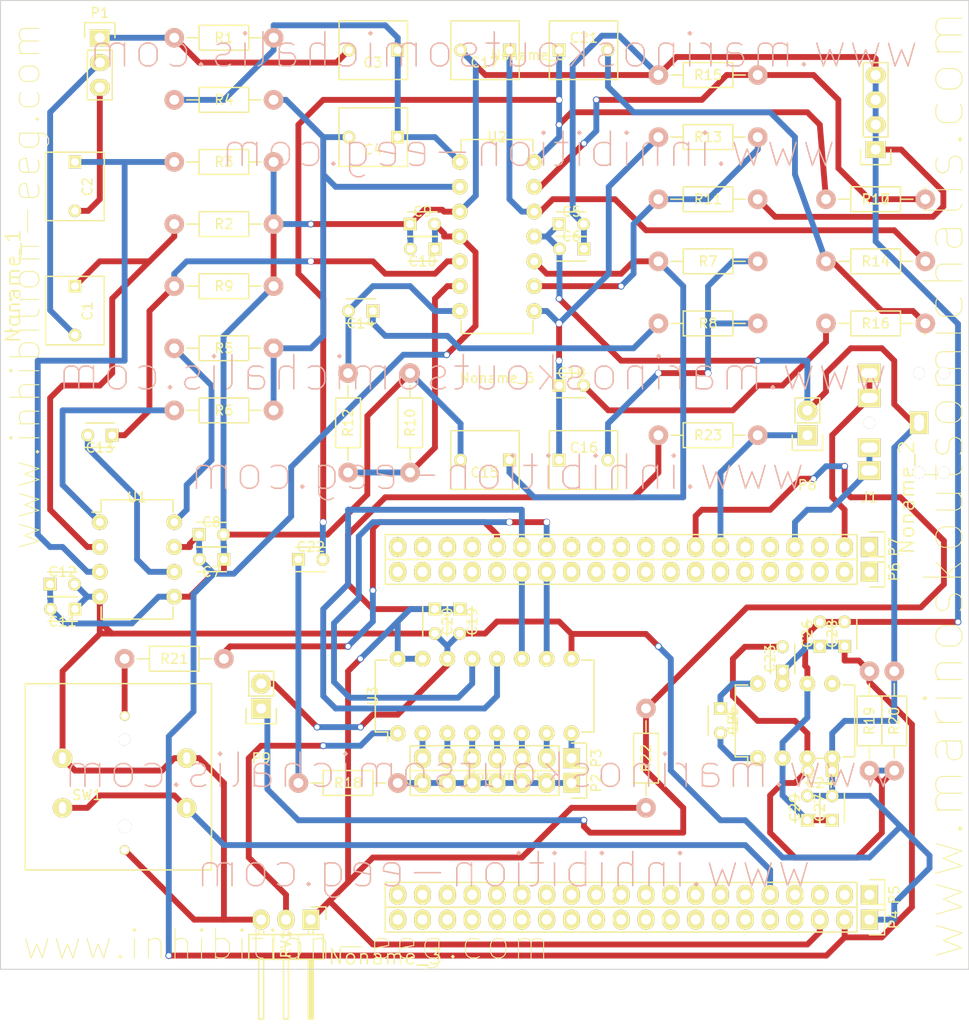
<source format=kicad_pcb>
(kicad_pcb (version 20171130) (host pcbnew "(5.1.12)-1")

  (general
    (thickness 1.6)
    (drawings 6)
    (tracks 563)
    (zones 0)
    (modules 75)
    (nets 120)
  )

  (page A4)
  (layers
    (0 F.Cu signal)
    (31 B.Cu signal)
    (32 B.Adhes user)
    (33 F.Adhes user hide)
    (34 B.Paste user)
    (35 F.Paste user)
    (36 B.SilkS user)
    (37 F.SilkS user)
    (38 B.Mask user)
    (39 F.Mask user)
    (40 Dwgs.User user)
    (41 Cmts.User user)
    (42 Eco1.User user)
    (43 Eco2.User user)
    (44 Edge.Cuts user)
    (45 Margin user)
    (46 B.CrtYd user)
    (47 F.CrtYd user)
    (48 B.Fab user)
    (49 F.Fab user)
  )

  (setup
    (last_trace_width 0.6)
    (trace_clearance 0.5)
    (zone_clearance 0.55)
    (zone_45_only no)
    (trace_min 0.5)
    (via_size 0.7)
    (via_drill 0.5)
    (via_min_size 0.5)
    (via_min_drill 0.3)
    (user_via 5.5 3.1)
    (uvia_size 0.3)
    (uvia_drill 0.1)
    (uvias_allowed no)
    (uvia_min_size 0.2)
    (uvia_min_drill 0.1)
    (edge_width 0.1)
    (segment_width 0.2)
    (pcb_text_width 0.3)
    (pcb_text_size 1.5 1.5)
    (mod_edge_width 0.15)
    (mod_text_size 1 1)
    (mod_text_width 0.15)
    (pad_size 1.5 1.5)
    (pad_drill 0.6)
    (pad_to_mask_clearance 0)
    (aux_axis_origin 64.77 49.53)
    (grid_origin 64.77 49.53)
    (visible_elements 7FFFFFFF)
    (pcbplotparams
      (layerselection 0x3ffff_80000001)
      (usegerberextensions false)
      (usegerberattributes true)
      (usegerberadvancedattributes true)
      (creategerberjobfile true)
      (excludeedgelayer true)
      (linewidth 0.100000)
      (plotframeref false)
      (viasonmask false)
      (mode 1)
      (useauxorigin true)
      (hpglpennumber 1)
      (hpglpenspeed 20)
      (hpglpendiameter 15.000000)
      (psnegative false)
      (psa4output false)
      (plotreference true)
      (plotvalue true)
      (plotinvisibletext false)
      (padsonsilk false)
      (subtractmaskfromsilk false)
      (outputformat 1)
      (mirror false)
      (drillshape 0)
      (scaleselection 1)
      (outputdirectory "gerber/"))
  )

  (net 0 "")
  (net 1 "Net-(C1-Pad1)")
  (net 2 "Net-(C1-Pad2)")
  (net 3 "Net-(C2-Pad1)")
  (net 4 "Net-(C2-Pad2)")
  (net 5 "Net-(C3-Pad1)")
  (net 6 "Net-(C3-Pad2)")
  (net 7 "Net-(C4-Pad2)")
  (net 8 VEE)
  (net 9 GND)
  (net 10 VCC)
  (net 11 "Net-(C13-Pad1)")
  (net 12 "Net-(C13-Pad2)")
  (net 13 "Net-(C14-Pad1)")
  (net 14 "Net-(C14-Pad2)")
  (net 15 "Net-(C15-Pad1)")
  (net 16 "Net-(C16-Pad1)")
  (net 17 "Net-(C16-Pad2)")
  (net 18 "Net-(C17-Pad1)")
  (net 19 "Net-(C18-Pad2)")
  (net 20 "Net-(C19-Pad1)")
  (net 21 "Net-(C21-Pad1)")
  (net 22 "Net-(C21-Pad2)")
  (net 23 "Net-(C22-Pad1)")
  (net 24 "Net-(C23-Pad2)")
  (net 25 "Net-(C25-Pad1)")
  (net 26 "Net-(C25-Pad2)")
  (net 27 "Net-(J1-Pad1)")
  (net 28 "Net-(J1-Pad3)")
  (net 29 "Net-(P3-Pad1)")
  (net 30 "Net-(P3-Pad2)")
  (net 31 "Net-(P3-Pad3)")
  (net 32 "Net-(P3-Pad4)")
  (net 33 "Net-(P3-Pad5)")
  (net 34 "Net-(P3-Pad6)")
  (net 35 "Net-(P3-Pad7)")
  (net 36 "Net-(P4-Pad4)")
  (net 37 "Net-(P4-Pad5)")
  (net 38 "Net-(P4-Pad6)")
  (net 39 "Net-(P4-Pad7)")
  (net 40 "Net-(P4-Pad8)")
  (net 41 "Net-(P4-Pad9)")
  (net 42 "Net-(P4-Pad10)")
  (net 43 "Net-(P4-Pad11)")
  (net 44 "Net-(P4-Pad12)")
  (net 45 "Net-(P4-Pad13)")
  (net 46 "Net-(P4-Pad14)")
  (net 47 "Net-(P4-Pad15)")
  (net 48 "Net-(P4-Pad16)")
  (net 49 "Net-(P4-Pad17)")
  (net 50 "Net-(P4-Pad18)")
  (net 51 "Net-(P4-Pad19)")
  (net 52 "Net-(P4-Pad20)")
  (net 53 "Net-(P5-Pad1)")
  (net 54 "Net-(P5-Pad2)")
  (net 55 "Net-(P5-Pad3)")
  (net 56 "Net-(P5-Pad4)")
  (net 57 "Net-(P5-Pad5)")
  (net 58 "Net-(P5-Pad6)")
  (net 59 "Net-(P5-Pad7)")
  (net 60 "Net-(P5-Pad8)")
  (net 61 "Net-(P5-Pad9)")
  (net 62 "Net-(P5-Pad10)")
  (net 63 "Net-(P5-Pad11)")
  (net 64 "Net-(P5-Pad12)")
  (net 65 "Net-(P5-Pad13)")
  (net 66 "Net-(P5-Pad14)")
  (net 67 "Net-(P5-Pad15)")
  (net 68 "Net-(P5-Pad16)")
  (net 69 "Net-(P5-Pad17)")
  (net 70 "Net-(P5-Pad18)")
  (net 71 "Net-(P5-Pad19)")
  (net 72 "Net-(P5-Pad20)")
  (net 73 "Net-(P6-Pad1)")
  (net 74 "Net-(P6-Pad2)")
  (net 75 "Net-(P6-Pad3)")
  (net 76 "Net-(P6-Pad4)")
  (net 77 "Net-(P6-Pad5)")
  (net 78 "Net-(P6-Pad6)")
  (net 79 "Net-(P6-Pad8)")
  (net 80 "Net-(P6-Pad9)")
  (net 81 "Net-(P6-Pad10)")
  (net 82 "Net-(P6-Pad11)")
  (net 83 "Net-(P6-Pad12)")
  (net 84 "Net-(P6-Pad13)")
  (net 85 "Net-(P6-Pad14)")
  (net 86 "Net-(P6-Pad15)")
  (net 87 "Net-(P6-Pad16)")
  (net 88 "Net-(P6-Pad17)")
  (net 89 "Net-(P6-Pad18)")
  (net 90 "Net-(P6-Pad19)")
  (net 91 "Net-(P6-Pad20)")
  (net 92 "Net-(P7-Pad1)")
  (net 93 "Net-(P7-Pad3)")
  (net 94 "Net-(P7-Pad5)")
  (net 95 "Net-(P7-Pad6)")
  (net 96 "Net-(P7-Pad7)")
  (net 97 "Net-(P7-Pad8)")
  (net 98 "Net-(P7-Pad9)")
  (net 99 "Net-(P7-Pad10)")
  (net 100 "Net-(P7-Pad11)")
  (net 101 "Net-(P7-Pad12)")
  (net 102 "Net-(P7-Pad13)")
  (net 103 "Net-(P7-Pad14)")
  (net 104 "Net-(P7-Pad15)")
  (net 105 "Net-(P7-Pad16)")
  (net 106 "Net-(P7-Pad17)")
  (net 107 "Net-(P7-Pad18)")
  (net 108 "Net-(P7-Pad19)")
  (net 109 "Net-(P7-Pad20)")
  (net 110 "Net-(R5-Pad1)")
  (net 111 "Net-(R6-Pad2)")
  (net 112 "Net-(R10-Pad1)")
  (net 113 "Net-(R11-Pad1)")
  (net 114 "Net-(R15-Pad1)")
  (net 115 "Net-(R21-Pad1)")
  (net 116 "Net-(RV1-Pad2)")
  (net 117 "Net-(U4-Pad5)")
  (net 118 "Net-(P6-Pad7)")
  (net 119 "Net-(P2-Pad1)")

  (net_class Default "This is the default net class."
    (clearance 0.5)
    (trace_width 0.6)
    (via_dia 0.7)
    (via_drill 0.5)
    (uvia_dia 0.3)
    (uvia_drill 0.1)
    (add_net GND)
    (add_net "Net-(C1-Pad1)")
    (add_net "Net-(C1-Pad2)")
    (add_net "Net-(C13-Pad1)")
    (add_net "Net-(C13-Pad2)")
    (add_net "Net-(C14-Pad1)")
    (add_net "Net-(C14-Pad2)")
    (add_net "Net-(C15-Pad1)")
    (add_net "Net-(C16-Pad1)")
    (add_net "Net-(C16-Pad2)")
    (add_net "Net-(C17-Pad1)")
    (add_net "Net-(C18-Pad2)")
    (add_net "Net-(C19-Pad1)")
    (add_net "Net-(C2-Pad1)")
    (add_net "Net-(C2-Pad2)")
    (add_net "Net-(C21-Pad1)")
    (add_net "Net-(C21-Pad2)")
    (add_net "Net-(C22-Pad1)")
    (add_net "Net-(C23-Pad2)")
    (add_net "Net-(C25-Pad1)")
    (add_net "Net-(C25-Pad2)")
    (add_net "Net-(C3-Pad1)")
    (add_net "Net-(C3-Pad2)")
    (add_net "Net-(C4-Pad2)")
    (add_net "Net-(J1-Pad1)")
    (add_net "Net-(J1-Pad3)")
    (add_net "Net-(P2-Pad1)")
    (add_net "Net-(P3-Pad1)")
    (add_net "Net-(P3-Pad2)")
    (add_net "Net-(P3-Pad3)")
    (add_net "Net-(P3-Pad4)")
    (add_net "Net-(P3-Pad5)")
    (add_net "Net-(P3-Pad6)")
    (add_net "Net-(P3-Pad7)")
    (add_net "Net-(P4-Pad10)")
    (add_net "Net-(P4-Pad11)")
    (add_net "Net-(P4-Pad12)")
    (add_net "Net-(P4-Pad13)")
    (add_net "Net-(P4-Pad14)")
    (add_net "Net-(P4-Pad15)")
    (add_net "Net-(P4-Pad16)")
    (add_net "Net-(P4-Pad17)")
    (add_net "Net-(P4-Pad18)")
    (add_net "Net-(P4-Pad19)")
    (add_net "Net-(P4-Pad20)")
    (add_net "Net-(P4-Pad4)")
    (add_net "Net-(P4-Pad5)")
    (add_net "Net-(P4-Pad6)")
    (add_net "Net-(P4-Pad7)")
    (add_net "Net-(P4-Pad8)")
    (add_net "Net-(P4-Pad9)")
    (add_net "Net-(P5-Pad1)")
    (add_net "Net-(P5-Pad10)")
    (add_net "Net-(P5-Pad11)")
    (add_net "Net-(P5-Pad12)")
    (add_net "Net-(P5-Pad13)")
    (add_net "Net-(P5-Pad14)")
    (add_net "Net-(P5-Pad15)")
    (add_net "Net-(P5-Pad16)")
    (add_net "Net-(P5-Pad17)")
    (add_net "Net-(P5-Pad18)")
    (add_net "Net-(P5-Pad19)")
    (add_net "Net-(P5-Pad2)")
    (add_net "Net-(P5-Pad20)")
    (add_net "Net-(P5-Pad3)")
    (add_net "Net-(P5-Pad4)")
    (add_net "Net-(P5-Pad5)")
    (add_net "Net-(P5-Pad6)")
    (add_net "Net-(P5-Pad7)")
    (add_net "Net-(P5-Pad8)")
    (add_net "Net-(P5-Pad9)")
    (add_net "Net-(P6-Pad1)")
    (add_net "Net-(P6-Pad10)")
    (add_net "Net-(P6-Pad11)")
    (add_net "Net-(P6-Pad12)")
    (add_net "Net-(P6-Pad13)")
    (add_net "Net-(P6-Pad14)")
    (add_net "Net-(P6-Pad15)")
    (add_net "Net-(P6-Pad16)")
    (add_net "Net-(P6-Pad17)")
    (add_net "Net-(P6-Pad18)")
    (add_net "Net-(P6-Pad19)")
    (add_net "Net-(P6-Pad2)")
    (add_net "Net-(P6-Pad20)")
    (add_net "Net-(P6-Pad3)")
    (add_net "Net-(P6-Pad4)")
    (add_net "Net-(P6-Pad5)")
    (add_net "Net-(P6-Pad6)")
    (add_net "Net-(P6-Pad7)")
    (add_net "Net-(P6-Pad8)")
    (add_net "Net-(P6-Pad9)")
    (add_net "Net-(P7-Pad1)")
    (add_net "Net-(P7-Pad10)")
    (add_net "Net-(P7-Pad11)")
    (add_net "Net-(P7-Pad12)")
    (add_net "Net-(P7-Pad13)")
    (add_net "Net-(P7-Pad14)")
    (add_net "Net-(P7-Pad15)")
    (add_net "Net-(P7-Pad16)")
    (add_net "Net-(P7-Pad17)")
    (add_net "Net-(P7-Pad18)")
    (add_net "Net-(P7-Pad19)")
    (add_net "Net-(P7-Pad20)")
    (add_net "Net-(P7-Pad3)")
    (add_net "Net-(P7-Pad5)")
    (add_net "Net-(P7-Pad6)")
    (add_net "Net-(P7-Pad7)")
    (add_net "Net-(P7-Pad8)")
    (add_net "Net-(P7-Pad9)")
    (add_net "Net-(R10-Pad1)")
    (add_net "Net-(R11-Pad1)")
    (add_net "Net-(R15-Pad1)")
    (add_net "Net-(R21-Pad1)")
    (add_net "Net-(R5-Pad1)")
    (add_net "Net-(R6-Pad2)")
    (add_net "Net-(RV1-Pad2)")
    (add_net "Net-(U4-Pad5)")
    (add_net VCC)
    (add_net VEE)
  )

  (module Connect:Switch_LED (layer F.Cu) (tedit 58237EB0) (tstamp 57CF285F)
    (at 71.12 127)
    (descr "E-Switch KS01Q01")
    (tags "Push Button")
    (path /57C8F7DE)
    (fp_text reference SW1 (at 2.5 3.77) (layer F.SilkS)
      (effects (font (size 1 1) (thickness 0.15)))
    )
    (fp_text value Switch_DPST (at 5.588 -7.112) (layer F.Fab)
      (effects (font (size 1 1) (thickness 0.15)))
    )
    (fp_line (start -3.81 11.43) (end -3.81 -7.62) (layer F.SilkS) (width 0.15))
    (fp_line (start 15.24 11.43) (end -3.81 11.43) (layer F.SilkS) (width 0.15))
    (fp_line (start 15.24 -7.62) (end 15.24 11.43) (layer F.SilkS) (width 0.15))
    (fp_line (start -3.81 -7.62) (end 15.24 -7.62) (layer F.SilkS) (width 0.15))
    (pad 0 thru_hole circle (at 6.35 -1.905) (size 1.2 1.2) (drill 1.2) (layers *.Cu *.Mask F.SilkS))
    (pad 3 thru_hole circle (at 12.7 5.08 270) (size 2 2) (drill oval 1.2 0.7) (layers *.Cu *.Mask F.SilkS)
      (net 57 "Net-(P5-Pad5)"))
    (pad 1 thru_hole circle (at 0 5.08 270) (size 2 2) (drill oval 1.2 0.7) (layers *.Cu *.Mask F.SilkS)
      (net 57 "Net-(P5-Pad5)"))
    (pad 4 thru_hole circle (at 12.7 0 270) (size 2 2) (drill oval 1.2 0.7) (layers *.Cu *.Mask F.SilkS)
      (net 8 VEE))
    (pad 2 thru_hole circle (at 0 0 270) (size 2 2) (drill oval 1.2 0.7) (layers *.Cu *.Mask F.SilkS)
      (net 8 VEE))
    (pad 5 thru_hole circle (at 6.35 -4.318) (size 1 1) (drill 0.7) (layers *.Cu *.Mask F.SilkS)
      (net 115 "Net-(R21-Pad1)"))
    (pad 6 thru_hole circle (at 6.35 9.398) (size 1 1) (drill 0.7) (layers *.Cu *.Mask F.SilkS)
      (net 8 VEE))
    (pad 0 thru_hole circle (at 6.35 6.985) (size 1.4 1.4) (drill 1.4) (layers *.Cu *.Mask F.SilkS))
    (model Buttons_Switches_ThroughHole.3dshapes/Push_E-Switch_KS01Q01.wrl
      (offset (xyz 2.539999961853027 -2.539999961853027 0))
      (scale (xyz 1 1 1))
      (rotate (xyz 0 0 0))
    )
  )

  (module kouts (layer F.Cu) (tedit 57DB2758) (tstamp 57DB2B01)
    (at 115.57 87.63)
    (fp_text reference Noname_6 (at 0 0.5) (layer F.SilkS)
      (effects (font (size 1 1) (thickness 0.15)))
    )
    (fp_text value "" (at 0 -0.5) (layer F.Fab)
      (effects (font (size 1 1) (thickness 0.15)))
    )
    (fp_text user www.inhibition-eeg.com (at 0 10.16) (layer B.SilkS)
      (effects (font (size 3.5 3.5) (thickness 0.15)) (justify mirror))
    )
    (fp_text user www.marinoskoutsomichalis.com (at -2.54 0) (layer B.SilkS)
      (effects (font (size 3.5 3.5) (thickness 0.15)) (justify mirror))
    )
  )

  (module kouts (layer F.Cu) (tedit 57DB2758) (tstamp 57DB2AC6)
    (at 118.745 54.61)
    (fp_text reference Noname_5 (at 0 0.5) (layer F.SilkS)
      (effects (font (size 1 1) (thickness 0.15)))
    )
    (fp_text value "" (at 0 -0.5) (layer F.Fab)
      (effects (font (size 1 1) (thickness 0.15)))
    )
    (fp_text user www.inhibition-eeg.com (at 0 10.16) (layer B.SilkS)
      (effects (font (size 3.5 3.5) (thickness 0.15)) (justify mirror))
    )
    (fp_text user www.marinoskoutsomichalis.com (at -2.54 0) (layer B.SilkS)
      (effects (font (size 3.5 3.5) (thickness 0.15)) (justify mirror))
    )
  )

  (module kouts (layer F.Cu) (tedit 57DB2758) (tstamp 57DB2A61)
    (at 116.205 128.27)
    (fp_text reference Noname_4 (at 0 0.5) (layer F.SilkS)
      (effects (font (size 1 1) (thickness 0.15)))
    )
    (fp_text value "" (at 0 -0.5) (layer F.Fab)
      (effects (font (size 1 1) (thickness 0.15)))
    )
    (fp_text user www.inhibition-eeg.com (at 0 10.16) (layer B.SilkS)
      (effects (font (size 3.5 3.5) (thickness 0.15)) (justify mirror))
    )
    (fp_text user www.marinoskoutsomichalis.com (at -2.54 0) (layer B.SilkS)
      (effects (font (size 3.5 3.5) (thickness 0.15)) (justify mirror))
    )
  )

  (module BARCODE (layer F.Cu) (tedit 57DB256A) (tstamp 57DB2755)
    (at 101.6 144.78 180)
    (fp_text reference Noname_3 (at -2.54 -2.54 180) (layer F.SilkS)
      (effects (font (size 1.524 1.524) (thickness 0.15)))
    )
    (fp_text value "" (at 0 0 180) (layer F.Fab)
      (effects (font (size 1.524 1.524) (thickness 0.15)))
    )
    (fp_text user www.inhibition-eeg.com (at 7.62 -1.27 180) (layer F.SilkS)
      (effects (font (size 3 3) (thickness 0.1)))
    )
  )

  (module BARCODE (layer F.Cu) (tedit 57DB245B) (tstamp 57DB26CD)
    (at 160.02 97.79 90)
    (fp_text reference Noname_2 (at -2.54 -2.54 90) (layer F.SilkS)
      (effects (font (size 1.524 1.524) (thickness 0.15)))
    )
    (fp_text value "" (at 0 0 90) (layer F.Fab)
      (effects (font (size 1.524 1.524) (thickness 0.15)))
    )
    (fp_text user www.marinoskoutsomichalis.com (at -1.27 1.27 90) (layer F.SilkS)
      (effects (font (size 4 4) (thickness 0.1)))
    )
  )

  (module BARCODE (layer F.Cu) (tedit 57DB242A) (tstamp 57DB2663)
    (at 68.58 76.2 90)
    (fp_text reference Noname_1 (at -2.54 -2.54 90) (layer F.SilkS)
      (effects (font (size 1.524 1.524) (thickness 0.15)))
    )
    (fp_text value "" (at 0 0 90) (layer F.Fab)
      (effects (font (size 1.524 1.524) (thickness 0.15)))
    )
    (fp_text user www.inhibition-eeg.com (at -2.54 -1.27 90) (layer F.SilkS)
      (effects (font (size 3 3) (thickness 0.1)))
    )
  )

  (module Connect:BARREL_JACK (layer F.Cu) (tedit 57DAC99A) (tstamp 57CF2740)
    (at 153.67 97.79 90)
    (descr "DC Barrel Jack")
    (tags "Power Jack")
    (path /57CAAFCD)
    (fp_text reference J1 (at -2.54 0 180) (layer F.SilkS)
      (effects (font (size 1 1) (thickness 0.15)))
    )
    (fp_text value JACK_2P (at 5.08 -2.54 90) (layer F.Fab)
      (effects (font (size 1 1) (thickness 0.15)))
    )
    (pad 0 thru_hole circle (at 0 5.08 180) (size 1.2 1.2) (drill oval 1.2) (layers *.Cu *.Mask F.SilkS))
    (pad 0 thru_hole circle (at 0 7.62 180) (size 1.2 1.2) (drill oval 1.2) (layers *.Cu *.Mask F.SilkS))
    (pad 0 thru_hole circle (at 10.16 7.62 180) (size 1.2 1.2) (drill oval 1.2) (layers *.Cu *.Mask F.SilkS))
    (pad 0 thru_hole circle (at 5.08 0 180) (size 1.2 1.2) (drill oval 1.2) (layers *.Cu *.Mask F.SilkS))
    (pad 0 thru_hole circle (at 10.16 5.08 180) (size 1.2 1.2) (drill oval 1.2) (layers *.Cu *.Mask F.SilkS))
    (pad 2 thru_hole rect (at 5.08 5.08 180) (size 1.9 2.3) (drill oval 1 1.7) (layers *.Cu *.Mask F.SilkS)
      (net 8 VEE))
    (pad 3 thru_hole rect (at 7.62 0 90) (size 1.9 2.3) (drill oval 1 1.7) (layers *.Cu *.Mask F.SilkS)
      (net 28 "Net-(J1-Pad3)"))
    (pad 3 thru_hole rect (at 10.16 0 90) (size 1.9 2.3) (drill oval 1 1.7) (layers *.Cu *.Mask F.SilkS)
      (net 28 "Net-(J1-Pad3)"))
    (pad 1 thru_hole rect (at 2.54 0 90) (size 1.9 2.3) (drill oval 1 1.7) (layers *.Cu *.Mask F.SilkS)
      (net 27 "Net-(J1-Pad1)"))
    (pad 1 thru_hole rect (at 0.20066 0 90) (size 1.9 2.3) (drill oval 1 1.7) (layers *.Cu *.Mask F.SilkS)
      (net 27 "Net-(J1-Pad1)"))
  )

  (module Resistors_ThroughHole:Resistor_Horizontal_RM10mm (layer F.Cu) (tedit 57D32E0F) (tstamp 57CF2841)
    (at 77.47 116.84)
    (descr "Resistor, Axial,  RM 10mm, 1/3W")
    (tags "Resistor Axial RM 10mm 1/3W")
    (path /57C85F41)
    (fp_text reference R21 (at 5.08 0) (layer F.SilkS)
      (effects (font (size 1 1) (thickness 0.15)))
    )
    (fp_text value 10 (at 5.08 1.27) (layer F.Fab)
      (effects (font (size 1 1) (thickness 0.15)))
    )
    (fp_line (start 7.62 0) (end 8.89 0) (layer F.SilkS) (width 0.15))
    (fp_line (start 2.54 0) (end 1.27 0) (layer F.SilkS) (width 0.15))
    (fp_line (start 2.54 1.27) (end 2.54 -1.27) (layer F.SilkS) (width 0.15))
    (fp_line (start 7.62 1.27) (end 2.54 1.27) (layer F.SilkS) (width 0.15))
    (fp_line (start 7.62 -1.27) (end 7.62 1.27) (layer F.SilkS) (width 0.15))
    (fp_line (start 2.54 -1.27) (end 7.62 -1.27) (layer F.SilkS) (width 0.15))
    (fp_line (start -1.25 1.5) (end 11.4 1.5) (layer F.CrtYd) (width 0.05))
    (fp_line (start 11.4 -1.5) (end 11.4 1.5) (layer F.CrtYd) (width 0.05))
    (fp_line (start -1.25 1.5) (end -1.25 -1.5) (layer F.CrtYd) (width 0.05))
    (fp_line (start -1.25 -1.5) (end 11.4 -1.5) (layer F.CrtYd) (width 0.05))
    (pad 1 thru_hole circle (at 0 0) (size 1.99898 1.99898) (drill 1.00076) (layers *.Cu *.SilkS *.Mask)
      (net 115 "Net-(R21-Pad1)"))
    (pad 2 thru_hole circle (at 10.16 0) (size 1.99898 1.99898) (drill 1.00076) (layers *.Cu *.SilkS *.Mask)
      (net 105 "Net-(P7-Pad16)"))
    (model Resistors_ThroughHole.3dshapes/Resistor_Horizontal_RM10mm.wrl
      (at (xyz 0 0 0))
      (scale (xyz 0.4 0.4 0.4))
      (rotate (xyz 0 0 0))
    )
  )

  (module Resistors_ThroughHole:Resistor_Horizontal_RM10mm (layer F.Cu) (tedit 57CF3E32) (tstamp 57CF284D)
    (at 142.24 93.98 180)
    (descr "Resistor, Axial,  RM 10mm, 1/3W")
    (tags "Resistor Axial RM 10mm 1/3W")
    (path /57DB3CCE)
    (fp_text reference R23 (at 5.08 0 180) (layer F.SilkS)
      (effects (font (size 1 1) (thickness 0.15)))
    )
    (fp_text value 1K (at 5.08 1.27 180) (layer F.Fab)
      (effects (font (size 1 1) (thickness 0.15)))
    )
    (fp_line (start 7.62 0) (end 8.89 0) (layer F.SilkS) (width 0.15))
    (fp_line (start 2.54 0) (end 1.27 0) (layer F.SilkS) (width 0.15))
    (fp_line (start 2.54 1.27) (end 2.54 -1.27) (layer F.SilkS) (width 0.15))
    (fp_line (start 7.62 1.27) (end 2.54 1.27) (layer F.SilkS) (width 0.15))
    (fp_line (start 7.62 -1.27) (end 7.62 1.27) (layer F.SilkS) (width 0.15))
    (fp_line (start 2.54 -1.27) (end 7.62 -1.27) (layer F.SilkS) (width 0.15))
    (fp_line (start -1.25 1.5) (end 11.4 1.5) (layer F.CrtYd) (width 0.05))
    (fp_line (start 11.4 -1.5) (end 11.4 1.5) (layer F.CrtYd) (width 0.05))
    (fp_line (start -1.25 1.5) (end -1.25 -1.5) (layer F.CrtYd) (width 0.05))
    (fp_line (start -1.25 -1.5) (end 11.4 -1.5) (layer F.CrtYd) (width 0.05))
    (pad 1 thru_hole circle (at 0 0 180) (size 1.99898 1.99898) (drill 1.00076) (layers *.Cu *.SilkS *.Mask)
      (net 96 "Net-(P7-Pad7)"))
    (pad 2 thru_hole circle (at 10.16 0 180) (size 1.99898 1.99898) (drill 1.00076) (layers *.Cu *.SilkS *.Mask)
      (net 20 "Net-(C19-Pad1)"))
    (model Resistors_ThroughHole.3dshapes/Resistor_Horizontal_RM10mm.wrl
      (at (xyz 0 0 0))
      (scale (xyz 0.4 0.4 0.4))
      (rotate (xyz 0 0 0))
    )
  )

  (module Capacitors_ThroughHole:C_Disc_D3_P2.5 (layer F.Cu) (tedit 57CF3E27) (tstamp 57CF272D)
    (at 149.86 133.35 90)
    (descr "Capacitor 3mm Disc, Pitch 2.5mm")
    (tags Capacitor)
    (path /57C49640)
    (fp_text reference C27 (at 1.27 -1.27 90) (layer F.SilkS)
      (effects (font (size 1 1) (thickness 0.15)))
    )
    (fp_text value 1μ (at 1.27 1.27 90) (layer F.Fab)
      (effects (font (size 1 1) (thickness 0.15)))
    )
    (fp_line (start 2.75 1.25) (end -0.25 1.25) (layer F.SilkS) (width 0.15))
    (fp_line (start -0.25 -1.25) (end 2.75 -1.25) (layer F.SilkS) (width 0.15))
    (fp_line (start -0.9 1.5) (end -0.9 -1.5) (layer F.CrtYd) (width 0.05))
    (fp_line (start 3.4 1.5) (end -0.9 1.5) (layer F.CrtYd) (width 0.05))
    (fp_line (start 3.4 -1.5) (end 3.4 1.5) (layer F.CrtYd) (width 0.05))
    (fp_line (start -0.9 -1.5) (end 3.4 -1.5) (layer F.CrtYd) (width 0.05))
    (pad 1 thru_hole rect (at 0 0 90) (size 1.3 1.3) (drill 0.8) (layers *.Cu *.Mask F.SilkS)
      (net 9 GND))
    (pad 2 thru_hole circle (at 2.5 0 90) (size 1.3 1.3) (drill 0.8001) (layers *.Cu *.Mask F.SilkS)
      (net 8 VEE))
    (model Capacitors_ThroughHole.3dshapes/C_Disc_D3_P2.5.wrl
      (offset (xyz 1.250000021226883 0 0))
      (scale (xyz 1 1 1))
      (rotate (xyz 0 0 0))
    )
  )

  (module Capacitors_ThroughHole:C_Disc_D3_P2.5 (layer F.Cu) (tedit 57CF3E1F) (tstamp 57CF2733)
    (at 151.13 115.57 90)
    (descr "Capacitor 3mm Disc, Pitch 2.5mm")
    (tags Capacitor)
    (path /57C49661)
    (fp_text reference C28 (at 1.27 -1.27 90) (layer F.SilkS)
      (effects (font (size 1 1) (thickness 0.15)))
    )
    (fp_text value 10μ (at 1.27 1.27 90) (layer F.Fab)
      (effects (font (size 1 1) (thickness 0.15)))
    )
    (fp_line (start 2.75 1.25) (end -0.25 1.25) (layer F.SilkS) (width 0.15))
    (fp_line (start -0.25 -1.25) (end 2.75 -1.25) (layer F.SilkS) (width 0.15))
    (fp_line (start -0.9 1.5) (end -0.9 -1.5) (layer F.CrtYd) (width 0.05))
    (fp_line (start 3.4 1.5) (end -0.9 1.5) (layer F.CrtYd) (width 0.05))
    (fp_line (start 3.4 -1.5) (end 3.4 1.5) (layer F.CrtYd) (width 0.05))
    (fp_line (start -0.9 -1.5) (end 3.4 -1.5) (layer F.CrtYd) (width 0.05))
    (pad 1 thru_hole rect (at 0 0 90) (size 1.3 1.3) (drill 0.8) (layers *.Cu *.Mask F.SilkS)
      (net 10 VCC))
    (pad 2 thru_hole circle (at 2.5 0 90) (size 1.3 1.3) (drill 0.8001) (layers *.Cu *.Mask F.SilkS)
      (net 9 GND))
    (model Capacitors_ThroughHole.3dshapes/C_Disc_D3_P2.5.wrl
      (offset (xyz 1.250000021226883 0 0))
      (scale (xyz 1 1 1))
      (rotate (xyz 0 0 0))
    )
  )

  (module Capacitors_ThroughHole:C_Disc_D3_P2.5 (layer F.Cu) (tedit 57CF3E17) (tstamp 57CF2727)
    (at 148.59 115.57 90)
    (descr "Capacitor 3mm Disc, Pitch 2.5mm")
    (tags Capacitor)
    (path /57C49647)
    (fp_text reference C26 (at 1.27 -1.27 90) (layer F.SilkS)
      (effects (font (size 1 1) (thickness 0.15)))
    )
    (fp_text value 1μ (at 1.27 1.27 90) (layer F.Fab)
      (effects (font (size 1 1) (thickness 0.15)))
    )
    (fp_line (start 2.75 1.25) (end -0.25 1.25) (layer F.SilkS) (width 0.15))
    (fp_line (start -0.25 -1.25) (end 2.75 -1.25) (layer F.SilkS) (width 0.15))
    (fp_line (start -0.9 1.5) (end -0.9 -1.5) (layer F.CrtYd) (width 0.05))
    (fp_line (start 3.4 1.5) (end -0.9 1.5) (layer F.CrtYd) (width 0.05))
    (fp_line (start 3.4 -1.5) (end 3.4 1.5) (layer F.CrtYd) (width 0.05))
    (fp_line (start -0.9 -1.5) (end 3.4 -1.5) (layer F.CrtYd) (width 0.05))
    (pad 1 thru_hole rect (at 0 0 90) (size 1.3 1.3) (drill 0.8) (layers *.Cu *.Mask F.SilkS)
      (net 10 VCC))
    (pad 2 thru_hole circle (at 2.5 0 90) (size 1.3 1.3) (drill 0.8001) (layers *.Cu *.Mask F.SilkS)
      (net 9 GND))
    (model Capacitors_ThroughHole.3dshapes/C_Disc_D3_P2.5.wrl
      (offset (xyz 1.250000021226883 0 0))
      (scale (xyz 1 1 1))
      (rotate (xyz 0 0 0))
    )
  )

  (module Capacitors_ThroughHole:C_Disc_D3_P2.5 (layer F.Cu) (tedit 57CF3E10) (tstamp 57CF2739)
    (at 147.32 133.35 90)
    (descr "Capacitor 3mm Disc, Pitch 2.5mm")
    (tags Capacitor)
    (path /57C4965A)
    (fp_text reference C29 (at 1.27 -1.27 90) (layer F.SilkS)
      (effects (font (size 1 1) (thickness 0.15)))
    )
    (fp_text value 10μ (at 1.27 1.27 90) (layer F.Fab)
      (effects (font (size 1 1) (thickness 0.15)))
    )
    (fp_line (start 2.75 1.25) (end -0.25 1.25) (layer F.SilkS) (width 0.15))
    (fp_line (start -0.25 -1.25) (end 2.75 -1.25) (layer F.SilkS) (width 0.15))
    (fp_line (start -0.9 1.5) (end -0.9 -1.5) (layer F.CrtYd) (width 0.05))
    (fp_line (start 3.4 1.5) (end -0.9 1.5) (layer F.CrtYd) (width 0.05))
    (fp_line (start 3.4 -1.5) (end 3.4 1.5) (layer F.CrtYd) (width 0.05))
    (fp_line (start -0.9 -1.5) (end 3.4 -1.5) (layer F.CrtYd) (width 0.05))
    (pad 1 thru_hole rect (at 0 0 90) (size 1.3 1.3) (drill 0.8) (layers *.Cu *.Mask F.SilkS)
      (net 9 GND))
    (pad 2 thru_hole circle (at 2.5 0 90) (size 1.3 1.3) (drill 0.8001) (layers *.Cu *.Mask F.SilkS)
      (net 8 VEE))
    (model Capacitors_ThroughHole.3dshapes/C_Disc_D3_P2.5.wrl
      (offset (xyz 1.250000021226883 0 0))
      (scale (xyz 1 1 1))
      (rotate (xyz 0 0 0))
    )
  )

  (module Capacitors_ThroughHole:C_Disc_D3_P2.5 (layer F.Cu) (tedit 57CF3E07) (tstamp 57CF2721)
    (at 138.43 121.92 270)
    (descr "Capacitor 3mm Disc, Pitch 2.5mm")
    (tags Capacitor)
    (path /57A74078)
    (fp_text reference C25 (at 1.27 -1.27 270) (layer F.SilkS)
      (effects (font (size 1 1) (thickness 0.15)))
    )
    (fp_text value 1n (at 1.27 1.27 270) (layer F.Fab)
      (effects (font (size 1 1) (thickness 0.15)))
    )
    (fp_line (start 2.75 1.25) (end -0.25 1.25) (layer F.SilkS) (width 0.15))
    (fp_line (start -0.25 -1.25) (end 2.75 -1.25) (layer F.SilkS) (width 0.15))
    (fp_line (start -0.9 1.5) (end -0.9 -1.5) (layer F.CrtYd) (width 0.05))
    (fp_line (start 3.4 1.5) (end -0.9 1.5) (layer F.CrtYd) (width 0.05))
    (fp_line (start 3.4 -1.5) (end 3.4 1.5) (layer F.CrtYd) (width 0.05))
    (fp_line (start -0.9 -1.5) (end 3.4 -1.5) (layer F.CrtYd) (width 0.05))
    (pad 1 thru_hole rect (at 0 0 270) (size 1.3 1.3) (drill 0.8) (layers *.Cu *.Mask F.SilkS)
      (net 25 "Net-(C25-Pad1)"))
    (pad 2 thru_hole circle (at 2.5 0 270) (size 1.3 1.3) (drill 0.8001) (layers *.Cu *.Mask F.SilkS)
      (net 26 "Net-(C25-Pad2)"))
    (model Capacitors_ThroughHole.3dshapes/C_Disc_D3_P2.5.wrl
      (offset (xyz 1.250000021226883 0 0))
      (scale (xyz 1 1 1))
      (rotate (xyz 0 0 0))
    )
  )

  (module Capacitors_ThroughHole:C_Disc_D3_P2.5 (layer F.Cu) (tedit 57CF3DFE) (tstamp 57CF2715)
    (at 144.78 118.11 90)
    (descr "Capacitor 3mm Disc, Pitch 2.5mm")
    (tags Capacitor)
    (path /578B87A5)
    (fp_text reference C23 (at 1.27 -1.27 90) (layer F.SilkS)
      (effects (font (size 1 1) (thickness 0.15)))
    )
    (fp_text value .01μ (at 1.27 1.27 90) (layer F.Fab)
      (effects (font (size 1 1) (thickness 0.15)))
    )
    (fp_line (start 2.75 1.25) (end -0.25 1.25) (layer F.SilkS) (width 0.15))
    (fp_line (start -0.25 -1.25) (end 2.75 -1.25) (layer F.SilkS) (width 0.15))
    (fp_line (start -0.9 1.5) (end -0.9 -1.5) (layer F.CrtYd) (width 0.05))
    (fp_line (start 3.4 1.5) (end -0.9 1.5) (layer F.CrtYd) (width 0.05))
    (fp_line (start 3.4 -1.5) (end 3.4 1.5) (layer F.CrtYd) (width 0.05))
    (fp_line (start -0.9 -1.5) (end 3.4 -1.5) (layer F.CrtYd) (width 0.05))
    (pad 1 thru_hole rect (at 0 0 90) (size 1.3 1.3) (drill 0.8) (layers *.Cu *.Mask F.SilkS)
      (net 10 VCC))
    (pad 2 thru_hole circle (at 2.5 0 90) (size 1.3 1.3) (drill 0.8001) (layers *.Cu *.Mask F.SilkS)
      (net 24 "Net-(C23-Pad2)"))
    (model Capacitors_ThroughHole.3dshapes/C_Disc_D3_P2.5.wrl
      (offset (xyz 1.250000021226883 0 0))
      (scale (xyz 1 1 1))
      (rotate (xyz 0 0 0))
    )
  )

  (module Capacitors_ThroughHole:C_Disc_D3_P2.5 (layer F.Cu) (tedit 57CF3DF5) (tstamp 57CF271B)
    (at 149.86 128.27 180)
    (descr "Capacitor 3mm Disc, Pitch 2.5mm")
    (tags Capacitor)
    (path /578B8752)
    (fp_text reference C24 (at 1.27 -1.27 180) (layer F.SilkS)
      (effects (font (size 1 1) (thickness 0.15)))
    )
    (fp_text value .01μ (at 1.27 1.27 180) (layer F.Fab)
      (effects (font (size 1 1) (thickness 0.15)))
    )
    (fp_line (start 2.75 1.25) (end -0.25 1.25) (layer F.SilkS) (width 0.15))
    (fp_line (start -0.25 -1.25) (end 2.75 -1.25) (layer F.SilkS) (width 0.15))
    (fp_line (start -0.9 1.5) (end -0.9 -1.5) (layer F.CrtYd) (width 0.05))
    (fp_line (start 3.4 1.5) (end -0.9 1.5) (layer F.CrtYd) (width 0.05))
    (fp_line (start 3.4 -1.5) (end 3.4 1.5) (layer F.CrtYd) (width 0.05))
    (fp_line (start -0.9 -1.5) (end 3.4 -1.5) (layer F.CrtYd) (width 0.05))
    (pad 1 thru_hole rect (at 0 0 180) (size 1.3 1.3) (drill 0.8) (layers *.Cu *.Mask F.SilkS)
      (net 8 VEE))
    (pad 2 thru_hole circle (at 2.5 0 180) (size 1.3 1.3) (drill 0.8001) (layers *.Cu *.Mask F.SilkS)
      (net 24 "Net-(C23-Pad2)"))
    (model Capacitors_ThroughHole.3dshapes/C_Disc_D3_P2.5.wrl
      (offset (xyz 1.250000021226883 0 0))
      (scale (xyz 1 1 1))
      (rotate (xyz 0 0 0))
    )
  )

  (module Resistors_ThroughHole:Resistor_Horizontal_RM10mm (layer F.Cu) (tedit 57CF3DED) (tstamp 57CF2835)
    (at 153.67 118.11 270)
    (descr "Resistor, Axial,  RM 10mm, 1/3W")
    (tags "Resistor Axial RM 10mm 1/3W")
    (path /578B79C0)
    (fp_text reference R19 (at 5.08 0 270) (layer F.SilkS)
      (effects (font (size 1 1) (thickness 0.15)))
    )
    (fp_text value 15K (at 5.08 1.27 270) (layer F.Fab)
      (effects (font (size 1 1) (thickness 0.15)))
    )
    (fp_line (start 7.62 0) (end 8.89 0) (layer F.SilkS) (width 0.15))
    (fp_line (start 2.54 0) (end 1.27 0) (layer F.SilkS) (width 0.15))
    (fp_line (start 2.54 1.27) (end 2.54 -1.27) (layer F.SilkS) (width 0.15))
    (fp_line (start 7.62 1.27) (end 2.54 1.27) (layer F.SilkS) (width 0.15))
    (fp_line (start 7.62 -1.27) (end 7.62 1.27) (layer F.SilkS) (width 0.15))
    (fp_line (start 2.54 -1.27) (end 7.62 -1.27) (layer F.SilkS) (width 0.15))
    (fp_line (start -1.25 1.5) (end 11.4 1.5) (layer F.CrtYd) (width 0.05))
    (fp_line (start 11.4 -1.5) (end 11.4 1.5) (layer F.CrtYd) (width 0.05))
    (fp_line (start -1.25 1.5) (end -1.25 -1.5) (layer F.CrtYd) (width 0.05))
    (fp_line (start -1.25 -1.5) (end 11.4 -1.5) (layer F.CrtYd) (width 0.05))
    (pad 1 thru_hole circle (at 0 0 270) (size 1.99898 1.99898) (drill 1.00076) (layers *.Cu *.SilkS *.Mask)
      (net 10 VCC))
    (pad 2 thru_hole circle (at 10.16 0 270) (size 1.99898 1.99898) (drill 1.00076) (layers *.Cu *.SilkS *.Mask)
      (net 24 "Net-(C23-Pad2)"))
    (model Resistors_ThroughHole.3dshapes/Resistor_Horizontal_RM10mm.wrl
      (at (xyz 0 0 0))
      (scale (xyz 0.4 0.4 0.4))
      (rotate (xyz 0 0 0))
    )
  )

  (module Resistors_ThroughHole:Resistor_Horizontal_RM10mm (layer F.Cu) (tedit 57CF3DE4) (tstamp 57CF283B)
    (at 156.21 128.27 90)
    (descr "Resistor, Axial,  RM 10mm, 1/3W")
    (tags "Resistor Axial RM 10mm 1/3W")
    (path /578B7970)
    (fp_text reference R20 (at 5.08 0 90) (layer F.SilkS)
      (effects (font (size 1 1) (thickness 0.15)))
    )
    (fp_text value 10K (at 5.08 1.27 90) (layer F.Fab)
      (effects (font (size 1 1) (thickness 0.15)))
    )
    (fp_line (start 7.62 0) (end 8.89 0) (layer F.SilkS) (width 0.15))
    (fp_line (start 2.54 0) (end 1.27 0) (layer F.SilkS) (width 0.15))
    (fp_line (start 2.54 1.27) (end 2.54 -1.27) (layer F.SilkS) (width 0.15))
    (fp_line (start 7.62 1.27) (end 2.54 1.27) (layer F.SilkS) (width 0.15))
    (fp_line (start 7.62 -1.27) (end 7.62 1.27) (layer F.SilkS) (width 0.15))
    (fp_line (start 2.54 -1.27) (end 7.62 -1.27) (layer F.SilkS) (width 0.15))
    (fp_line (start -1.25 1.5) (end 11.4 1.5) (layer F.CrtYd) (width 0.05))
    (fp_line (start 11.4 -1.5) (end 11.4 1.5) (layer F.CrtYd) (width 0.05))
    (fp_line (start -1.25 1.5) (end -1.25 -1.5) (layer F.CrtYd) (width 0.05))
    (fp_line (start -1.25 -1.5) (end 11.4 -1.5) (layer F.CrtYd) (width 0.05))
    (pad 1 thru_hole circle (at 0 0 90) (size 1.99898 1.99898) (drill 1.00076) (layers *.Cu *.SilkS *.Mask)
      (net 24 "Net-(C23-Pad2)"))
    (pad 2 thru_hole circle (at 10.16 0 90) (size 1.99898 1.99898) (drill 1.00076) (layers *.Cu *.SilkS *.Mask)
      (net 8 VEE))
    (model Resistors_ThroughHole.3dshapes/Resistor_Horizontal_RM10mm.wrl
      (at (xyz 0 0 0))
      (scale (xyz 0.4 0.4 0.4))
      (rotate (xyz 0 0 0))
    )
  )

  (module Capacitors_ThroughHole:C_Disc_D3_P2.5 (layer F.Cu) (tedit 57CF3AAD) (tstamp 57CF2703)
    (at 109.22 111.76 270)
    (descr "Capacitor 3mm Disc, Pitch 2.5mm")
    (tags Capacitor)
    (path /57CEDE07)
    (fp_text reference C20 (at 1.27 -1.27 270) (layer F.SilkS)
      (effects (font (size 1 1) (thickness 0.15)))
    )
    (fp_text value 0.33μ (at 1.27 1.27 270) (layer F.Fab)
      (effects (font (size 1 1) (thickness 0.15)))
    )
    (fp_line (start 2.75 1.25) (end -0.25 1.25) (layer F.SilkS) (width 0.15))
    (fp_line (start -0.25 -1.25) (end 2.75 -1.25) (layer F.SilkS) (width 0.15))
    (fp_line (start -0.9 1.5) (end -0.9 -1.5) (layer F.CrtYd) (width 0.05))
    (fp_line (start 3.4 1.5) (end -0.9 1.5) (layer F.CrtYd) (width 0.05))
    (fp_line (start 3.4 -1.5) (end 3.4 1.5) (layer F.CrtYd) (width 0.05))
    (fp_line (start -0.9 -1.5) (end 3.4 -1.5) (layer F.CrtYd) (width 0.05))
    (pad 1 thru_hole rect (at 0 0 270) (size 1.3 1.3) (drill 0.8) (layers *.Cu *.Mask F.SilkS)
      (net 20 "Net-(C19-Pad1)"))
    (pad 2 thru_hole circle (at 2.5 0 270) (size 1.3 1.3) (drill 0.8001) (layers *.Cu *.Mask F.SilkS)
      (net 8 VEE))
    (model Capacitors_ThroughHole.3dshapes/C_Disc_D3_P2.5.wrl
      (offset (xyz 1.250000021226883 0 0))
      (scale (xyz 1 1 1))
      (rotate (xyz 0 0 0))
    )
  )

  (module Capacitors_ThroughHole:C_Disc_D3_P2.5 (layer F.Cu) (tedit 57CF3AA5) (tstamp 57CF26FD)
    (at 111.76 111.76 270)
    (descr "Capacitor 3mm Disc, Pitch 2.5mm")
    (tags Capacitor)
    (path /57CEDD0F)
    (fp_text reference C19 (at 1.27 -1.27 270) (layer F.SilkS)
      (effects (font (size 1 1) (thickness 0.15)))
    )
    (fp_text value 0.01μ (at 1.27 1.27 270) (layer F.Fab)
      (effects (font (size 1 1) (thickness 0.15)))
    )
    (fp_line (start 2.75 1.25) (end -0.25 1.25) (layer F.SilkS) (width 0.15))
    (fp_line (start -0.25 -1.25) (end 2.75 -1.25) (layer F.SilkS) (width 0.15))
    (fp_line (start -0.9 1.5) (end -0.9 -1.5) (layer F.CrtYd) (width 0.05))
    (fp_line (start 3.4 1.5) (end -0.9 1.5) (layer F.CrtYd) (width 0.05))
    (fp_line (start 3.4 -1.5) (end 3.4 1.5) (layer F.CrtYd) (width 0.05))
    (fp_line (start -0.9 -1.5) (end 3.4 -1.5) (layer F.CrtYd) (width 0.05))
    (pad 1 thru_hole rect (at 0 0 270) (size 1.3 1.3) (drill 0.8) (layers *.Cu *.Mask F.SilkS)
      (net 20 "Net-(C19-Pad1)"))
    (pad 2 thru_hole circle (at 2.5 0 270) (size 1.3 1.3) (drill 0.8001) (layers *.Cu *.Mask F.SilkS)
      (net 8 VEE))
    (model Capacitors_ThroughHole.3dshapes/C_Disc_D3_P2.5.wrl
      (offset (xyz 1.250000021226883 0 0))
      (scale (xyz 1 1 1))
      (rotate (xyz 0 0 0))
    )
  )

  (module Resistors_ThroughHole:Resistor_Horizontal_RM10mm (layer F.Cu) (tedit 57CF3764) (tstamp 57CF282F)
    (at 95.25 129.54)
    (descr "Resistor, Axial,  RM 10mm, 1/3W")
    (tags "Resistor Axial RM 10mm 1/3W")
    (path /57D03159)
    (fp_text reference R18 (at 5.08 0) (layer F.SilkS)
      (effects (font (size 1 1) (thickness 0.15)))
    )
    (fp_text value 220 (at 5.08 1.27) (layer F.Fab)
      (effects (font (size 1 1) (thickness 0.15)))
    )
    (fp_line (start 7.62 0) (end 8.89 0) (layer F.SilkS) (width 0.15))
    (fp_line (start 2.54 0) (end 1.27 0) (layer F.SilkS) (width 0.15))
    (fp_line (start 2.54 1.27) (end 2.54 -1.27) (layer F.SilkS) (width 0.15))
    (fp_line (start 7.62 1.27) (end 2.54 1.27) (layer F.SilkS) (width 0.15))
    (fp_line (start 7.62 -1.27) (end 7.62 1.27) (layer F.SilkS) (width 0.15))
    (fp_line (start 2.54 -1.27) (end 7.62 -1.27) (layer F.SilkS) (width 0.15))
    (fp_line (start -1.25 1.5) (end 11.4 1.5) (layer F.CrtYd) (width 0.05))
    (fp_line (start 11.4 -1.5) (end 11.4 1.5) (layer F.CrtYd) (width 0.05))
    (fp_line (start -1.25 1.5) (end -1.25 -1.5) (layer F.CrtYd) (width 0.05))
    (fp_line (start -1.25 -1.5) (end 11.4 -1.5) (layer F.CrtYd) (width 0.05))
    (pad 1 thru_hole circle (at 0 0) (size 1.99898 1.99898) (drill 1.00076) (layers *.Cu *.SilkS *.Mask)
      (net 23 "Net-(C22-Pad1)"))
    (pad 2 thru_hole circle (at 10.16 0) (size 1.99898 1.99898) (drill 1.00076) (layers *.Cu *.SilkS *.Mask)
      (net 119 "Net-(P2-Pad1)"))
    (model Resistors_ThroughHole.3dshapes/Resistor_Horizontal_RM10mm.wrl
      (at (xyz 0 0 0))
      (scale (xyz 0.4 0.4 0.4))
      (rotate (xyz 0 0 0))
    )
  )

  (module Capacitors_ThroughHole:C_Disc_D3_P2.5 (layer F.Cu) (tedit 57CF36FE) (tstamp 57CF270F)
    (at 95.25 106.68)
    (descr "Capacitor 3mm Disc, Pitch 2.5mm")
    (tags Capacitor)
    (path /57CB662E)
    (fp_text reference C22 (at 1.27 -1.27) (layer F.SilkS)
      (effects (font (size 1 1) (thickness 0.15)))
    )
    (fp_text value 10μ (at 1.27 1.27) (layer F.Fab)
      (effects (font (size 1 1) (thickness 0.15)))
    )
    (fp_line (start 2.75 1.25) (end -0.25 1.25) (layer F.SilkS) (width 0.15))
    (fp_line (start -0.25 -1.25) (end 2.75 -1.25) (layer F.SilkS) (width 0.15))
    (fp_line (start -0.9 1.5) (end -0.9 -1.5) (layer F.CrtYd) (width 0.05))
    (fp_line (start 3.4 1.5) (end -0.9 1.5) (layer F.CrtYd) (width 0.05))
    (fp_line (start 3.4 -1.5) (end 3.4 1.5) (layer F.CrtYd) (width 0.05))
    (fp_line (start -0.9 -1.5) (end 3.4 -1.5) (layer F.CrtYd) (width 0.05))
    (pad 1 thru_hole rect (at 0 0) (size 1.3 1.3) (drill 0.8) (layers *.Cu *.Mask F.SilkS)
      (net 23 "Net-(C22-Pad1)"))
    (pad 2 thru_hole circle (at 2.5 0) (size 1.3 1.3) (drill 0.8001) (layers *.Cu *.Mask F.SilkS)
      (net 21 "Net-(C21-Pad1)"))
    (model Capacitors_ThroughHole.3dshapes/C_Disc_D3_P2.5.wrl
      (offset (xyz 1.250000021226883 0 0))
      (scale (xyz 1 1 1))
      (rotate (xyz 0 0 0))
    )
  )

  (module Resistors_ThroughHole:Resistor_Horizontal_RM10mm (layer F.Cu) (tedit 57CF36CB) (tstamp 57CF2829)
    (at 149.225 69.85)
    (descr "Resistor, Axial,  RM 10mm, 1/3W")
    (tags "Resistor Axial RM 10mm 1/3W")
    (path /57CB63BA)
    (fp_text reference R17 (at 5.08 0) (layer F.SilkS)
      (effects (font (size 1 1) (thickness 0.15)))
    )
    (fp_text value 0.6 (at 5.08 1.27) (layer F.Fab)
      (effects (font (size 1 1) (thickness 0.15)))
    )
    (fp_line (start 7.62 0) (end 8.89 0) (layer F.SilkS) (width 0.15))
    (fp_line (start 2.54 0) (end 1.27 0) (layer F.SilkS) (width 0.15))
    (fp_line (start 2.54 1.27) (end 2.54 -1.27) (layer F.SilkS) (width 0.15))
    (fp_line (start 7.62 1.27) (end 2.54 1.27) (layer F.SilkS) (width 0.15))
    (fp_line (start 7.62 -1.27) (end 7.62 1.27) (layer F.SilkS) (width 0.15))
    (fp_line (start 2.54 -1.27) (end 7.62 -1.27) (layer F.SilkS) (width 0.15))
    (fp_line (start -1.25 1.5) (end 11.4 1.5) (layer F.CrtYd) (width 0.05))
    (fp_line (start 11.4 -1.5) (end 11.4 1.5) (layer F.CrtYd) (width 0.05))
    (fp_line (start -1.25 1.5) (end -1.25 -1.5) (layer F.CrtYd) (width 0.05))
    (fp_line (start -1.25 -1.5) (end 11.4 -1.5) (layer F.CrtYd) (width 0.05))
    (pad 1 thru_hole circle (at 0 0) (size 1.99898 1.99898) (drill 1.00076) (layers *.Cu *.SilkS *.Mask)
      (net 21 "Net-(C21-Pad1)"))
    (pad 2 thru_hole circle (at 10.16 0) (size 1.99898 1.99898) (drill 1.00076) (layers *.Cu *.SilkS *.Mask)
      (net 114 "Net-(R15-Pad1)"))
    (model Resistors_ThroughHole.3dshapes/Resistor_Horizontal_RM10mm.wrl
      (at (xyz 0 0 0))
      (scale (xyz 0.4 0.4 0.4))
      (rotate (xyz 0 0 0))
    )
  )

  (module Resistors_ThroughHole:Resistor_Horizontal_RM10mm (layer F.Cu) (tedit 57CF366B) (tstamp 57CF281D)
    (at 142.24 57.15 180)
    (descr "Resistor, Axial,  RM 10mm, 1/3W")
    (tags "Resistor Axial RM 10mm 1/3W")
    (path /57CB6041)
    (fp_text reference R15 (at 5.08 0 180) (layer F.SilkS)
      (effects (font (size 1 1) (thickness 0.15)))
    )
    (fp_text value 10K (at 5.08 1.27 180) (layer F.Fab)
      (effects (font (size 1 1) (thickness 0.15)))
    )
    (fp_line (start 7.62 0) (end 8.89 0) (layer F.SilkS) (width 0.15))
    (fp_line (start 2.54 0) (end 1.27 0) (layer F.SilkS) (width 0.15))
    (fp_line (start 2.54 1.27) (end 2.54 -1.27) (layer F.SilkS) (width 0.15))
    (fp_line (start 7.62 1.27) (end 2.54 1.27) (layer F.SilkS) (width 0.15))
    (fp_line (start 7.62 -1.27) (end 7.62 1.27) (layer F.SilkS) (width 0.15))
    (fp_line (start 2.54 -1.27) (end 7.62 -1.27) (layer F.SilkS) (width 0.15))
    (fp_line (start -1.25 1.5) (end 11.4 1.5) (layer F.CrtYd) (width 0.05))
    (fp_line (start 11.4 -1.5) (end 11.4 1.5) (layer F.CrtYd) (width 0.05))
    (fp_line (start -1.25 1.5) (end -1.25 -1.5) (layer F.CrtYd) (width 0.05))
    (fp_line (start -1.25 -1.5) (end 11.4 -1.5) (layer F.CrtYd) (width 0.05))
    (pad 1 thru_hole circle (at 0 0 180) (size 1.99898 1.99898) (drill 1.00076) (layers *.Cu *.SilkS *.Mask)
      (net 114 "Net-(R15-Pad1)"))
    (pad 2 thru_hole circle (at 10.16 0 180) (size 1.99898 1.99898) (drill 1.00076) (layers *.Cu *.SilkS *.Mask)
      (net 9 GND))
    (model Resistors_ThroughHole.3dshapes/Resistor_Horizontal_RM10mm.wrl
      (at (xyz 0 0 0))
      (scale (xyz 0.4 0.4 0.4))
      (rotate (xyz 0 0 0))
    )
  )

  (module Capacitors_ThroughHole:C_Rect_L7_W6_P5 (layer F.Cu) (tedit 57CF3618) (tstamp 57CF2709)
    (at 121.92 54.61)
    (descr "Film Capacitor Length 7mm x Width 6mm")
    (tags Capacitor)
    (path /57CB5194)
    (fp_text reference C21 (at 2.54 -1.27) (layer F.SilkS)
      (effects (font (size 1 1) (thickness 0.15)))
    )
    (fp_text value 0.82μ (at 2.54 1.27) (layer F.Fab)
      (effects (font (size 1 1) (thickness 0.15)))
    )
    (fp_line (start -1 3) (end -1 -3) (layer F.SilkS) (width 0.15))
    (fp_line (start 6 3) (end -1 3) (layer F.SilkS) (width 0.15))
    (fp_line (start 6 -3) (end 6 3) (layer F.SilkS) (width 0.15))
    (fp_line (start -1 -3) (end 6 -3) (layer F.SilkS) (width 0.15))
    (fp_line (start -1.25 3.25) (end -1.25 -3.25) (layer F.CrtYd) (width 0.05))
    (fp_line (start 6.25 3.25) (end -1.25 3.25) (layer F.CrtYd) (width 0.05))
    (fp_line (start 6.25 -3.25) (end 6.25 3.25) (layer F.CrtYd) (width 0.05))
    (fp_line (start -1.25 -3.25) (end 6.25 -3.25) (layer F.CrtYd) (width 0.05))
    (pad 1 thru_hole rect (at 0 0) (size 1.3 1.3) (drill 0.8) (layers *.Cu *.Mask F.SilkS)
      (net 21 "Net-(C21-Pad1)"))
    (pad 2 thru_hole circle (at 5 0) (size 1.3 1.3) (drill 0.8) (layers *.Cu *.Mask F.SilkS)
      (net 22 "Net-(C21-Pad2)"))
    (model Capacitors_ThroughHole.3dshapes/C_Rect_L7_W6_P5.wrl
      (offset (xyz 2.499994962453842 0 0))
      (scale (xyz 1 1 1))
      (rotate (xyz 0 0 0))
    )
  )

  (module Capacitors_ThroughHole:C_Rect_L7_W6_P5 (layer F.Cu) (tedit 57CF35D5) (tstamp 57CF26F1)
    (at 116.84 54.61 180)
    (descr "Film Capacitor Length 7mm x Width 6mm")
    (tags Capacitor)
    (path /57CB568D)
    (fp_text reference C17 (at 2.54 -1.27 180) (layer F.SilkS)
      (effects (font (size 1 1) (thickness 0.15)))
    )
    (fp_text value 0.47μ (at 2.54 1.27 180) (layer F.Fab)
      (effects (font (size 1 1) (thickness 0.15)))
    )
    (fp_line (start -1 3) (end -1 -3) (layer F.SilkS) (width 0.15))
    (fp_line (start 6 3) (end -1 3) (layer F.SilkS) (width 0.15))
    (fp_line (start 6 -3) (end 6 3) (layer F.SilkS) (width 0.15))
    (fp_line (start -1 -3) (end 6 -3) (layer F.SilkS) (width 0.15))
    (fp_line (start -1.25 3.25) (end -1.25 -3.25) (layer F.CrtYd) (width 0.05))
    (fp_line (start 6.25 3.25) (end -1.25 3.25) (layer F.CrtYd) (width 0.05))
    (fp_line (start 6.25 -3.25) (end 6.25 3.25) (layer F.CrtYd) (width 0.05))
    (fp_line (start -1.25 -3.25) (end 6.25 -3.25) (layer F.CrtYd) (width 0.05))
    (pad 1 thru_hole rect (at 0 0 180) (size 1.3 1.3) (drill 0.8) (layers *.Cu *.Mask F.SilkS)
      (net 18 "Net-(C17-Pad1)"))
    (pad 2 thru_hole circle (at 5 0 180) (size 1.3 1.3) (drill 0.8) (layers *.Cu *.Mask F.SilkS)
      (net 9 GND))
    (model Capacitors_ThroughHole.3dshapes/C_Rect_L7_W6_P5.wrl
      (offset (xyz 2.499994962453842 0 0))
      (scale (xyz 1 1 1))
      (rotate (xyz 0 0 0))
    )
  )

  (module Resistors_ThroughHole:Resistor_Horizontal_RM10mm (layer F.Cu) (tedit 57D32B1A) (tstamp 57CF2817)
    (at 149.225 76.2)
    (descr "Resistor, Axial,  RM 10mm, 1/3W")
    (tags "Resistor Axial RM 10mm 1/3W")
    (path /57CB44FA)
    (fp_text reference R14 (at 5.08 0) (layer F.SilkS)
      (effects (font (size 1 1) (thickness 0.15)))
    )
    (fp_text value 10K (at 5.08 1.27 180) (layer F.Fab)
      (effects (font (size 1 1) (thickness 0.15)))
    )
    (fp_line (start 7.62 0) (end 8.89 0) (layer F.SilkS) (width 0.15))
    (fp_line (start 2.54 0) (end 1.27 0) (layer F.SilkS) (width 0.15))
    (fp_line (start 2.54 1.27) (end 2.54 -1.27) (layer F.SilkS) (width 0.15))
    (fp_line (start 7.62 1.27) (end 2.54 1.27) (layer F.SilkS) (width 0.15))
    (fp_line (start 7.62 -1.27) (end 7.62 1.27) (layer F.SilkS) (width 0.15))
    (fp_line (start 2.54 -1.27) (end 7.62 -1.27) (layer F.SilkS) (width 0.15))
    (fp_line (start -1.25 1.5) (end 11.4 1.5) (layer F.CrtYd) (width 0.05))
    (fp_line (start 11.4 -1.5) (end 11.4 1.5) (layer F.CrtYd) (width 0.05))
    (fp_line (start -1.25 1.5) (end -1.25 -1.5) (layer F.CrtYd) (width 0.05))
    (fp_line (start -1.25 -1.5) (end 11.4 -1.5) (layer F.CrtYd) (width 0.05))
    (pad 1 thru_hole circle (at 0 0) (size 1.99898 1.99898) (drill 1.00076) (layers *.Cu *.SilkS *.Mask)
      (net 22 "Net-(C21-Pad2)"))
    (pad 2 thru_hole circle (at 10.16 0) (size 1.99898 1.99898) (drill 1.00076) (layers *.Cu *.SilkS *.Mask)
      (net 18 "Net-(C17-Pad1)"))
    (model Resistors_ThroughHole.3dshapes/Resistor_Horizontal_RM10mm.wrl
      (at (xyz 0 0 0))
      (scale (xyz 0.4 0.4 0.4))
      (rotate (xyz 0 0 0))
    )
  )

  (module Resistors_ThroughHole:Resistor_Horizontal_RM10mm (layer F.Cu) (tedit 57CF356F) (tstamp 57CF2823)
    (at 159.385 82.55 180)
    (descr "Resistor, Axial,  RM 10mm, 1/3W")
    (tags "Resistor Axial RM 10mm 1/3W")
    (path /57CCA2AC)
    (fp_text reference R16 (at 5.08 0 180) (layer F.SilkS)
      (effects (font (size 1 1) (thickness 0.15)))
    )
    (fp_text value 10K (at 5.08 1.27 180) (layer F.Fab)
      (effects (font (size 1 1) (thickness 0.15)))
    )
    (fp_line (start 7.62 0) (end 8.89 0) (layer F.SilkS) (width 0.15))
    (fp_line (start 2.54 0) (end 1.27 0) (layer F.SilkS) (width 0.15))
    (fp_line (start 2.54 1.27) (end 2.54 -1.27) (layer F.SilkS) (width 0.15))
    (fp_line (start 7.62 1.27) (end 2.54 1.27) (layer F.SilkS) (width 0.15))
    (fp_line (start 7.62 -1.27) (end 7.62 1.27) (layer F.SilkS) (width 0.15))
    (fp_line (start 2.54 -1.27) (end 7.62 -1.27) (layer F.SilkS) (width 0.15))
    (fp_line (start -1.25 1.5) (end 11.4 1.5) (layer F.CrtYd) (width 0.05))
    (fp_line (start 11.4 -1.5) (end 11.4 1.5) (layer F.CrtYd) (width 0.05))
    (fp_line (start -1.25 1.5) (end -1.25 -1.5) (layer F.CrtYd) (width 0.05))
    (fp_line (start -1.25 -1.5) (end 11.4 -1.5) (layer F.CrtYd) (width 0.05))
    (pad 1 thru_hole circle (at 0 0 180) (size 1.99898 1.99898) (drill 1.00076) (layers *.Cu *.SilkS *.Mask)
      (net 22 "Net-(C21-Pad2)"))
    (pad 2 thru_hole circle (at 10.16 0 180) (size 1.99898 1.99898) (drill 1.00076) (layers *.Cu *.SilkS *.Mask)
      (net 19 "Net-(C18-Pad2)"))
    (model Resistors_ThroughHole.3dshapes/Resistor_Horizontal_RM10mm.wrl
      (at (xyz 0 0 0))
      (scale (xyz 0.4 0.4 0.4))
      (rotate (xyz 0 0 0))
    )
  )

  (module Capacitors_ThroughHole:C_Disc_D3_P2.5 (layer F.Cu) (tedit 57CF3513) (tstamp 57CF26F7)
    (at 121.92 88.9)
    (descr "Capacitor 3mm Disc, Pitch 2.5mm")
    (tags Capacitor)
    (path /57CCABE6)
    (fp_text reference C18 (at 1.27 -1.27) (layer F.SilkS)
      (effects (font (size 1 1) (thickness 0.15)))
    )
    (fp_text value 10μ (at 1.27 1.27) (layer F.Fab)
      (effects (font (size 1 1) (thickness 0.15)))
    )
    (fp_line (start 2.75 1.25) (end -0.25 1.25) (layer F.SilkS) (width 0.15))
    (fp_line (start -0.25 -1.25) (end 2.75 -1.25) (layer F.SilkS) (width 0.15))
    (fp_line (start -0.9 1.5) (end -0.9 -1.5) (layer F.CrtYd) (width 0.05))
    (fp_line (start 3.4 1.5) (end -0.9 1.5) (layer F.CrtYd) (width 0.05))
    (fp_line (start 3.4 -1.5) (end 3.4 1.5) (layer F.CrtYd) (width 0.05))
    (fp_line (start -0.9 -1.5) (end 3.4 -1.5) (layer F.CrtYd) (width 0.05))
    (pad 1 thru_hole rect (at 0 0) (size 1.3 1.3) (drill 0.8) (layers *.Cu *.Mask F.SilkS)
      (net 16 "Net-(C16-Pad1)"))
    (pad 2 thru_hole circle (at 2.5 0) (size 1.3 1.3) (drill 0.8001) (layers *.Cu *.Mask F.SilkS)
      (net 19 "Net-(C18-Pad2)"))
    (model Capacitors_ThroughHole.3dshapes/C_Disc_D3_P2.5.wrl
      (offset (xyz 1.250000021226883 0 0))
      (scale (xyz 1 1 1))
      (rotate (xyz 0 0 0))
    )
  )

  (module Resistors_ThroughHole:Resistor_Horizontal_RM10mm (layer F.Cu) (tedit 57CF347D) (tstamp 57CF2811)
    (at 132.08 63.5)
    (descr "Resistor, Axial,  RM 10mm, 1/3W")
    (tags "Resistor Axial RM 10mm 1/3W")
    (path /57CCABDF)
    (fp_text reference R13 (at 5.08 0) (layer F.SilkS)
      (effects (font (size 1 1) (thickness 0.15)))
    )
    (fp_text value 1.8 (at 5.08 1.27) (layer F.Fab)
      (effects (font (size 1 1) (thickness 0.15)))
    )
    (fp_line (start 7.62 0) (end 8.89 0) (layer F.SilkS) (width 0.15))
    (fp_line (start 2.54 0) (end 1.27 0) (layer F.SilkS) (width 0.15))
    (fp_line (start 2.54 1.27) (end 2.54 -1.27) (layer F.SilkS) (width 0.15))
    (fp_line (start 7.62 1.27) (end 2.54 1.27) (layer F.SilkS) (width 0.15))
    (fp_line (start 7.62 -1.27) (end 7.62 1.27) (layer F.SilkS) (width 0.15))
    (fp_line (start 2.54 -1.27) (end 7.62 -1.27) (layer F.SilkS) (width 0.15))
    (fp_line (start -1.25 1.5) (end 11.4 1.5) (layer F.CrtYd) (width 0.05))
    (fp_line (start 11.4 -1.5) (end 11.4 1.5) (layer F.CrtYd) (width 0.05))
    (fp_line (start -1.25 1.5) (end -1.25 -1.5) (layer F.CrtYd) (width 0.05))
    (fp_line (start -1.25 -1.5) (end 11.4 -1.5) (layer F.CrtYd) (width 0.05))
    (pad 1 thru_hole circle (at 0 0) (size 1.99898 1.99898) (drill 1.00076) (layers *.Cu *.SilkS *.Mask)
      (net 16 "Net-(C16-Pad1)"))
    (pad 2 thru_hole circle (at 10.16 0) (size 1.99898 1.99898) (drill 1.00076) (layers *.Cu *.SilkS *.Mask)
      (net 113 "Net-(R11-Pad1)"))
    (model Resistors_ThroughHole.3dshapes/Resistor_Horizontal_RM10mm.wrl
      (at (xyz 0 0 0))
      (scale (xyz 0.4 0.4 0.4))
      (rotate (xyz 0 0 0))
    )
  )

  (module Capacitors_ThroughHole:C_Rect_L7_W6_P5 (layer F.Cu) (tedit 57CF3391) (tstamp 57CF26E5)
    (at 116.84 96.52 180)
    (descr "Film Capacitor Length 7mm x Width 6mm")
    (tags Capacitor)
    (path /57CCABC5)
    (fp_text reference C15 (at 2.54 -1.27 180) (layer F.SilkS)
      (effects (font (size 1 1) (thickness 0.15)))
    )
    (fp_text value 0.47μ (at 2.54 1.27 180) (layer F.Fab)
      (effects (font (size 1 1) (thickness 0.15)))
    )
    (fp_line (start -1 3) (end -1 -3) (layer F.SilkS) (width 0.15))
    (fp_line (start 6 3) (end -1 3) (layer F.SilkS) (width 0.15))
    (fp_line (start 6 -3) (end 6 3) (layer F.SilkS) (width 0.15))
    (fp_line (start -1 -3) (end 6 -3) (layer F.SilkS) (width 0.15))
    (fp_line (start -1.25 3.25) (end -1.25 -3.25) (layer F.CrtYd) (width 0.05))
    (fp_line (start 6.25 3.25) (end -1.25 3.25) (layer F.CrtYd) (width 0.05))
    (fp_line (start 6.25 -3.25) (end 6.25 3.25) (layer F.CrtYd) (width 0.05))
    (fp_line (start -1.25 -3.25) (end 6.25 -3.25) (layer F.CrtYd) (width 0.05))
    (pad 1 thru_hole rect (at 0 0 180) (size 1.3 1.3) (drill 0.8) (layers *.Cu *.Mask F.SilkS)
      (net 15 "Net-(C15-Pad1)"))
    (pad 2 thru_hole circle (at 5 0 180) (size 1.3 1.3) (drill 0.8) (layers *.Cu *.Mask F.SilkS)
      (net 9 GND))
    (model Capacitors_ThroughHole.3dshapes/C_Rect_L7_W6_P5.wrl
      (offset (xyz 2.499994962453842 0 0))
      (scale (xyz 1 1 1))
      (rotate (xyz 0 0 0))
    )
  )

  (module Capacitors_ThroughHole:C_Rect_L7_W6_P5 (layer F.Cu) (tedit 57CF3368) (tstamp 57CF26EB)
    (at 121.92 96.52)
    (descr "Film Capacitor Length 7mm x Width 6mm")
    (tags Capacitor)
    (path /57CCABBE)
    (fp_text reference C16 (at 2.54 -1.27) (layer F.SilkS)
      (effects (font (size 1 1) (thickness 0.15)))
    )
    (fp_text value 0.82μ (at 2.54 1.27) (layer F.Fab)
      (effects (font (size 1 1) (thickness 0.15)))
    )
    (fp_line (start -1 3) (end -1 -3) (layer F.SilkS) (width 0.15))
    (fp_line (start 6 3) (end -1 3) (layer F.SilkS) (width 0.15))
    (fp_line (start 6 -3) (end 6 3) (layer F.SilkS) (width 0.15))
    (fp_line (start -1 -3) (end 6 -3) (layer F.SilkS) (width 0.15))
    (fp_line (start -1.25 3.25) (end -1.25 -3.25) (layer F.CrtYd) (width 0.05))
    (fp_line (start 6.25 3.25) (end -1.25 3.25) (layer F.CrtYd) (width 0.05))
    (fp_line (start 6.25 -3.25) (end 6.25 3.25) (layer F.CrtYd) (width 0.05))
    (fp_line (start -1.25 -3.25) (end 6.25 -3.25) (layer F.CrtYd) (width 0.05))
    (pad 1 thru_hole rect (at 0 0) (size 1.3 1.3) (drill 0.8) (layers *.Cu *.Mask F.SilkS)
      (net 16 "Net-(C16-Pad1)"))
    (pad 2 thru_hole circle (at 5 0) (size 1.3 1.3) (drill 0.8) (layers *.Cu *.Mask F.SilkS)
      (net 17 "Net-(C16-Pad2)"))
    (model Capacitors_ThroughHole.3dshapes/C_Rect_L7_W6_P5.wrl
      (offset (xyz 2.499994962453842 0 0))
      (scale (xyz 1 1 1))
      (rotate (xyz 0 0 0))
    )
  )

  (module Resistors_ThroughHole:Resistor_Horizontal_RM10mm (layer F.Cu) (tedit 57CF32CF) (tstamp 57CF27ED)
    (at 132.08 76.2)
    (descr "Resistor, Axial,  RM 10mm, 1/3W")
    (tags "Resistor Axial RM 10mm 1/3W")
    (path /57CCABAB)
    (fp_text reference R7 (at 5.08 0) (layer F.SilkS)
      (effects (font (size 1 1) (thickness 0.15)))
    )
    (fp_text value 10K (at 5.08 1.27) (layer F.Fab)
      (effects (font (size 1 1) (thickness 0.15)))
    )
    (fp_line (start 7.62 0) (end 8.89 0) (layer F.SilkS) (width 0.15))
    (fp_line (start 2.54 0) (end 1.27 0) (layer F.SilkS) (width 0.15))
    (fp_line (start 2.54 1.27) (end 2.54 -1.27) (layer F.SilkS) (width 0.15))
    (fp_line (start 7.62 1.27) (end 2.54 1.27) (layer F.SilkS) (width 0.15))
    (fp_line (start 7.62 -1.27) (end 7.62 1.27) (layer F.SilkS) (width 0.15))
    (fp_line (start 2.54 -1.27) (end 7.62 -1.27) (layer F.SilkS) (width 0.15))
    (fp_line (start -1.25 1.5) (end 11.4 1.5) (layer F.CrtYd) (width 0.05))
    (fp_line (start 11.4 -1.5) (end 11.4 1.5) (layer F.CrtYd) (width 0.05))
    (fp_line (start -1.25 1.5) (end -1.25 -1.5) (layer F.CrtYd) (width 0.05))
    (fp_line (start -1.25 -1.5) (end 11.4 -1.5) (layer F.CrtYd) (width 0.05))
    (pad 1 thru_hole circle (at 0 0) (size 1.99898 1.99898) (drill 1.00076) (layers *.Cu *.SilkS *.Mask)
      (net 15 "Net-(C15-Pad1)"))
    (pad 2 thru_hole circle (at 10.16 0) (size 1.99898 1.99898) (drill 1.00076) (layers *.Cu *.SilkS *.Mask)
      (net 17 "Net-(C16-Pad2)"))
    (model Resistors_ThroughHole.3dshapes/Resistor_Horizontal_RM10mm.wrl
      (at (xyz 0 0 0))
      (scale (xyz 0.4 0.4 0.4))
      (rotate (xyz 0 0 0))
    )
  )

  (module Resistors_ThroughHole:Resistor_Horizontal_RM10mm (layer F.Cu) (tedit 57CF3296) (tstamp 57CF27F3)
    (at 142.24 82.55 180)
    (descr "Resistor, Axial,  RM 10mm, 1/3W")
    (tags "Resistor Axial RM 10mm 1/3W")
    (path /57CCAC03)
    (fp_text reference R8 (at 5.08 0 180) (layer F.SilkS)
      (effects (font (size 1 1) (thickness 0.15)))
    )
    (fp_text value 10K (at 5.08 1.27 180) (layer F.Fab)
      (effects (font (size 1 1) (thickness 0.15)))
    )
    (fp_line (start 7.62 0) (end 8.89 0) (layer F.SilkS) (width 0.15))
    (fp_line (start 2.54 0) (end 1.27 0) (layer F.SilkS) (width 0.15))
    (fp_line (start 2.54 1.27) (end 2.54 -1.27) (layer F.SilkS) (width 0.15))
    (fp_line (start 7.62 1.27) (end 2.54 1.27) (layer F.SilkS) (width 0.15))
    (fp_line (start 7.62 -1.27) (end 7.62 1.27) (layer F.SilkS) (width 0.15))
    (fp_line (start 2.54 -1.27) (end 7.62 -1.27) (layer F.SilkS) (width 0.15))
    (fp_line (start -1.25 1.5) (end 11.4 1.5) (layer F.CrtYd) (width 0.05))
    (fp_line (start 11.4 -1.5) (end 11.4 1.5) (layer F.CrtYd) (width 0.05))
    (fp_line (start -1.25 1.5) (end -1.25 -1.5) (layer F.CrtYd) (width 0.05))
    (fp_line (start -1.25 -1.5) (end 11.4 -1.5) (layer F.CrtYd) (width 0.05))
    (pad 1 thru_hole circle (at 0 0 180) (size 1.99898 1.99898) (drill 1.00076) (layers *.Cu *.SilkS *.Mask)
      (net 17 "Net-(C16-Pad2)"))
    (pad 2 thru_hole circle (at 10.16 0 180) (size 1.99898 1.99898) (drill 1.00076) (layers *.Cu *.SilkS *.Mask)
      (net 13 "Net-(C14-Pad1)"))
    (model Resistors_ThroughHole.3dshapes/Resistor_Horizontal_RM10mm.wrl
      (at (xyz 0 0 0))
      (scale (xyz 0.4 0.4 0.4))
      (rotate (xyz 0 0 0))
    )
  )

  (module Capacitors_ThroughHole:C_Disc_D3_P2.5 (layer F.Cu) (tedit 57CF327B) (tstamp 57CF26DF)
    (at 102.87 81.28 180)
    (descr "Capacitor 3mm Disc, Pitch 2.5mm")
    (tags Capacitor)
    (path /57CD00F4)
    (fp_text reference C14 (at 1.27 -1.27 180) (layer F.SilkS)
      (effects (font (size 1 1) (thickness 0.15)))
    )
    (fp_text value 10μ (at 1.27 1.27 180) (layer F.Fab)
      (effects (font (size 1 1) (thickness 0.15)))
    )
    (fp_line (start 2.75 1.25) (end -0.25 1.25) (layer F.SilkS) (width 0.15))
    (fp_line (start -0.25 -1.25) (end 2.75 -1.25) (layer F.SilkS) (width 0.15))
    (fp_line (start -0.9 1.5) (end -0.9 -1.5) (layer F.CrtYd) (width 0.05))
    (fp_line (start 3.4 1.5) (end -0.9 1.5) (layer F.CrtYd) (width 0.05))
    (fp_line (start 3.4 -1.5) (end 3.4 1.5) (layer F.CrtYd) (width 0.05))
    (fp_line (start -0.9 -1.5) (end 3.4 -1.5) (layer F.CrtYd) (width 0.05))
    (pad 1 thru_hole rect (at 0 0 180) (size 1.3 1.3) (drill 0.8) (layers *.Cu *.Mask F.SilkS)
      (net 13 "Net-(C14-Pad1)"))
    (pad 2 thru_hole circle (at 2.5 0 180) (size 1.3 1.3) (drill 0.8001) (layers *.Cu *.Mask F.SilkS)
      (net 14 "Net-(C14-Pad2)"))
    (model Capacitors_ThroughHole.3dshapes/C_Disc_D3_P2.5.wrl
      (offset (xyz 1.250000021226883 0 0))
      (scale (xyz 1 1 1))
      (rotate (xyz 0 0 0))
    )
  )

  (module Resistors_ThroughHole:Resistor_Horizontal_RM10mm (layer F.Cu) (tedit 57CF3209) (tstamp 57CF280B)
    (at 100.33 87.63 270)
    (descr "Resistor, Axial,  RM 10mm, 1/3W")
    (tags "Resistor Axial RM 10mm 1/3W")
    (path /57CDAD86)
    (fp_text reference R12 (at 5.08 0 270) (layer F.SilkS)
      (effects (font (size 1 1) (thickness 0.15)))
    )
    (fp_text value 890K (at 5.08 1.27 270) (layer F.Fab)
      (effects (font (size 1 1) (thickness 0.15)))
    )
    (fp_line (start 7.62 0) (end 8.89 0) (layer F.SilkS) (width 0.15))
    (fp_line (start 2.54 0) (end 1.27 0) (layer F.SilkS) (width 0.15))
    (fp_line (start 2.54 1.27) (end 2.54 -1.27) (layer F.SilkS) (width 0.15))
    (fp_line (start 7.62 1.27) (end 2.54 1.27) (layer F.SilkS) (width 0.15))
    (fp_line (start 7.62 -1.27) (end 7.62 1.27) (layer F.SilkS) (width 0.15))
    (fp_line (start 2.54 -1.27) (end 7.62 -1.27) (layer F.SilkS) (width 0.15))
    (fp_line (start -1.25 1.5) (end 11.4 1.5) (layer F.CrtYd) (width 0.05))
    (fp_line (start 11.4 -1.5) (end 11.4 1.5) (layer F.CrtYd) (width 0.05))
    (fp_line (start -1.25 1.5) (end -1.25 -1.5) (layer F.CrtYd) (width 0.05))
    (fp_line (start -1.25 -1.5) (end 11.4 -1.5) (layer F.CrtYd) (width 0.05))
    (pad 1 thru_hole circle (at 0 0 270) (size 1.99898 1.99898) (drill 1.00076) (layers *.Cu *.SilkS *.Mask)
      (net 14 "Net-(C14-Pad2)"))
    (pad 2 thru_hole circle (at 10.16 0 270) (size 1.99898 1.99898) (drill 1.00076) (layers *.Cu *.SilkS *.Mask)
      (net 112 "Net-(R10-Pad1)"))
    (model Resistors_ThroughHole.3dshapes/Resistor_Horizontal_RM10mm.wrl
      (at (xyz 0 0 0))
      (scale (xyz 0.4 0.4 0.4))
      (rotate (xyz 0 0 0))
    )
  )

  (module Resistors_ThroughHole:Resistor_Horizontal_RM10mm (layer F.Cu) (tedit 57CF31C4) (tstamp 57CF2805)
    (at 132.08 69.85)
    (descr "Resistor, Axial,  RM 10mm, 1/3W")
    (tags "Resistor Axial RM 10mm 1/3W")
    (path /57CCABD2)
    (fp_text reference R11 (at 5.08 0) (layer F.SilkS)
      (effects (font (size 1 1) (thickness 0.15)))
    )
    (fp_text value 10K (at 5.08 1.27) (layer F.Fab)
      (effects (font (size 1 1) (thickness 0.15)))
    )
    (fp_line (start 7.62 0) (end 8.89 0) (layer F.SilkS) (width 0.15))
    (fp_line (start 2.54 0) (end 1.27 0) (layer F.SilkS) (width 0.15))
    (fp_line (start 2.54 1.27) (end 2.54 -1.27) (layer F.SilkS) (width 0.15))
    (fp_line (start 7.62 1.27) (end 2.54 1.27) (layer F.SilkS) (width 0.15))
    (fp_line (start 7.62 -1.27) (end 7.62 1.27) (layer F.SilkS) (width 0.15))
    (fp_line (start 2.54 -1.27) (end 7.62 -1.27) (layer F.SilkS) (width 0.15))
    (fp_line (start -1.25 1.5) (end 11.4 1.5) (layer F.CrtYd) (width 0.05))
    (fp_line (start 11.4 -1.5) (end 11.4 1.5) (layer F.CrtYd) (width 0.05))
    (fp_line (start -1.25 1.5) (end -1.25 -1.5) (layer F.CrtYd) (width 0.05))
    (fp_line (start -1.25 -1.5) (end 11.4 -1.5) (layer F.CrtYd) (width 0.05))
    (pad 1 thru_hole circle (at 0 0) (size 1.99898 1.99898) (drill 1.00076) (layers *.Cu *.SilkS *.Mask)
      (net 113 "Net-(R11-Pad1)"))
    (pad 2 thru_hole circle (at 10.16 0) (size 1.99898 1.99898) (drill 1.00076) (layers *.Cu *.SilkS *.Mask)
      (net 9 GND))
    (model Resistors_ThroughHole.3dshapes/Resistor_Horizontal_RM10mm.wrl
      (at (xyz 0 0 0))
      (scale (xyz 0.4 0.4 0.4))
      (rotate (xyz 0 0 0))
    )
  )

  (module Resistors_ThroughHole:Resistor_Horizontal_RM10mm (layer F.Cu) (tedit 57CF31AA) (tstamp 57CF27FF)
    (at 106.68 97.79 90)
    (descr "Resistor, Axial,  RM 10mm, 1/3W")
    (tags "Resistor Axial RM 10mm 1/3W")
    (path /57CDB015)
    (fp_text reference R10 (at 5.08 0 90) (layer F.SilkS)
      (effects (font (size 1 1) (thickness 0.15)))
    )
    (fp_text value 10K (at 5.08 1.27 90) (layer F.Fab)
      (effects (font (size 1 1) (thickness 0.15)))
    )
    (fp_line (start 7.62 0) (end 8.89 0) (layer F.SilkS) (width 0.15))
    (fp_line (start 2.54 0) (end 1.27 0) (layer F.SilkS) (width 0.15))
    (fp_line (start 2.54 1.27) (end 2.54 -1.27) (layer F.SilkS) (width 0.15))
    (fp_line (start 7.62 1.27) (end 2.54 1.27) (layer F.SilkS) (width 0.15))
    (fp_line (start 7.62 -1.27) (end 7.62 1.27) (layer F.SilkS) (width 0.15))
    (fp_line (start 2.54 -1.27) (end 7.62 -1.27) (layer F.SilkS) (width 0.15))
    (fp_line (start -1.25 1.5) (end 11.4 1.5) (layer F.CrtYd) (width 0.05))
    (fp_line (start 11.4 -1.5) (end 11.4 1.5) (layer F.CrtYd) (width 0.05))
    (fp_line (start -1.25 1.5) (end -1.25 -1.5) (layer F.CrtYd) (width 0.05))
    (fp_line (start -1.25 -1.5) (end 11.4 -1.5) (layer F.CrtYd) (width 0.05))
    (pad 1 thru_hole circle (at 0 0 90) (size 1.99898 1.99898) (drill 1.00076) (layers *.Cu *.SilkS *.Mask)
      (net 112 "Net-(R10-Pad1)"))
    (pad 2 thru_hole circle (at 10.16 0 90) (size 1.99898 1.99898) (drill 1.00076) (layers *.Cu *.SilkS *.Mask)
      (net 9 GND))
    (model Resistors_ThroughHole.3dshapes/Resistor_Horizontal_RM10mm.wrl
      (at (xyz 0 0 0))
      (scale (xyz 0.4 0.4 0.4))
      (rotate (xyz 0 0 0))
    )
  )

  (module Resistors_ThroughHole:Resistor_Horizontal_RM10mm (layer F.Cu) (tedit 57CF3131) (tstamp 57CF27F9)
    (at 82.55 78.74)
    (descr "Resistor, Axial,  RM 10mm, 1/3W")
    (tags "Resistor Axial RM 10mm 1/3W")
    (path /57CDA8A2)
    (fp_text reference R9 (at 5.08 0) (layer F.SilkS)
      (effects (font (size 1 1) (thickness 0.15)))
    )
    (fp_text value 10K (at 5.08 1.27) (layer F.Fab)
      (effects (font (size 1 1) (thickness 0.15)))
    )
    (fp_line (start 7.62 0) (end 8.89 0) (layer F.SilkS) (width 0.15))
    (fp_line (start 2.54 0) (end 1.27 0) (layer F.SilkS) (width 0.15))
    (fp_line (start 2.54 1.27) (end 2.54 -1.27) (layer F.SilkS) (width 0.15))
    (fp_line (start 7.62 1.27) (end 2.54 1.27) (layer F.SilkS) (width 0.15))
    (fp_line (start 7.62 -1.27) (end 7.62 1.27) (layer F.SilkS) (width 0.15))
    (fp_line (start 2.54 -1.27) (end 7.62 -1.27) (layer F.SilkS) (width 0.15))
    (fp_line (start -1.25 1.5) (end 11.4 1.5) (layer F.CrtYd) (width 0.05))
    (fp_line (start 11.4 -1.5) (end 11.4 1.5) (layer F.CrtYd) (width 0.05))
    (fp_line (start -1.25 1.5) (end -1.25 -1.5) (layer F.CrtYd) (width 0.05))
    (fp_line (start -1.25 -1.5) (end 11.4 -1.5) (layer F.CrtYd) (width 0.05))
    (pad 1 thru_hole circle (at 0 0) (size 1.99898 1.99898) (drill 1.00076) (layers *.Cu *.SilkS *.Mask)
      (net 11 "Net-(C13-Pad1)"))
    (pad 2 thru_hole circle (at 10.16 0) (size 1.99898 1.99898) (drill 1.00076) (layers *.Cu *.SilkS *.Mask)
      (net 9 GND))
    (model Resistors_ThroughHole.3dshapes/Resistor_Horizontal_RM10mm.wrl
      (at (xyz 0 0 0))
      (scale (xyz 0.4 0.4 0.4))
      (rotate (xyz 0 0 0))
    )
  )

  (module Capacitors_ThroughHole:C_Disc_D3_P2.5 (layer F.Cu) (tedit 57CF30E9) (tstamp 57CF26D9)
    (at 76.2 93.98 180)
    (descr "Capacitor 3mm Disc, Pitch 2.5mm")
    (tags Capacitor)
    (path /57CD98A3)
    (fp_text reference C13 (at 1.27 -1.27 180) (layer F.SilkS)
      (effects (font (size 1 1) (thickness 0.15)))
    )
    (fp_text value 10μ (at 1.27 1.27 180) (layer F.Fab)
      (effects (font (size 1 1) (thickness 0.15)))
    )
    (fp_line (start 2.75 1.25) (end -0.25 1.25) (layer F.SilkS) (width 0.15))
    (fp_line (start -0.25 -1.25) (end 2.75 -1.25) (layer F.SilkS) (width 0.15))
    (fp_line (start -0.9 1.5) (end -0.9 -1.5) (layer F.CrtYd) (width 0.05))
    (fp_line (start 3.4 1.5) (end -0.9 1.5) (layer F.CrtYd) (width 0.05))
    (fp_line (start 3.4 -1.5) (end 3.4 1.5) (layer F.CrtYd) (width 0.05))
    (fp_line (start -0.9 -1.5) (end 3.4 -1.5) (layer F.CrtYd) (width 0.05))
    (pad 1 thru_hole rect (at 0 0 180) (size 1.3 1.3) (drill 0.8) (layers *.Cu *.Mask F.SilkS)
      (net 11 "Net-(C13-Pad1)"))
    (pad 2 thru_hole circle (at 2.5 0 180) (size 1.3 1.3) (drill 0.8001) (layers *.Cu *.Mask F.SilkS)
      (net 12 "Net-(C13-Pad2)"))
    (model Capacitors_ThroughHole.3dshapes/C_Disc_D3_P2.5.wrl
      (offset (xyz 1.250000021226883 0 0))
      (scale (xyz 1 1 1))
      (rotate (xyz 0 0 0))
    )
  )

  (module Capacitors_ThroughHole:C_Disc_D3_P2.5 (layer F.Cu) (tedit 57CF308D) (tstamp 57CF26C7)
    (at 109.22 74.93 180)
    (descr "Capacitor 3mm Disc, Pitch 2.5mm")
    (tags Capacitor)
    (path /57CD4B5F)
    (fp_text reference C10 (at 1.27 -1.27 180) (layer F.SilkS)
      (effects (font (size 1 1) (thickness 0.15)))
    )
    (fp_text value 0.33μ (at 1.27 1.27 180) (layer F.Fab)
      (effects (font (size 1 1) (thickness 0.15)))
    )
    (fp_line (start 2.75 1.25) (end -0.25 1.25) (layer F.SilkS) (width 0.15))
    (fp_line (start -0.25 -1.25) (end 2.75 -1.25) (layer F.SilkS) (width 0.15))
    (fp_line (start -0.9 1.5) (end -0.9 -1.5) (layer F.CrtYd) (width 0.05))
    (fp_line (start 3.4 1.5) (end -0.9 1.5) (layer F.CrtYd) (width 0.05))
    (fp_line (start 3.4 -1.5) (end 3.4 1.5) (layer F.CrtYd) (width 0.05))
    (fp_line (start -0.9 -1.5) (end 3.4 -1.5) (layer F.CrtYd) (width 0.05))
    (pad 1 thru_hole rect (at 0 0 180) (size 1.3 1.3) (drill 0.8) (layers *.Cu *.Mask F.SilkS)
      (net 10 VCC))
    (pad 2 thru_hole circle (at 2.5 0 180) (size 1.3 1.3) (drill 0.8001) (layers *.Cu *.Mask F.SilkS)
      (net 9 GND))
    (model Capacitors_ThroughHole.3dshapes/C_Disc_D3_P2.5.wrl
      (offset (xyz 1.250000021226883 0 0))
      (scale (xyz 1 1 1))
      (rotate (xyz 0 0 0))
    )
  )

  (module Capacitors_ThroughHole:C_Disc_D3_P2.5 (layer F.Cu) (tedit 57CF3076) (tstamp 57CF26C1)
    (at 106.68 72.39)
    (descr "Capacitor 3mm Disc, Pitch 2.5mm")
    (tags Capacitor)
    (path /57CD4B44)
    (fp_text reference C9 (at 1.27 -1.27) (layer F.SilkS)
      (effects (font (size 1 1) (thickness 0.15)))
    )
    (fp_text value 0.01μ (at 1.27 1.27) (layer F.Fab)
      (effects (font (size 1 1) (thickness 0.15)))
    )
    (fp_line (start 2.75 1.25) (end -0.25 1.25) (layer F.SilkS) (width 0.15))
    (fp_line (start -0.25 -1.25) (end 2.75 -1.25) (layer F.SilkS) (width 0.15))
    (fp_line (start -0.9 1.5) (end -0.9 -1.5) (layer F.CrtYd) (width 0.05))
    (fp_line (start 3.4 1.5) (end -0.9 1.5) (layer F.CrtYd) (width 0.05))
    (fp_line (start 3.4 -1.5) (end 3.4 1.5) (layer F.CrtYd) (width 0.05))
    (fp_line (start -0.9 -1.5) (end 3.4 -1.5) (layer F.CrtYd) (width 0.05))
    (pad 1 thru_hole rect (at 0 0) (size 1.3 1.3) (drill 0.8) (layers *.Cu *.Mask F.SilkS)
      (net 9 GND))
    (pad 2 thru_hole circle (at 2.5 0) (size 1.3 1.3) (drill 0.8001) (layers *.Cu *.Mask F.SilkS)
      (net 10 VCC))
    (model Capacitors_ThroughHole.3dshapes/C_Disc_D3_P2.5.wrl
      (offset (xyz 1.250000021226883 0 0))
      (scale (xyz 1 1 1))
      (rotate (xyz 0 0 0))
    )
  )

  (module Capacitors_ThroughHole:C_Disc_D3_P2.5 (layer F.Cu) (tedit 57CF3051) (tstamp 57CF26AF)
    (at 124.46 74.93 180)
    (descr "Capacitor 3mm Disc, Pitch 2.5mm")
    (tags Capacitor)
    (path /57CD4B66)
    (fp_text reference C6 (at 1.27 1.27 180) (layer F.SilkS)
      (effects (font (size 1 1) (thickness 0.15)))
    )
    (fp_text value 0.33μ (at 1.27 -1.27 180) (layer F.Fab)
      (effects (font (size 1 1) (thickness 0.15)))
    )
    (fp_line (start 2.75 1.25) (end -0.25 1.25) (layer F.SilkS) (width 0.15))
    (fp_line (start -0.25 -1.25) (end 2.75 -1.25) (layer F.SilkS) (width 0.15))
    (fp_line (start -0.9 1.5) (end -0.9 -1.5) (layer F.CrtYd) (width 0.05))
    (fp_line (start 3.4 1.5) (end -0.9 1.5) (layer F.CrtYd) (width 0.05))
    (fp_line (start 3.4 -1.5) (end 3.4 1.5) (layer F.CrtYd) (width 0.05))
    (fp_line (start -0.9 -1.5) (end 3.4 -1.5) (layer F.CrtYd) (width 0.05))
    (pad 1 thru_hole rect (at 0 0 180) (size 1.3 1.3) (drill 0.8) (layers *.Cu *.Mask F.SilkS)
      (net 9 GND))
    (pad 2 thru_hole circle (at 2.5 0 180) (size 1.3 1.3) (drill 0.8001) (layers *.Cu *.Mask F.SilkS)
      (net 8 VEE))
    (model Capacitors_ThroughHole.3dshapes/C_Disc_D3_P2.5.wrl
      (offset (xyz 1.250000021226883 0 0))
      (scale (xyz 1 1 1))
      (rotate (xyz 0 0 0))
    )
  )

  (module Capacitors_ThroughHole:C_Disc_D3_P2.5 (layer F.Cu) (tedit 57CF301A) (tstamp 57CF26A9)
    (at 121.92 72.39)
    (descr "Capacitor 3mm Disc, Pitch 2.5mm")
    (tags Capacitor)
    (path /57CD4B51)
    (fp_text reference C5 (at 1.27 -1.27) (layer F.SilkS)
      (effects (font (size 1 1) (thickness 0.15)))
    )
    (fp_text value 0.01μ (at 1.27 1.27) (layer F.Fab)
      (effects (font (size 1 1) (thickness 0.15)))
    )
    (fp_line (start 2.75 1.25) (end -0.25 1.25) (layer F.SilkS) (width 0.15))
    (fp_line (start -0.25 -1.25) (end 2.75 -1.25) (layer F.SilkS) (width 0.15))
    (fp_line (start -0.9 1.5) (end -0.9 -1.5) (layer F.CrtYd) (width 0.05))
    (fp_line (start 3.4 1.5) (end -0.9 1.5) (layer F.CrtYd) (width 0.05))
    (fp_line (start 3.4 -1.5) (end 3.4 1.5) (layer F.CrtYd) (width 0.05))
    (fp_line (start -0.9 -1.5) (end 3.4 -1.5) (layer F.CrtYd) (width 0.05))
    (pad 1 thru_hole rect (at 0 0) (size 1.3 1.3) (drill 0.8) (layers *.Cu *.Mask F.SilkS)
      (net 8 VEE))
    (pad 2 thru_hole circle (at 2.5 0) (size 1.3 1.3) (drill 0.8001) (layers *.Cu *.Mask F.SilkS)
      (net 9 GND))
    (model Capacitors_ThroughHole.3dshapes/C_Disc_D3_P2.5.wrl
      (offset (xyz 1.250000021226883 0 0))
      (scale (xyz 1 1 1))
      (rotate (xyz 0 0 0))
    )
  )

  (module Resistors_ThroughHole:Resistor_Horizontal_RM10mm (layer F.Cu) (tedit 57CF2EE0) (tstamp 57CF27E1)
    (at 82.55 85.09)
    (descr "Resistor, Axial,  RM 10mm, 1/3W")
    (tags "Resistor Axial RM 10mm 1/3W")
    (path /57CC181A)
    (fp_text reference R5 (at 5.08 0) (layer F.SilkS)
      (effects (font (size 1 1) (thickness 0.15)))
    )
    (fp_text value 220 (at 5.08 1.27) (layer F.Fab)
      (effects (font (size 1 1) (thickness 0.15)))
    )
    (fp_line (start 7.62 0) (end 8.89 0) (layer F.SilkS) (width 0.15))
    (fp_line (start 2.54 0) (end 1.27 0) (layer F.SilkS) (width 0.15))
    (fp_line (start 2.54 1.27) (end 2.54 -1.27) (layer F.SilkS) (width 0.15))
    (fp_line (start 7.62 1.27) (end 2.54 1.27) (layer F.SilkS) (width 0.15))
    (fp_line (start 7.62 -1.27) (end 7.62 1.27) (layer F.SilkS) (width 0.15))
    (fp_line (start 2.54 -1.27) (end 7.62 -1.27) (layer F.SilkS) (width 0.15))
    (fp_line (start -1.25 1.5) (end 11.4 1.5) (layer F.CrtYd) (width 0.05))
    (fp_line (start 11.4 -1.5) (end 11.4 1.5) (layer F.CrtYd) (width 0.05))
    (fp_line (start -1.25 1.5) (end -1.25 -1.5) (layer F.CrtYd) (width 0.05))
    (fp_line (start -1.25 -1.5) (end 11.4 -1.5) (layer F.CrtYd) (width 0.05))
    (pad 1 thru_hole circle (at 0 0) (size 1.99898 1.99898) (drill 1.00076) (layers *.Cu *.SilkS *.Mask)
      (net 110 "Net-(R5-Pad1)"))
    (pad 2 thru_hole circle (at 10.16 0) (size 1.99898 1.99898) (drill 1.00076) (layers *.Cu *.SilkS *.Mask)
      (net 7 "Net-(C4-Pad2)"))
    (model Resistors_ThroughHole.3dshapes/Resistor_Horizontal_RM10mm.wrl
      (at (xyz 0 0 0))
      (scale (xyz 0.4 0.4 0.4))
      (rotate (xyz 0 0 0))
    )
  )

  (module Resistors_ThroughHole:Resistor_Horizontal_RM10mm (layer F.Cu) (tedit 57CF2EAE) (tstamp 57CF27E7)
    (at 92.71 91.44 180)
    (descr "Resistor, Axial,  RM 10mm, 1/3W")
    (tags "Resistor Axial RM 10mm 1/3W")
    (path /57CC19E4)
    (fp_text reference R6 (at 5.08 0 180) (layer F.SilkS)
      (effects (font (size 1 1) (thickness 0.15)))
    )
    (fp_text value 220 (at 5.08 1.27 180) (layer F.Fab)
      (effects (font (size 1 1) (thickness 0.15)))
    )
    (fp_line (start 7.62 0) (end 8.89 0) (layer F.SilkS) (width 0.15))
    (fp_line (start 2.54 0) (end 1.27 0) (layer F.SilkS) (width 0.15))
    (fp_line (start 2.54 1.27) (end 2.54 -1.27) (layer F.SilkS) (width 0.15))
    (fp_line (start 7.62 1.27) (end 2.54 1.27) (layer F.SilkS) (width 0.15))
    (fp_line (start 7.62 -1.27) (end 7.62 1.27) (layer F.SilkS) (width 0.15))
    (fp_line (start 2.54 -1.27) (end 7.62 -1.27) (layer F.SilkS) (width 0.15))
    (fp_line (start -1.25 1.5) (end 11.4 1.5) (layer F.CrtYd) (width 0.05))
    (fp_line (start 11.4 -1.5) (end 11.4 1.5) (layer F.CrtYd) (width 0.05))
    (fp_line (start -1.25 1.5) (end -1.25 -1.5) (layer F.CrtYd) (width 0.05))
    (fp_line (start -1.25 -1.5) (end 11.4 -1.5) (layer F.CrtYd) (width 0.05))
    (pad 1 thru_hole circle (at 0 0 180) (size 1.99898 1.99898) (drill 1.00076) (layers *.Cu *.SilkS *.Mask)
      (net 7 "Net-(C4-Pad2)"))
    (pad 2 thru_hole circle (at 10.16 0 180) (size 1.99898 1.99898) (drill 1.00076) (layers *.Cu *.SilkS *.Mask)
      (net 111 "Net-(R6-Pad2)"))
    (model Resistors_ThroughHole.3dshapes/Resistor_Horizontal_RM10mm.wrl
      (at (xyz 0 0 0))
      (scale (xyz 0.4 0.4 0.4))
      (rotate (xyz 0 0 0))
    )
  )

  (module Capacitors_ThroughHole:C_Disc_D3_P2.5 (layer F.Cu) (tedit 57CF2E43) (tstamp 57CF26BB)
    (at 85.09 104.14)
    (descr "Capacitor 3mm Disc, Pitch 2.5mm")
    (tags Capacitor)
    (path /57CC24EB)
    (fp_text reference C8 (at 1.27 -1.27) (layer F.SilkS)
      (effects (font (size 1 1) (thickness 0.15)))
    )
    (fp_text value 0.33μ (at 1.27 1.27) (layer F.Fab)
      (effects (font (size 1 1) (thickness 0.15)))
    )
    (fp_line (start 2.75 1.25) (end -0.25 1.25) (layer F.SilkS) (width 0.15))
    (fp_line (start -0.25 -1.25) (end 2.75 -1.25) (layer F.SilkS) (width 0.15))
    (fp_line (start -0.9 1.5) (end -0.9 -1.5) (layer F.CrtYd) (width 0.05))
    (fp_line (start 3.4 1.5) (end -0.9 1.5) (layer F.CrtYd) (width 0.05))
    (fp_line (start 3.4 -1.5) (end 3.4 1.5) (layer F.CrtYd) (width 0.05))
    (fp_line (start -0.9 -1.5) (end 3.4 -1.5) (layer F.CrtYd) (width 0.05))
    (pad 1 thru_hole rect (at 0 0) (size 1.3 1.3) (drill 0.8) (layers *.Cu *.Mask F.SilkS)
      (net 10 VCC))
    (pad 2 thru_hole circle (at 2.5 0) (size 1.3 1.3) (drill 0.8001) (layers *.Cu *.Mask F.SilkS)
      (net 9 GND))
    (model Capacitors_ThroughHole.3dshapes/C_Disc_D3_P2.5.wrl
      (offset (xyz 1.250000021226883 0 0))
      (scale (xyz 1 1 1))
      (rotate (xyz 0 0 0))
    )
  )

  (module Capacitors_ThroughHole:C_Disc_D3_P2.5 (layer F.Cu) (tedit 57CF2E3D) (tstamp 57CF26B5)
    (at 87.63 106.68 180)
    (descr "Capacitor 3mm Disc, Pitch 2.5mm")
    (tags Capacitor)
    (path /57CC24E4)
    (fp_text reference C7 (at 1.27 -1.27 180) (layer F.SilkS)
      (effects (font (size 1 1) (thickness 0.15)))
    )
    (fp_text value 0.01μ (at 1.27 1.27 180) (layer F.Fab)
      (effects (font (size 1 1) (thickness 0.15)))
    )
    (fp_line (start 2.75 1.25) (end -0.25 1.25) (layer F.SilkS) (width 0.15))
    (fp_line (start -0.25 -1.25) (end 2.75 -1.25) (layer F.SilkS) (width 0.15))
    (fp_line (start -0.9 1.5) (end -0.9 -1.5) (layer F.CrtYd) (width 0.05))
    (fp_line (start 3.4 1.5) (end -0.9 1.5) (layer F.CrtYd) (width 0.05))
    (fp_line (start 3.4 -1.5) (end 3.4 1.5) (layer F.CrtYd) (width 0.05))
    (fp_line (start -0.9 -1.5) (end 3.4 -1.5) (layer F.CrtYd) (width 0.05))
    (pad 1 thru_hole rect (at 0 0 180) (size 1.3 1.3) (drill 0.8) (layers *.Cu *.Mask F.SilkS)
      (net 9 GND))
    (pad 2 thru_hole circle (at 2.5 0 180) (size 1.3 1.3) (drill 0.8001) (layers *.Cu *.Mask F.SilkS)
      (net 10 VCC))
    (model Capacitors_ThroughHole.3dshapes/C_Disc_D3_P2.5.wrl
      (offset (xyz 1.250000021226883 0 0))
      (scale (xyz 1 1 1))
      (rotate (xyz 0 0 0))
    )
  )

  (module Capacitors_ThroughHole:C_Disc_D3_P2.5 (layer F.Cu) (tedit 57CF2E2F) (tstamp 57CF26CD)
    (at 72.39 111.76 180)
    (descr "Capacitor 3mm Disc, Pitch 2.5mm")
    (tags Capacitor)
    (path /57CC24F8)
    (fp_text reference C11 (at 1.27 -1.27 180) (layer F.SilkS)
      (effects (font (size 1 1) (thickness 0.15)))
    )
    (fp_text value 0.01μ (at 1.27 1.27 180) (layer F.Fab)
      (effects (font (size 1 1) (thickness 0.15)))
    )
    (fp_line (start 2.75 1.25) (end -0.25 1.25) (layer F.SilkS) (width 0.15))
    (fp_line (start -0.25 -1.25) (end 2.75 -1.25) (layer F.SilkS) (width 0.15))
    (fp_line (start -0.9 1.5) (end -0.9 -1.5) (layer F.CrtYd) (width 0.05))
    (fp_line (start 3.4 1.5) (end -0.9 1.5) (layer F.CrtYd) (width 0.05))
    (fp_line (start 3.4 -1.5) (end 3.4 1.5) (layer F.CrtYd) (width 0.05))
    (fp_line (start -0.9 -1.5) (end 3.4 -1.5) (layer F.CrtYd) (width 0.05))
    (pad 1 thru_hole rect (at 0 0 180) (size 1.3 1.3) (drill 0.8) (layers *.Cu *.Mask F.SilkS)
      (net 8 VEE))
    (pad 2 thru_hole circle (at 2.5 0 180) (size 1.3 1.3) (drill 0.8001) (layers *.Cu *.Mask F.SilkS)
      (net 9 GND))
    (model Capacitors_ThroughHole.3dshapes/C_Disc_D3_P2.5.wrl
      (offset (xyz 1.250000021226883 0 0))
      (scale (xyz 1 1 1))
      (rotate (xyz 0 0 0))
    )
  )

  (module Capacitors_ThroughHole:C_Disc_D3_P2.5 (layer F.Cu) (tedit 57CF2E22) (tstamp 57CF26D3)
    (at 69.85 109.22)
    (descr "Capacitor 3mm Disc, Pitch 2.5mm")
    (tags Capacitor)
    (path /57CC24FF)
    (fp_text reference C12 (at 1.27 -1.27) (layer F.SilkS)
      (effects (font (size 1 1) (thickness 0.15)))
    )
    (fp_text value 0.33μ (at 1.27 1.27) (layer F.Fab)
      (effects (font (size 1 1) (thickness 0.15)))
    )
    (fp_line (start 2.75 1.25) (end -0.25 1.25) (layer F.SilkS) (width 0.15))
    (fp_line (start -0.25 -1.25) (end 2.75 -1.25) (layer F.SilkS) (width 0.15))
    (fp_line (start -0.9 1.5) (end -0.9 -1.5) (layer F.CrtYd) (width 0.05))
    (fp_line (start 3.4 1.5) (end -0.9 1.5) (layer F.CrtYd) (width 0.05))
    (fp_line (start 3.4 -1.5) (end 3.4 1.5) (layer F.CrtYd) (width 0.05))
    (fp_line (start -0.9 -1.5) (end 3.4 -1.5) (layer F.CrtYd) (width 0.05))
    (pad 1 thru_hole rect (at 0 0) (size 1.3 1.3) (drill 0.8) (layers *.Cu *.Mask F.SilkS)
      (net 9 GND))
    (pad 2 thru_hole circle (at 2.5 0) (size 1.3 1.3) (drill 0.8001) (layers *.Cu *.Mask F.SilkS)
      (net 8 VEE))
    (model Capacitors_ThroughHole.3dshapes/C_Disc_D3_P2.5.wrl
      (offset (xyz 1.250000021226883 0 0))
      (scale (xyz 1 1 1))
      (rotate (xyz 0 0 0))
    )
  )

  (module Housings_DIP:DIP-8_W7.62mm (layer F.Cu) (tedit 57CF2D3B) (tstamp 57CF286B)
    (at 74.93 102.87)
    (descr "8-lead dip package, row spacing 7.62 mm (300 mils)")
    (tags "dil dip 2.54 300")
    (path /57CC24DD)
    (fp_text reference U1 (at 3.81 -2.54) (layer F.SilkS)
      (effects (font (size 1 1) (thickness 0.15)))
    )
    (fp_text value AD620 (at 3.81 -1.27) (layer F.Fab)
      (effects (font (size 1 1) (thickness 0.15)))
    )
    (fp_line (start 0.135 -1.025) (end -0.8 -1.025) (layer F.SilkS) (width 0.15))
    (fp_line (start 0.135 9.915) (end 7.485 9.915) (layer F.SilkS) (width 0.15))
    (fp_line (start 0.135 -2.295) (end 7.485 -2.295) (layer F.SilkS) (width 0.15))
    (fp_line (start 0.135 9.915) (end 0.135 8.645) (layer F.SilkS) (width 0.15))
    (fp_line (start 7.485 9.915) (end 7.485 8.645) (layer F.SilkS) (width 0.15))
    (fp_line (start 7.485 -2.295) (end 7.485 -1.025) (layer F.SilkS) (width 0.15))
    (fp_line (start 0.135 -2.295) (end 0.135 -1.025) (layer F.SilkS) (width 0.15))
    (fp_line (start -1.05 10.1) (end 8.65 10.1) (layer F.CrtYd) (width 0.05))
    (fp_line (start -1.05 -2.45) (end 8.65 -2.45) (layer F.CrtYd) (width 0.05))
    (fp_line (start 8.65 -2.45) (end 8.65 10.1) (layer F.CrtYd) (width 0.05))
    (fp_line (start -1.05 -2.45) (end -1.05 10.1) (layer F.CrtYd) (width 0.05))
    (pad 1 thru_hole oval (at 0 0) (size 1.6 1.6) (drill 0.8) (layers *.Cu *.Mask F.SilkS)
      (net 111 "Net-(R6-Pad2)"))
    (pad 2 thru_hole oval (at 0 2.54) (size 1.6 1.6) (drill 0.8) (layers *.Cu *.Mask F.SilkS)
      (net 1 "Net-(C1-Pad1)"))
    (pad 3 thru_hole oval (at 0 5.08) (size 1.6 1.6) (drill 0.8) (layers *.Cu *.Mask F.SilkS)
      (net 3 "Net-(C2-Pad1)"))
    (pad 4 thru_hole oval (at 0 7.62) (size 1.6 1.6) (drill 0.8) (layers *.Cu *.Mask F.SilkS)
      (net 8 VEE))
    (pad 5 thru_hole oval (at 7.62 7.62) (size 1.6 1.6) (drill 0.8) (layers *.Cu *.Mask F.SilkS)
      (net 9 GND))
    (pad 6 thru_hole oval (at 7.62 5.08) (size 1.6 1.6) (drill 0.8) (layers *.Cu *.Mask F.SilkS)
      (net 12 "Net-(C13-Pad2)"))
    (pad 7 thru_hole oval (at 7.62 2.54) (size 1.6 1.6) (drill 0.8) (layers *.Cu *.Mask F.SilkS)
      (net 10 VCC))
    (pad 8 thru_hole oval (at 7.62 0) (size 1.6 1.6) (drill 0.8) (layers *.Cu *.Mask F.SilkS)
      (net 110 "Net-(R5-Pad1)"))
    (model Housings_DIP.3dshapes/DIP-8_W7.62mm.wrl
      (at (xyz 0 0 0))
      (scale (xyz 1 1 1))
      (rotate (xyz 0 0 0))
    )
  )

  (module Resistors_ThroughHole:Resistor_Horizontal_RM10mm (layer F.Cu) (tedit 57CF2CEA) (tstamp 57CF27D5)
    (at 82.55 66.04)
    (descr "Resistor, Axial,  RM 10mm, 1/3W")
    (tags "Resistor Axial RM 10mm 1/3W")
    (path /57CC5CE8)
    (fp_text reference R3 (at 5.08 0) (layer F.SilkS)
      (effects (font (size 1 1) (thickness 0.15)))
    )
    (fp_text value 15M (at 5.08 1.27) (layer F.Fab)
      (effects (font (size 1 1) (thickness 0.15)))
    )
    (fp_line (start 7.62 0) (end 8.89 0) (layer F.SilkS) (width 0.15))
    (fp_line (start 2.54 0) (end 1.27 0) (layer F.SilkS) (width 0.15))
    (fp_line (start 2.54 1.27) (end 2.54 -1.27) (layer F.SilkS) (width 0.15))
    (fp_line (start 7.62 1.27) (end 2.54 1.27) (layer F.SilkS) (width 0.15))
    (fp_line (start 7.62 -1.27) (end 7.62 1.27) (layer F.SilkS) (width 0.15))
    (fp_line (start 2.54 -1.27) (end 7.62 -1.27) (layer F.SilkS) (width 0.15))
    (fp_line (start -1.25 1.5) (end 11.4 1.5) (layer F.CrtYd) (width 0.05))
    (fp_line (start 11.4 -1.5) (end 11.4 1.5) (layer F.CrtYd) (width 0.05))
    (fp_line (start -1.25 1.5) (end -1.25 -1.5) (layer F.CrtYd) (width 0.05))
    (fp_line (start -1.25 -1.5) (end 11.4 -1.5) (layer F.CrtYd) (width 0.05))
    (pad 1 thru_hole circle (at 0 0) (size 1.99898 1.99898) (drill 1.00076) (layers *.Cu *.SilkS *.Mask)
      (net 3 "Net-(C2-Pad1)"))
    (pad 2 thru_hole circle (at 10.16 0) (size 1.99898 1.99898) (drill 1.00076) (layers *.Cu *.SilkS *.Mask)
      (net 9 GND))
    (model Resistors_ThroughHole.3dshapes/Resistor_Horizontal_RM10mm.wrl
      (at (xyz 0 0 0))
      (scale (xyz 0.4 0.4 0.4))
      (rotate (xyz 0 0 0))
    )
  )

  (module Resistors_ThroughHole:Resistor_Horizontal_RM10mm (layer F.Cu) (tedit 57CF2CC8) (tstamp 57CF27CF)
    (at 82.55 72.39)
    (descr "Resistor, Axial,  RM 10mm, 1/3W")
    (tags "Resistor Axial RM 10mm 1/3W")
    (path /57CC6818)
    (fp_text reference R2 (at 5.08 0) (layer F.SilkS)
      (effects (font (size 1 1) (thickness 0.15)))
    )
    (fp_text value 15M (at 5.08 1.27) (layer F.Fab)
      (effects (font (size 1 1) (thickness 0.15)))
    )
    (fp_line (start 7.62 0) (end 8.89 0) (layer F.SilkS) (width 0.15))
    (fp_line (start 2.54 0) (end 1.27 0) (layer F.SilkS) (width 0.15))
    (fp_line (start 2.54 1.27) (end 2.54 -1.27) (layer F.SilkS) (width 0.15))
    (fp_line (start 7.62 1.27) (end 2.54 1.27) (layer F.SilkS) (width 0.15))
    (fp_line (start 7.62 -1.27) (end 7.62 1.27) (layer F.SilkS) (width 0.15))
    (fp_line (start 2.54 -1.27) (end 7.62 -1.27) (layer F.SilkS) (width 0.15))
    (fp_line (start -1.25 1.5) (end 11.4 1.5) (layer F.CrtYd) (width 0.05))
    (fp_line (start 11.4 -1.5) (end 11.4 1.5) (layer F.CrtYd) (width 0.05))
    (fp_line (start -1.25 1.5) (end -1.25 -1.5) (layer F.CrtYd) (width 0.05))
    (fp_line (start -1.25 -1.5) (end 11.4 -1.5) (layer F.CrtYd) (width 0.05))
    (pad 1 thru_hole circle (at 0 0) (size 1.99898 1.99898) (drill 1.00076) (layers *.Cu *.SilkS *.Mask)
      (net 1 "Net-(C1-Pad1)"))
    (pad 2 thru_hole circle (at 10.16 0) (size 1.99898 1.99898) (drill 1.00076) (layers *.Cu *.SilkS *.Mask)
      (net 9 GND))
    (model Resistors_ThroughHole.3dshapes/Resistor_Horizontal_RM10mm.wrl
      (at (xyz 0 0 0))
      (scale (xyz 0.4 0.4 0.4))
      (rotate (xyz 0 0 0))
    )
  )

  (module Capacitors_ThroughHole:C_Rect_L7_W6_P5 (layer F.Cu) (tedit 57CF2C77) (tstamp 57CF2697)
    (at 72.39 66.04 270)
    (descr "Film Capacitor Length 7mm x Width 6mm")
    (tags Capacitor)
    (path /57CC57E3)
    (fp_text reference C2 (at 2.54 -1.27 270) (layer F.SilkS)
      (effects (font (size 1 1) (thickness 0.15)))
    )
    (fp_text value 0.01μ (at 2.54 1.27 270) (layer F.Fab)
      (effects (font (size 1 1) (thickness 0.15)))
    )
    (fp_line (start -1 3) (end -1 -3) (layer F.SilkS) (width 0.15))
    (fp_line (start 6 3) (end -1 3) (layer F.SilkS) (width 0.15))
    (fp_line (start 6 -3) (end 6 3) (layer F.SilkS) (width 0.15))
    (fp_line (start -1 -3) (end 6 -3) (layer F.SilkS) (width 0.15))
    (fp_line (start -1.25 3.25) (end -1.25 -3.25) (layer F.CrtYd) (width 0.05))
    (fp_line (start 6.25 3.25) (end -1.25 3.25) (layer F.CrtYd) (width 0.05))
    (fp_line (start 6.25 -3.25) (end 6.25 3.25) (layer F.CrtYd) (width 0.05))
    (fp_line (start -1.25 -3.25) (end 6.25 -3.25) (layer F.CrtYd) (width 0.05))
    (pad 1 thru_hole rect (at 0 0 270) (size 1.3 1.3) (drill 0.8) (layers *.Cu *.Mask F.SilkS)
      (net 3 "Net-(C2-Pad1)"))
    (pad 2 thru_hole circle (at 5 0 270) (size 1.3 1.3) (drill 0.8) (layers *.Cu *.Mask F.SilkS)
      (net 4 "Net-(C2-Pad2)"))
    (model Capacitors_ThroughHole.3dshapes/C_Rect_L7_W6_P5.wrl
      (offset (xyz 2.499994962453842 0 0))
      (scale (xyz 1 1 1))
      (rotate (xyz 0 0 0))
    )
  )

  (module Capacitors_ThroughHole:C_Rect_L7_W6_P5 (layer F.Cu) (tedit 57CF2C00) (tstamp 57CF2691)
    (at 72.39 78.74 270)
    (descr "Film Capacitor Length 7mm x Width 6mm")
    (tags Capacitor)
    (path /57CC6811)
    (fp_text reference C1 (at 2.54 -1.27 270) (layer F.SilkS)
      (effects (font (size 1 1) (thickness 0.15)))
    )
    (fp_text value 0.01μ (at 2.54 1.27 270) (layer F.Fab)
      (effects (font (size 1 1) (thickness 0.15)))
    )
    (fp_line (start -1 3) (end -1 -3) (layer F.SilkS) (width 0.15))
    (fp_line (start 6 3) (end -1 3) (layer F.SilkS) (width 0.15))
    (fp_line (start 6 -3) (end 6 3) (layer F.SilkS) (width 0.15))
    (fp_line (start -1 -3) (end 6 -3) (layer F.SilkS) (width 0.15))
    (fp_line (start -1.25 3.25) (end -1.25 -3.25) (layer F.CrtYd) (width 0.05))
    (fp_line (start 6.25 3.25) (end -1.25 3.25) (layer F.CrtYd) (width 0.05))
    (fp_line (start 6.25 -3.25) (end 6.25 3.25) (layer F.CrtYd) (width 0.05))
    (fp_line (start -1.25 -3.25) (end 6.25 -3.25) (layer F.CrtYd) (width 0.05))
    (pad 1 thru_hole rect (at 0 0 270) (size 1.3 1.3) (drill 0.8) (layers *.Cu *.Mask F.SilkS)
      (net 1 "Net-(C1-Pad1)"))
    (pad 2 thru_hole circle (at 5 0 270) (size 1.3 1.3) (drill 0.8) (layers *.Cu *.Mask F.SilkS)
      (net 2 "Net-(C1-Pad2)"))
    (model Capacitors_ThroughHole.3dshapes/C_Rect_L7_W6_P5.wrl
      (offset (xyz 2.499994962453842 0 0))
      (scale (xyz 1 1 1))
      (rotate (xyz 0 0 0))
    )
  )

  (module Capacitors_ThroughHole:C_Rect_L7_W6_P5 (layer F.Cu) (tedit 57CF2B58) (tstamp 57CF269D)
    (at 105.41 54.61 180)
    (descr "Film Capacitor Length 7mm x Width 6mm")
    (tags Capacitor)
    (path /57CC4D21)
    (fp_text reference C3 (at 2.54 -1.27 180) (layer F.SilkS)
      (effects (font (size 1 1) (thickness 0.15)))
    )
    (fp_text value 1n (at 2.54 1.27 180) (layer F.Fab)
      (effects (font (size 1 1) (thickness 0.15)))
    )
    (fp_line (start -1 3) (end -1 -3) (layer F.SilkS) (width 0.15))
    (fp_line (start 6 3) (end -1 3) (layer F.SilkS) (width 0.15))
    (fp_line (start 6 -3) (end 6 3) (layer F.SilkS) (width 0.15))
    (fp_line (start -1 -3) (end 6 -3) (layer F.SilkS) (width 0.15))
    (fp_line (start -1.25 3.25) (end -1.25 -3.25) (layer F.CrtYd) (width 0.05))
    (fp_line (start 6.25 3.25) (end -1.25 3.25) (layer F.CrtYd) (width 0.05))
    (fp_line (start 6.25 -3.25) (end 6.25 3.25) (layer F.CrtYd) (width 0.05))
    (fp_line (start -1.25 -3.25) (end 6.25 -3.25) (layer F.CrtYd) (width 0.05))
    (pad 1 thru_hole rect (at 0 0 180) (size 1.3 1.3) (drill 0.8) (layers *.Cu *.Mask F.SilkS)
      (net 5 "Net-(C3-Pad1)"))
    (pad 2 thru_hole circle (at 5 0 180) (size 1.3 1.3) (drill 0.8) (layers *.Cu *.Mask F.SilkS)
      (net 6 "Net-(C3-Pad2)"))
    (model Capacitors_ThroughHole.3dshapes/C_Rect_L7_W6_P5.wrl
      (offset (xyz 2.499994962453842 0 0))
      (scale (xyz 1 1 1))
      (rotate (xyz 0 0 0))
    )
  )

  (module Capacitors_ThroughHole:C_Rect_L7_W6_P5 (layer F.Cu) (tedit 57CF2B41) (tstamp 57CF26A3)
    (at 105.41 63.5 180)
    (descr "Film Capacitor Length 7mm x Width 6mm")
    (tags Capacitor)
    (path /57CD7183)
    (fp_text reference C4 (at 2.54 -1.27 180) (layer F.SilkS)
      (effects (font (size 1 1) (thickness 0.15)))
    )
    (fp_text value 1n (at 2.54 1.27 180) (layer F.Fab)
      (effects (font (size 1 1) (thickness 0.15)))
    )
    (fp_line (start -1 3) (end -1 -3) (layer F.SilkS) (width 0.15))
    (fp_line (start 6 3) (end -1 3) (layer F.SilkS) (width 0.15))
    (fp_line (start 6 -3) (end 6 3) (layer F.SilkS) (width 0.15))
    (fp_line (start -1 -3) (end 6 -3) (layer F.SilkS) (width 0.15))
    (fp_line (start -1.25 3.25) (end -1.25 -3.25) (layer F.CrtYd) (width 0.05))
    (fp_line (start 6.25 3.25) (end -1.25 3.25) (layer F.CrtYd) (width 0.05))
    (fp_line (start 6.25 -3.25) (end 6.25 3.25) (layer F.CrtYd) (width 0.05))
    (fp_line (start -1.25 -3.25) (end 6.25 -3.25) (layer F.CrtYd) (width 0.05))
    (pad 1 thru_hole rect (at 0 0 180) (size 1.3 1.3) (drill 0.8) (layers *.Cu *.Mask F.SilkS)
      (net 5 "Net-(C3-Pad1)"))
    (pad 2 thru_hole circle (at 5 0 180) (size 1.3 1.3) (drill 0.8) (layers *.Cu *.Mask F.SilkS)
      (net 7 "Net-(C4-Pad2)"))
    (model Capacitors_ThroughHole.3dshapes/C_Rect_L7_W6_P5.wrl
      (offset (xyz 2.499994962453842 0 0))
      (scale (xyz 1 1 1))
      (rotate (xyz 0 0 0))
    )
  )

  (module Housings_DIP:DIP-14_W7.62mm (layer F.Cu) (tedit 57CF2AFD) (tstamp 57CF287D)
    (at 111.76 66.04)
    (descr "14-lead dip package, row spacing 7.62 mm (300 mils)")
    (tags "dil dip 2.54 300")
    (path /57CD4BAC)
    (fp_text reference U2 (at 3.81 -2.54) (layer F.SilkS)
      (effects (font (size 1 1) (thickness 0.15)))
    )
    (fp_text value LM324 (at 3.81 -1.27) (layer F.Fab)
      (effects (font (size 1 1) (thickness 0.15)))
    )
    (fp_line (start 0.135 -1.025) (end -0.8 -1.025) (layer F.SilkS) (width 0.15))
    (fp_line (start 0.135 17.535) (end 7.485 17.535) (layer F.SilkS) (width 0.15))
    (fp_line (start 0.135 -2.295) (end 7.485 -2.295) (layer F.SilkS) (width 0.15))
    (fp_line (start 0.135 17.535) (end 0.135 16.265) (layer F.SilkS) (width 0.15))
    (fp_line (start 7.485 17.535) (end 7.485 16.265) (layer F.SilkS) (width 0.15))
    (fp_line (start 7.485 -2.295) (end 7.485 -1.025) (layer F.SilkS) (width 0.15))
    (fp_line (start 0.135 -2.295) (end 0.135 -1.025) (layer F.SilkS) (width 0.15))
    (fp_line (start -1.05 17.7) (end 8.65 17.7) (layer F.CrtYd) (width 0.05))
    (fp_line (start -1.05 -2.45) (end 8.65 -2.45) (layer F.CrtYd) (width 0.05))
    (fp_line (start 8.65 -2.45) (end 8.65 17.7) (layer F.CrtYd) (width 0.05))
    (fp_line (start -1.05 -2.45) (end -1.05 17.7) (layer F.CrtYd) (width 0.05))
    (pad 1 thru_hole oval (at 0 0) (size 1.6 1.6) (drill 0.8) (layers *.Cu *.Mask F.SilkS)
      (net 5 "Net-(C3-Pad1)"))
    (pad 2 thru_hole oval (at 0 2.54) (size 1.6 1.6) (drill 0.8) (layers *.Cu *.Mask F.SilkS)
      (net 7 "Net-(C4-Pad2)"))
    (pad 3 thru_hole oval (at 0 5.08) (size 1.6 1.6) (drill 0.8) (layers *.Cu *.Mask F.SilkS)
      (net 9 GND))
    (pad 4 thru_hole oval (at 0 7.62) (size 1.6 1.6) (drill 0.8) (layers *.Cu *.Mask F.SilkS)
      (net 10 VCC))
    (pad 5 thru_hole oval (at 0 10.16) (size 1.6 1.6) (drill 0.8) (layers *.Cu *.Mask F.SilkS)
      (net 11 "Net-(C13-Pad1)"))
    (pad 6 thru_hole oval (at 0 12.7) (size 1.6 1.6) (drill 0.8) (layers *.Cu *.Mask F.SilkS)
      (net 112 "Net-(R10-Pad1)"))
    (pad 7 thru_hole oval (at 0 15.24) (size 1.6 1.6) (drill 0.8) (layers *.Cu *.Mask F.SilkS)
      (net 14 "Net-(C14-Pad2)"))
    (pad 8 thru_hole oval (at 7.62 15.24) (size 1.6 1.6) (drill 0.8) (layers *.Cu *.Mask F.SilkS)
      (net 16 "Net-(C16-Pad1)"))
    (pad 9 thru_hole oval (at 7.62 12.7) (size 1.6 1.6) (drill 0.8) (layers *.Cu *.Mask F.SilkS)
      (net 113 "Net-(R11-Pad1)"))
    (pad 10 thru_hole oval (at 7.62 10.16) (size 1.6 1.6) (drill 0.8) (layers *.Cu *.Mask F.SilkS)
      (net 15 "Net-(C15-Pad1)"))
    (pad 11 thru_hole oval (at 7.62 7.62) (size 1.6 1.6) (drill 0.8) (layers *.Cu *.Mask F.SilkS)
      (net 8 VEE))
    (pad 12 thru_hole oval (at 7.62 5.08) (size 1.6 1.6) (drill 0.8) (layers *.Cu *.Mask F.SilkS)
      (net 18 "Net-(C17-Pad1)"))
    (pad 13 thru_hole oval (at 7.62 2.54) (size 1.6 1.6) (drill 0.8) (layers *.Cu *.Mask F.SilkS)
      (net 114 "Net-(R15-Pad1)"))
    (pad 14 thru_hole oval (at 7.62 0) (size 1.6 1.6) (drill 0.8) (layers *.Cu *.Mask F.SilkS)
      (net 21 "Net-(C21-Pad1)"))
    (model Housings_DIP.3dshapes/DIP-14_W7.62mm.wrl
      (at (xyz 0 0 0))
      (scale (xyz 1 1 1))
      (rotate (xyz 0 0 0))
    )
  )

  (module Housings_DIP:DIP-8_W7.62mm (layer F.Cu) (tedit 57CF2AF3) (tstamp 57CF289D)
    (at 142.24 127 90)
    (descr "8-lead dip package, row spacing 7.62 mm (300 mils)")
    (tags "dil dip 2.54 300")
    (path /57A86F17)
    (fp_text reference U4 (at 3.81 -2.54 90) (layer F.SilkS)
      (effects (font (size 1 1) (thickness 0.15)))
    )
    (fp_text value CA3140 (at 3.81 -1.27 90) (layer F.Fab)
      (effects (font (size 1 1) (thickness 0.15)))
    )
    (fp_line (start 0.135 -1.025) (end -0.8 -1.025) (layer F.SilkS) (width 0.15))
    (fp_line (start 0.135 9.915) (end 7.485 9.915) (layer F.SilkS) (width 0.15))
    (fp_line (start 0.135 -2.295) (end 7.485 -2.295) (layer F.SilkS) (width 0.15))
    (fp_line (start 0.135 9.915) (end 0.135 8.645) (layer F.SilkS) (width 0.15))
    (fp_line (start 7.485 9.915) (end 7.485 8.645) (layer F.SilkS) (width 0.15))
    (fp_line (start 7.485 -2.295) (end 7.485 -1.025) (layer F.SilkS) (width 0.15))
    (fp_line (start 0.135 -2.295) (end 0.135 -1.025) (layer F.SilkS) (width 0.15))
    (fp_line (start -1.05 10.1) (end 8.65 10.1) (layer F.CrtYd) (width 0.05))
    (fp_line (start -1.05 -2.45) (end 8.65 -2.45) (layer F.CrtYd) (width 0.05))
    (fp_line (start 8.65 -2.45) (end 8.65 10.1) (layer F.CrtYd) (width 0.05))
    (fp_line (start -1.05 -2.45) (end -1.05 10.1) (layer F.CrtYd) (width 0.05))
    (pad 1 thru_hole oval (at 0 0 90) (size 1.6 1.6) (drill 0.8) (layers *.Cu *.Mask F.SilkS)
      (net 26 "Net-(C25-Pad2)"))
    (pad 2 thru_hole oval (at 0 2.54 90) (size 1.6 1.6) (drill 0.8) (layers *.Cu *.Mask F.SilkS)
      (net 9 GND))
    (pad 3 thru_hole oval (at 0 5.08 90) (size 1.6 1.6) (drill 0.8) (layers *.Cu *.Mask F.SilkS)
      (net 24 "Net-(C23-Pad2)"))
    (pad 4 thru_hole oval (at 0 7.62 90) (size 1.6 1.6) (drill 0.8) (layers *.Cu *.Mask F.SilkS)
      (net 8 VEE))
    (pad 5 thru_hole oval (at 7.62 7.62 90) (size 1.6 1.6) (drill 0.8) (layers *.Cu *.Mask F.SilkS)
      (net 117 "Net-(U4-Pad5)"))
    (pad 6 thru_hole oval (at 7.62 5.08 90) (size 1.6 1.6) (drill 0.8) (layers *.Cu *.Mask F.SilkS)
      (net 9 GND))
    (pad 7 thru_hole oval (at 7.62 2.54 90) (size 1.6 1.6) (drill 0.8) (layers *.Cu *.Mask F.SilkS)
      (net 10 VCC))
    (pad 8 thru_hole oval (at 7.62 0 90) (size 1.6 1.6) (drill 0.8) (layers *.Cu *.Mask F.SilkS)
      (net 25 "Net-(C25-Pad1)"))
    (model Housings_DIP.3dshapes/DIP-8_W7.62mm.wrl
      (at (xyz 0 0 0))
      (scale (xyz 1 1 1))
      (rotate (xyz 0 0 0))
    )
  )

  (module Pin_Headers:Pin_Header_Angled_1x03 (layer F.Cu) (tedit 57CF2AD9) (tstamp 57CF2854)
    (at 96.52 143.51 270)
    (descr "Through hole pin header")
    (tags "pin header")
    (path /57CDFA3A)
    (fp_text reference RV1 (at 2.54 2.54 270) (layer F.SilkS)
      (effects (font (size 1 1) (thickness 0.15)))
    )
    (fp_text value POT (at 2.54 0 270) (layer F.Fab)
      (effects (font (size 1 1) (thickness 0.15)))
    )
    (fp_line (start 1.524 6.35) (end 4.064 6.35) (layer F.SilkS) (width 0.15))
    (fp_line (start 1.524 1.27) (end 4.064 1.27) (layer F.SilkS) (width 0.15))
    (fp_line (start 1.524 1.27) (end 1.524 3.81) (layer F.SilkS) (width 0.15))
    (fp_line (start 1.524 3.81) (end 4.064 3.81) (layer F.SilkS) (width 0.15))
    (fp_line (start 4.064 2.286) (end 10.16 2.286) (layer F.SilkS) (width 0.15))
    (fp_line (start 10.16 2.286) (end 10.16 2.794) (layer F.SilkS) (width 0.15))
    (fp_line (start 10.16 2.794) (end 4.064 2.794) (layer F.SilkS) (width 0.15))
    (fp_line (start 4.064 3.81) (end 4.064 1.27) (layer F.SilkS) (width 0.15))
    (fp_line (start 4.064 6.35) (end 4.064 3.81) (layer F.SilkS) (width 0.15))
    (fp_line (start 10.16 5.334) (end 4.064 5.334) (layer F.SilkS) (width 0.15))
    (fp_line (start 10.16 4.826) (end 10.16 5.334) (layer F.SilkS) (width 0.15))
    (fp_line (start 4.064 4.826) (end 10.16 4.826) (layer F.SilkS) (width 0.15))
    (fp_line (start 1.524 3.81) (end 1.524 6.35) (layer F.SilkS) (width 0.15))
    (fp_line (start 1.524 3.81) (end 4.064 3.81) (layer F.SilkS) (width 0.15))
    (fp_line (start 1.524 -1.27) (end 4.064 -1.27) (layer F.SilkS) (width 0.15))
    (fp_line (start 1.524 -1.27) (end 1.524 1.27) (layer F.SilkS) (width 0.15))
    (fp_line (start 1.524 1.27) (end 4.064 1.27) (layer F.SilkS) (width 0.15))
    (fp_line (start 4.064 -0.254) (end 10.16 -0.254) (layer F.SilkS) (width 0.15))
    (fp_line (start 10.16 -0.254) (end 10.16 0.254) (layer F.SilkS) (width 0.15))
    (fp_line (start 10.16 0.254) (end 4.064 0.254) (layer F.SilkS) (width 0.15))
    (fp_line (start 4.064 1.27) (end 4.064 -1.27) (layer F.SilkS) (width 0.15))
    (fp_line (start 1.524 5.334) (end 1.143 5.334) (layer F.SilkS) (width 0.15))
    (fp_line (start 1.524 4.826) (end 1.143 4.826) (layer F.SilkS) (width 0.15))
    (fp_line (start 1.524 2.794) (end 1.143 2.794) (layer F.SilkS) (width 0.15))
    (fp_line (start 1.524 2.286) (end 1.143 2.286) (layer F.SilkS) (width 0.15))
    (fp_line (start 1.524 0.254) (end 1.143 0.254) (layer F.SilkS) (width 0.15))
    (fp_line (start 1.524 -0.254) (end 1.143 -0.254) (layer F.SilkS) (width 0.15))
    (fp_line (start 4.191 0) (end 10.033 0) (layer F.SilkS) (width 0.15))
    (fp_line (start 4.191 0.127) (end 4.191 0) (layer F.SilkS) (width 0.15))
    (fp_line (start 10.033 0.127) (end 4.191 0.127) (layer F.SilkS) (width 0.15))
    (fp_line (start 10.033 -0.127) (end 10.033 0.127) (layer F.SilkS) (width 0.15))
    (fp_line (start 4.191 -0.127) (end 10.033 -0.127) (layer F.SilkS) (width 0.15))
    (fp_line (start 0 -1.55) (end -1.3 -1.55) (layer F.SilkS) (width 0.15))
    (fp_line (start -1.3 -1.55) (end -1.3 0) (layer F.SilkS) (width 0.15))
    (fp_line (start -1.5 6.85) (end 10.65 6.85) (layer F.CrtYd) (width 0.05))
    (fp_line (start -1.5 -1.75) (end 10.65 -1.75) (layer F.CrtYd) (width 0.05))
    (fp_line (start 10.65 -1.75) (end 10.65 6.85) (layer F.CrtYd) (width 0.05))
    (fp_line (start -1.5 -1.75) (end -1.5 6.85) (layer F.CrtYd) (width 0.05))
    (pad 1 thru_hole rect (at 0 0 270) (size 2.032 1.7272) (drill 1.016) (layers *.Cu *.Mask F.SilkS)
      (net 20 "Net-(C19-Pad1)"))
    (pad 2 thru_hole oval (at 0 2.54 270) (size 2.032 1.7272) (drill 1.016) (layers *.Cu *.Mask F.SilkS)
      (net 116 "Net-(RV1-Pad2)"))
    (pad 3 thru_hole oval (at 0 5.08 270) (size 2.032 1.7272) (drill 1.016) (layers *.Cu *.Mask F.SilkS)
      (net 8 VEE))
    (model Pin_Headers.3dshapes/Pin_Header_Angled_1x03.wrl
      (offset (xyz 0 -2.539999961853027 0))
      (scale (xyz 1 1 1))
      (rotate (xyz 0 0 90))
    )
  )

  (module Pin_Headers:Pin_Header_Straight_1x20 (layer F.Cu) (tedit 57CF2AB2) (tstamp 57CF27BD)
    (at 153.67 105.41 270)
    (descr "Through hole pin header")
    (tags "pin header")
    (path /57C8F876)
    (fp_text reference P7 (at 0 -2.54 270) (layer F.SilkS)
      (effects (font (size 1 1) (thickness 0.15)))
    )
    (fp_text value CONN_01X20 (at -2.54 19.05) (layer F.Fab)
      (effects (font (size 1 1) (thickness 0.15)))
    )
    (fp_line (start -1.55 -1.55) (end 1.55 -1.55) (layer F.SilkS) (width 0.15))
    (fp_line (start -1.55 0) (end -1.55 -1.55) (layer F.SilkS) (width 0.15))
    (fp_line (start 1.27 1.27) (end -1.27 1.27) (layer F.SilkS) (width 0.15))
    (fp_line (start 1.55 -1.55) (end 1.55 0) (layer F.SilkS) (width 0.15))
    (fp_line (start -1.27 49.53) (end -1.27 1.27) (layer F.SilkS) (width 0.15))
    (fp_line (start 1.27 49.53) (end -1.27 49.53) (layer F.SilkS) (width 0.15))
    (fp_line (start 1.27 1.27) (end 1.27 49.53) (layer F.SilkS) (width 0.15))
    (fp_line (start -1.75 50.05) (end 1.75 50.05) (layer F.CrtYd) (width 0.05))
    (fp_line (start -1.75 -1.75) (end 1.75 -1.75) (layer F.CrtYd) (width 0.05))
    (fp_line (start 1.75 -1.75) (end 1.75 50.05) (layer F.CrtYd) (width 0.05))
    (fp_line (start -1.75 -1.75) (end -1.75 50.05) (layer F.CrtYd) (width 0.05))
    (pad 1 thru_hole rect (at 0 0 270) (size 2.032 1.7272) (drill 1.016) (layers *.Cu *.Mask F.SilkS)
      (net 92 "Net-(P7-Pad1)"))
    (pad 2 thru_hole oval (at 0 2.54 270) (size 2.032 1.7272) (drill 1.016) (layers *.Cu *.Mask F.SilkS)
      (net 28 "Net-(J1-Pad3)"))
    (pad 3 thru_hole oval (at 0 5.08 270) (size 2.032 1.7272) (drill 1.016) (layers *.Cu *.Mask F.SilkS)
      (net 93 "Net-(P7-Pad3)"))
    (pad 4 thru_hole oval (at 0 7.62 270) (size 2.032 1.7272) (drill 1.016) (layers *.Cu *.Mask F.SilkS)
      (net 27 "Net-(J1-Pad1)"))
    (pad 5 thru_hole oval (at 0 10.16 270) (size 2.032 1.7272) (drill 1.016) (layers *.Cu *.Mask F.SilkS)
      (net 94 "Net-(P7-Pad5)"))
    (pad 6 thru_hole oval (at 0 12.7 270) (size 2.032 1.7272) (drill 1.016) (layers *.Cu *.Mask F.SilkS)
      (net 95 "Net-(P7-Pad6)"))
    (pad 7 thru_hole oval (at 0 15.24 270) (size 2.032 1.7272) (drill 1.016) (layers *.Cu *.Mask F.SilkS)
      (net 96 "Net-(P7-Pad7)"))
    (pad 8 thru_hole oval (at 0 17.78 270) (size 2.032 1.7272) (drill 1.016) (layers *.Cu *.Mask F.SilkS)
      (net 97 "Net-(P7-Pad8)"))
    (pad 9 thru_hole oval (at 0 20.32 270) (size 2.032 1.7272) (drill 1.016) (layers *.Cu *.Mask F.SilkS)
      (net 98 "Net-(P7-Pad9)"))
    (pad 10 thru_hole oval (at 0 22.86 270) (size 2.032 1.7272) (drill 1.016) (layers *.Cu *.Mask F.SilkS)
      (net 99 "Net-(P7-Pad10)"))
    (pad 11 thru_hole oval (at 0 25.4 270) (size 2.032 1.7272) (drill 1.016) (layers *.Cu *.Mask F.SilkS)
      (net 100 "Net-(P7-Pad11)"))
    (pad 12 thru_hole oval (at 0 27.94 270) (size 2.032 1.7272) (drill 1.016) (layers *.Cu *.Mask F.SilkS)
      (net 101 "Net-(P7-Pad12)"))
    (pad 13 thru_hole oval (at 0 30.48 270) (size 2.032 1.7272) (drill 1.016) (layers *.Cu *.Mask F.SilkS)
      (net 102 "Net-(P7-Pad13)"))
    (pad 14 thru_hole oval (at 0 33.02 270) (size 2.032 1.7272) (drill 1.016) (layers *.Cu *.Mask F.SilkS)
      (net 103 "Net-(P7-Pad14)"))
    (pad 15 thru_hole oval (at 0 35.56 270) (size 2.032 1.7272) (drill 1.016) (layers *.Cu *.Mask F.SilkS)
      (net 104 "Net-(P7-Pad15)"))
    (pad 16 thru_hole oval (at 0 38.1 270) (size 2.032 1.7272) (drill 1.016) (layers *.Cu *.Mask F.SilkS)
      (net 105 "Net-(P7-Pad16)"))
    (pad 17 thru_hole oval (at 0 40.64 270) (size 2.032 1.7272) (drill 1.016) (layers *.Cu *.Mask F.SilkS)
      (net 106 "Net-(P7-Pad17)"))
    (pad 18 thru_hole oval (at 0 43.18 270) (size 2.032 1.7272) (drill 1.016) (layers *.Cu *.Mask F.SilkS)
      (net 107 "Net-(P7-Pad18)"))
    (pad 19 thru_hole oval (at 0 45.72 270) (size 2.032 1.7272) (drill 1.016) (layers *.Cu *.Mask F.SilkS)
      (net 108 "Net-(P7-Pad19)"))
    (pad 20 thru_hole oval (at 0 48.26 270) (size 2.032 1.7272) (drill 1.016) (layers *.Cu *.Mask F.SilkS)
      (net 109 "Net-(P7-Pad20)"))
    (model Pin_Headers.3dshapes/Pin_Header_Straight_1x20.wrl
      (offset (xyz 0 -24.12999963760376 0))
      (scale (xyz 1 1 1))
      (rotate (xyz 0 0 90))
    )
  )

  (module Pin_Headers:Pin_Header_Straight_1x20 (layer F.Cu) (tedit 57CF2A9C) (tstamp 57CF27A5)
    (at 153.67 107.95 270)
    (descr "Through hole pin header")
    (tags "pin header")
    (path /57C8F94C)
    (fp_text reference P6 (at 0 -2.54 270) (layer F.SilkS)
      (effects (font (size 1 1) (thickness 0.15)))
    )
    (fp_text value CONN_01X20 (at 2.54 22.86) (layer F.Fab)
      (effects (font (size 1 1) (thickness 0.15)))
    )
    (fp_line (start -1.55 -1.55) (end 1.55 -1.55) (layer F.SilkS) (width 0.15))
    (fp_line (start -1.55 0) (end -1.55 -1.55) (layer F.SilkS) (width 0.15))
    (fp_line (start 1.27 1.27) (end -1.27 1.27) (layer F.SilkS) (width 0.15))
    (fp_line (start 1.55 -1.55) (end 1.55 0) (layer F.SilkS) (width 0.15))
    (fp_line (start -1.27 49.53) (end -1.27 1.27) (layer F.SilkS) (width 0.15))
    (fp_line (start 1.27 49.53) (end -1.27 49.53) (layer F.SilkS) (width 0.15))
    (fp_line (start 1.27 1.27) (end 1.27 49.53) (layer F.SilkS) (width 0.15))
    (fp_line (start -1.75 50.05) (end 1.75 50.05) (layer F.CrtYd) (width 0.05))
    (fp_line (start -1.75 -1.75) (end 1.75 -1.75) (layer F.CrtYd) (width 0.05))
    (fp_line (start 1.75 -1.75) (end 1.75 50.05) (layer F.CrtYd) (width 0.05))
    (fp_line (start -1.75 -1.75) (end -1.75 50.05) (layer F.CrtYd) (width 0.05))
    (pad 1 thru_hole rect (at 0 0 270) (size 2.032 1.7272) (drill 1.016) (layers *.Cu *.Mask F.SilkS)
      (net 73 "Net-(P6-Pad1)"))
    (pad 2 thru_hole oval (at 0 2.54 270) (size 2.032 1.7272) (drill 1.016) (layers *.Cu *.Mask F.SilkS)
      (net 74 "Net-(P6-Pad2)"))
    (pad 3 thru_hole oval (at 0 5.08 270) (size 2.032 1.7272) (drill 1.016) (layers *.Cu *.Mask F.SilkS)
      (net 75 "Net-(P6-Pad3)"))
    (pad 4 thru_hole oval (at 0 7.62 270) (size 2.032 1.7272) (drill 1.016) (layers *.Cu *.Mask F.SilkS)
      (net 76 "Net-(P6-Pad4)"))
    (pad 5 thru_hole oval (at 0 10.16 270) (size 2.032 1.7272) (drill 1.016) (layers *.Cu *.Mask F.SilkS)
      (net 77 "Net-(P6-Pad5)"))
    (pad 6 thru_hole oval (at 0 12.7 270) (size 2.032 1.7272) (drill 1.016) (layers *.Cu *.Mask F.SilkS)
      (net 78 "Net-(P6-Pad6)"))
    (pad 7 thru_hole oval (at 0 15.24 270) (size 2.032 1.7272) (drill 1.016) (layers *.Cu *.Mask F.SilkS)
      (net 118 "Net-(P6-Pad7)"))
    (pad 8 thru_hole oval (at 0 17.78 270) (size 2.032 1.7272) (drill 1.016) (layers *.Cu *.Mask F.SilkS)
      (net 79 "Net-(P6-Pad8)"))
    (pad 9 thru_hole oval (at 0 20.32 270) (size 2.032 1.7272) (drill 1.016) (layers *.Cu *.Mask F.SilkS)
      (net 80 "Net-(P6-Pad9)"))
    (pad 10 thru_hole oval (at 0 22.86 270) (size 2.032 1.7272) (drill 1.016) (layers *.Cu *.Mask F.SilkS)
      (net 81 "Net-(P6-Pad10)"))
    (pad 11 thru_hole oval (at 0 25.4 270) (size 2.032 1.7272) (drill 1.016) (layers *.Cu *.Mask F.SilkS)
      (net 82 "Net-(P6-Pad11)"))
    (pad 12 thru_hole oval (at 0 27.94 270) (size 2.032 1.7272) (drill 1.016) (layers *.Cu *.Mask F.SilkS)
      (net 83 "Net-(P6-Pad12)"))
    (pad 13 thru_hole oval (at 0 30.48 270) (size 2.032 1.7272) (drill 1.016) (layers *.Cu *.Mask F.SilkS)
      (net 84 "Net-(P6-Pad13)"))
    (pad 14 thru_hole oval (at 0 33.02 270) (size 2.032 1.7272) (drill 1.016) (layers *.Cu *.Mask F.SilkS)
      (net 85 "Net-(P6-Pad14)"))
    (pad 15 thru_hole oval (at 0 35.56 270) (size 2.032 1.7272) (drill 1.016) (layers *.Cu *.Mask F.SilkS)
      (net 86 "Net-(P6-Pad15)"))
    (pad 16 thru_hole oval (at 0 38.1 270) (size 2.032 1.7272) (drill 1.016) (layers *.Cu *.Mask F.SilkS)
      (net 87 "Net-(P6-Pad16)"))
    (pad 17 thru_hole oval (at 0 40.64 270) (size 2.032 1.7272) (drill 1.016) (layers *.Cu *.Mask F.SilkS)
      (net 88 "Net-(P6-Pad17)"))
    (pad 18 thru_hole oval (at 0 43.18 270) (size 2.032 1.7272) (drill 1.016) (layers *.Cu *.Mask F.SilkS)
      (net 89 "Net-(P6-Pad18)"))
    (pad 19 thru_hole oval (at 0 45.72 270) (size 2.032 1.7272) (drill 1.016) (layers *.Cu *.Mask F.SilkS)
      (net 90 "Net-(P6-Pad19)"))
    (pad 20 thru_hole oval (at 0 48.26 270) (size 2.032 1.7272) (drill 1.016) (layers *.Cu *.Mask F.SilkS)
      (net 91 "Net-(P6-Pad20)"))
    (model Pin_Headers.3dshapes/Pin_Header_Straight_1x20.wrl
      (offset (xyz 0 -24.12999963760376 0))
      (scale (xyz 1 1 1))
      (rotate (xyz 0 0 90))
    )
  )

  (module Housings_DIP:DIP-16_W7.62mm (layer F.Cu) (tedit 57CF2A82) (tstamp 57CF2891)
    (at 105.41 124.46 90)
    (descr "16-lead dip package, row spacing 7.62 mm (300 mils)")
    (tags "dil dip 2.54 300")
    (path /57CE897F)
    (fp_text reference U3 (at 3.81 -2.54 90) (layer F.SilkS)
      (effects (font (size 1 1) (thickness 0.15)))
    )
    (fp_text value MCP3008 (at 3.81 -1.27 90) (layer F.Fab)
      (effects (font (size 1 1) (thickness 0.15)))
    )
    (fp_line (start 0.135 -1.025) (end -0.8 -1.025) (layer F.SilkS) (width 0.15))
    (fp_line (start 0.135 20.075) (end 7.485 20.075) (layer F.SilkS) (width 0.15))
    (fp_line (start 0.135 -2.295) (end 7.485 -2.295) (layer F.SilkS) (width 0.15))
    (fp_line (start 0.135 20.075) (end 0.135 18.805) (layer F.SilkS) (width 0.15))
    (fp_line (start 7.485 20.075) (end 7.485 18.805) (layer F.SilkS) (width 0.15))
    (fp_line (start 7.485 -2.295) (end 7.485 -1.025) (layer F.SilkS) (width 0.15))
    (fp_line (start 0.135 -2.295) (end 0.135 -1.025) (layer F.SilkS) (width 0.15))
    (fp_line (start -1.05 20.25) (end 8.65 20.25) (layer F.CrtYd) (width 0.05))
    (fp_line (start -1.05 -2.45) (end 8.65 -2.45) (layer F.CrtYd) (width 0.05))
    (fp_line (start 8.65 -2.45) (end 8.65 20.25) (layer F.CrtYd) (width 0.05))
    (fp_line (start -1.05 -2.45) (end -1.05 20.25) (layer F.CrtYd) (width 0.05))
    (pad 1 thru_hole oval (at 0 0 90) (size 1.6 1.6) (drill 0.8) (layers *.Cu *.Mask F.SilkS)
      (net 116 "Net-(RV1-Pad2)"))
    (pad 2 thru_hole oval (at 0 2.54 90) (size 1.6 1.6) (drill 0.8) (layers *.Cu *.Mask F.SilkS)
      (net 35 "Net-(P3-Pad7)"))
    (pad 3 thru_hole oval (at 0 5.08 90) (size 1.6 1.6) (drill 0.8) (layers *.Cu *.Mask F.SilkS)
      (net 34 "Net-(P3-Pad6)"))
    (pad 4 thru_hole oval (at 0 7.62 90) (size 1.6 1.6) (drill 0.8) (layers *.Cu *.Mask F.SilkS)
      (net 33 "Net-(P3-Pad5)"))
    (pad 5 thru_hole oval (at 0 10.16 90) (size 1.6 1.6) (drill 0.8) (layers *.Cu *.Mask F.SilkS)
      (net 32 "Net-(P3-Pad4)"))
    (pad 6 thru_hole oval (at 0 12.7 90) (size 1.6 1.6) (drill 0.8) (layers *.Cu *.Mask F.SilkS)
      (net 31 "Net-(P3-Pad3)"))
    (pad 7 thru_hole oval (at 0 15.24 90) (size 1.6 1.6) (drill 0.8) (layers *.Cu *.Mask F.SilkS)
      (net 30 "Net-(P3-Pad2)"))
    (pad 8 thru_hole oval (at 0 17.78 90) (size 1.6 1.6) (drill 0.8) (layers *.Cu *.Mask F.SilkS)
      (net 29 "Net-(P3-Pad1)"))
    (pad 9 thru_hole oval (at 7.62 17.78 90) (size 1.6 1.6) (drill 0.8) (layers *.Cu *.Mask F.SilkS)
      (net 8 VEE))
    (pad 10 thru_hole oval (at 7.62 15.24 90) (size 1.6 1.6) (drill 0.8) (layers *.Cu *.Mask F.SilkS)
      (net 85 "Net-(P6-Pad14)"))
    (pad 11 thru_hole oval (at 7.62 12.7 90) (size 1.6 1.6) (drill 0.8) (layers *.Cu *.Mask F.SilkS)
      (net 86 "Net-(P6-Pad15)"))
    (pad 12 thru_hole oval (at 7.62 10.16 90) (size 1.6 1.6) (drill 0.8) (layers *.Cu *.Mask F.SilkS)
      (net 104 "Net-(P7-Pad15)"))
    (pad 13 thru_hole oval (at 7.62 7.62 90) (size 1.6 1.6) (drill 0.8) (layers *.Cu *.Mask F.SilkS)
      (net 103 "Net-(P7-Pad14)"))
    (pad 14 thru_hole oval (at 7.62 5.08 90) (size 1.6 1.6) (drill 0.8) (layers *.Cu *.Mask F.SilkS)
      (net 8 VEE))
    (pad 15 thru_hole oval (at 7.62 2.54 90) (size 1.6 1.6) (drill 0.8) (layers *.Cu *.Mask F.SilkS)
      (net 20 "Net-(C19-Pad1)"))
    (pad 16 thru_hole oval (at 7.62 0 90) (size 1.6 1.6) (drill 0.8) (layers *.Cu *.Mask F.SilkS)
      (net 20 "Net-(C19-Pad1)"))
    (model Housings_DIP.3dshapes/DIP-16_W7.62mm.wrl
      (at (xyz 0 0 0))
      (scale (xyz 1 1 1))
      (rotate (xyz 0 0 0))
    )
  )

  (module Pin_Headers:Pin_Header_Straight_1x07 (layer F.Cu) (tedit 57CF2A6A) (tstamp 57CF275D)
    (at 123.19 127 270)
    (descr "Through hole pin header")
    (tags "pin header")
    (path /57CF51B6)
    (fp_text reference P3 (at 0 -2.54 270) (layer F.SilkS)
      (effects (font (size 1 1) (thickness 0.15)))
    )
    (fp_text value CONN_01X07 (at 0 -1.27 270) (layer F.Fab)
      (effects (font (size 1 1) (thickness 0.15)))
    )
    (fp_line (start -1.55 -1.55) (end 1.55 -1.55) (layer F.SilkS) (width 0.15))
    (fp_line (start -1.55 0) (end -1.55 -1.55) (layer F.SilkS) (width 0.15))
    (fp_line (start 1.27 1.27) (end -1.27 1.27) (layer F.SilkS) (width 0.15))
    (fp_line (start 1.55 -1.55) (end 1.55 0) (layer F.SilkS) (width 0.15))
    (fp_line (start -1.27 16.51) (end -1.27 1.27) (layer F.SilkS) (width 0.15))
    (fp_line (start 1.27 16.51) (end -1.27 16.51) (layer F.SilkS) (width 0.15))
    (fp_line (start 1.27 1.27) (end 1.27 16.51) (layer F.SilkS) (width 0.15))
    (fp_line (start -1.75 17) (end 1.75 17) (layer F.CrtYd) (width 0.05))
    (fp_line (start -1.75 -1.75) (end 1.75 -1.75) (layer F.CrtYd) (width 0.05))
    (fp_line (start 1.75 -1.75) (end 1.75 17) (layer F.CrtYd) (width 0.05))
    (fp_line (start -1.75 -1.75) (end -1.75 17) (layer F.CrtYd) (width 0.05))
    (pad 1 thru_hole rect (at 0 0 270) (size 2.032 1.7272) (drill 1.016) (layers *.Cu *.Mask F.SilkS)
      (net 29 "Net-(P3-Pad1)"))
    (pad 2 thru_hole oval (at 0 2.54 270) (size 2.032 1.7272) (drill 1.016) (layers *.Cu *.Mask F.SilkS)
      (net 30 "Net-(P3-Pad2)"))
    (pad 3 thru_hole oval (at 0 5.08 270) (size 2.032 1.7272) (drill 1.016) (layers *.Cu *.Mask F.SilkS)
      (net 31 "Net-(P3-Pad3)"))
    (pad 4 thru_hole oval (at 0 7.62 270) (size 2.032 1.7272) (drill 1.016) (layers *.Cu *.Mask F.SilkS)
      (net 32 "Net-(P3-Pad4)"))
    (pad 5 thru_hole oval (at 0 10.16 270) (size 2.032 1.7272) (drill 1.016) (layers *.Cu *.Mask F.SilkS)
      (net 33 "Net-(P3-Pad5)"))
    (pad 6 thru_hole oval (at 0 12.7 270) (size 2.032 1.7272) (drill 1.016) (layers *.Cu *.Mask F.SilkS)
      (net 34 "Net-(P3-Pad6)"))
    (pad 7 thru_hole oval (at 0 15.24 270) (size 2.032 1.7272) (drill 1.016) (layers *.Cu *.Mask F.SilkS)
      (net 35 "Net-(P3-Pad7)"))
    (model Pin_Headers.3dshapes/Pin_Header_Straight_1x07.wrl
      (offset (xyz 0 -7.619999885559082 0))
      (scale (xyz 1 1 1))
      (rotate (xyz 0 0 90))
    )
  )

  (module Pin_Headers:Pin_Header_Straight_1x07 (layer F.Cu) (tedit 57CF2A58) (tstamp 57CF2752)
    (at 123.19 129.54 270)
    (descr "Through hole pin header")
    (tags "pin header")
    (path /5823A7C8)
    (fp_text reference P2 (at 0 -2.54 270) (layer F.SilkS)
      (effects (font (size 1 1) (thickness 0.15)))
    )
    (fp_text value CONN_01X07 (at 2.54 10.16) (layer F.Fab)
      (effects (font (size 1 1) (thickness 0.15)))
    )
    (fp_line (start -1.55 -1.55) (end 1.55 -1.55) (layer F.SilkS) (width 0.15))
    (fp_line (start -1.55 0) (end -1.55 -1.55) (layer F.SilkS) (width 0.15))
    (fp_line (start 1.27 1.27) (end -1.27 1.27) (layer F.SilkS) (width 0.15))
    (fp_line (start 1.55 -1.55) (end 1.55 0) (layer F.SilkS) (width 0.15))
    (fp_line (start -1.27 16.51) (end -1.27 1.27) (layer F.SilkS) (width 0.15))
    (fp_line (start 1.27 16.51) (end -1.27 16.51) (layer F.SilkS) (width 0.15))
    (fp_line (start 1.27 1.27) (end 1.27 16.51) (layer F.SilkS) (width 0.15))
    (fp_line (start -1.75 17) (end 1.75 17) (layer F.CrtYd) (width 0.05))
    (fp_line (start -1.75 -1.75) (end 1.75 -1.75) (layer F.CrtYd) (width 0.05))
    (fp_line (start 1.75 -1.75) (end 1.75 17) (layer F.CrtYd) (width 0.05))
    (fp_line (start -1.75 -1.75) (end -1.75 17) (layer F.CrtYd) (width 0.05))
    (pad 1 thru_hole rect (at 0 0 270) (size 2.032 1.7272) (drill 1.016) (layers *.Cu *.Mask F.SilkS)
      (net 119 "Net-(P2-Pad1)"))
    (pad 2 thru_hole oval (at 0 2.54 270) (size 2.032 1.7272) (drill 1.016) (layers *.Cu *.Mask F.SilkS)
      (net 119 "Net-(P2-Pad1)"))
    (pad 3 thru_hole oval (at 0 5.08 270) (size 2.032 1.7272) (drill 1.016) (layers *.Cu *.Mask F.SilkS)
      (net 119 "Net-(P2-Pad1)"))
    (pad 4 thru_hole oval (at 0 7.62 270) (size 2.032 1.7272) (drill 1.016) (layers *.Cu *.Mask F.SilkS)
      (net 119 "Net-(P2-Pad1)"))
    (pad 5 thru_hole oval (at 0 10.16 270) (size 2.032 1.7272) (drill 1.016) (layers *.Cu *.Mask F.SilkS)
      (net 119 "Net-(P2-Pad1)"))
    (pad 6 thru_hole oval (at 0 12.7 270) (size 2.032 1.7272) (drill 1.016) (layers *.Cu *.Mask F.SilkS)
      (net 119 "Net-(P2-Pad1)"))
    (pad 7 thru_hole oval (at 0 15.24 270) (size 2.032 1.7272) (drill 1.016) (layers *.Cu *.Mask F.SilkS)
      (net 119 "Net-(P2-Pad1)"))
    (model Pin_Headers.3dshapes/Pin_Header_Straight_1x07.wrl
      (offset (xyz 0 -7.619999885559082 0))
      (scale (xyz 1 1 1))
      (rotate (xyz 0 0 90))
    )
  )

  (module Pin_Headers:Pin_Header_Straight_1x20 (layer F.Cu) (tedit 57CF2A43) (tstamp 57CF278D)
    (at 153.67 140.97 270)
    (descr "Through hole pin header")
    (tags "pin header")
    (path /57C8FE1D)
    (fp_text reference P5 (at 0 -2.54 270) (layer F.SilkS)
      (effects (font (size 1 1) (thickness 0.15)))
    )
    (fp_text value CONN_01X20 (at -2.54 27.94) (layer F.Fab)
      (effects (font (size 1 1) (thickness 0.15)))
    )
    (fp_line (start -1.55 -1.55) (end 1.55 -1.55) (layer F.SilkS) (width 0.15))
    (fp_line (start -1.55 0) (end -1.55 -1.55) (layer F.SilkS) (width 0.15))
    (fp_line (start 1.27 1.27) (end -1.27 1.27) (layer F.SilkS) (width 0.15))
    (fp_line (start 1.55 -1.55) (end 1.55 0) (layer F.SilkS) (width 0.15))
    (fp_line (start -1.27 49.53) (end -1.27 1.27) (layer F.SilkS) (width 0.15))
    (fp_line (start 1.27 49.53) (end -1.27 49.53) (layer F.SilkS) (width 0.15))
    (fp_line (start 1.27 1.27) (end 1.27 49.53) (layer F.SilkS) (width 0.15))
    (fp_line (start -1.75 50.05) (end 1.75 50.05) (layer F.CrtYd) (width 0.05))
    (fp_line (start -1.75 -1.75) (end 1.75 -1.75) (layer F.CrtYd) (width 0.05))
    (fp_line (start 1.75 -1.75) (end 1.75 50.05) (layer F.CrtYd) (width 0.05))
    (fp_line (start -1.75 -1.75) (end -1.75 50.05) (layer F.CrtYd) (width 0.05))
    (pad 1 thru_hole rect (at 0 0 270) (size 2.032 1.7272) (drill 1.016) (layers *.Cu *.Mask F.SilkS)
      (net 53 "Net-(P5-Pad1)"))
    (pad 2 thru_hole oval (at 0 2.54 270) (size 2.032 1.7272) (drill 1.016) (layers *.Cu *.Mask F.SilkS)
      (net 54 "Net-(P5-Pad2)"))
    (pad 3 thru_hole oval (at 0 5.08 270) (size 2.032 1.7272) (drill 1.016) (layers *.Cu *.Mask F.SilkS)
      (net 55 "Net-(P5-Pad3)"))
    (pad 4 thru_hole oval (at 0 7.62 270) (size 2.032 1.7272) (drill 1.016) (layers *.Cu *.Mask F.SilkS)
      (net 56 "Net-(P5-Pad4)"))
    (pad 5 thru_hole oval (at 0 10.16 270) (size 2.032 1.7272) (drill 1.016) (layers *.Cu *.Mask F.SilkS)
      (net 57 "Net-(P5-Pad5)"))
    (pad 6 thru_hole oval (at 0 12.7 270) (size 2.032 1.7272) (drill 1.016) (layers *.Cu *.Mask F.SilkS)
      (net 58 "Net-(P5-Pad6)"))
    (pad 7 thru_hole oval (at 0 15.24 270) (size 2.032 1.7272) (drill 1.016) (layers *.Cu *.Mask F.SilkS)
      (net 59 "Net-(P5-Pad7)"))
    (pad 8 thru_hole oval (at 0 17.78 270) (size 2.032 1.7272) (drill 1.016) (layers *.Cu *.Mask F.SilkS)
      (net 60 "Net-(P5-Pad8)"))
    (pad 9 thru_hole oval (at 0 20.32 270) (size 2.032 1.7272) (drill 1.016) (layers *.Cu *.Mask F.SilkS)
      (net 61 "Net-(P5-Pad9)"))
    (pad 10 thru_hole oval (at 0 22.86 270) (size 2.032 1.7272) (drill 1.016) (layers *.Cu *.Mask F.SilkS)
      (net 62 "Net-(P5-Pad10)"))
    (pad 11 thru_hole oval (at 0 25.4 270) (size 2.032 1.7272) (drill 1.016) (layers *.Cu *.Mask F.SilkS)
      (net 63 "Net-(P5-Pad11)"))
    (pad 12 thru_hole oval (at 0 27.94 270) (size 2.032 1.7272) (drill 1.016) (layers *.Cu *.Mask F.SilkS)
      (net 64 "Net-(P5-Pad12)"))
    (pad 13 thru_hole oval (at 0 30.48 270) (size 2.032 1.7272) (drill 1.016) (layers *.Cu *.Mask F.SilkS)
      (net 65 "Net-(P5-Pad13)"))
    (pad 14 thru_hole oval (at 0 33.02 270) (size 2.032 1.7272) (drill 1.016) (layers *.Cu *.Mask F.SilkS)
      (net 66 "Net-(P5-Pad14)"))
    (pad 15 thru_hole oval (at 0 35.56 270) (size 2.032 1.7272) (drill 1.016) (layers *.Cu *.Mask F.SilkS)
      (net 67 "Net-(P5-Pad15)"))
    (pad 16 thru_hole oval (at 0 38.1 270) (size 2.032 1.7272) (drill 1.016) (layers *.Cu *.Mask F.SilkS)
      (net 68 "Net-(P5-Pad16)"))
    (pad 17 thru_hole oval (at 0 40.64 270) (size 2.032 1.7272) (drill 1.016) (layers *.Cu *.Mask F.SilkS)
      (net 69 "Net-(P5-Pad17)"))
    (pad 18 thru_hole oval (at 0 43.18 270) (size 2.032 1.7272) (drill 1.016) (layers *.Cu *.Mask F.SilkS)
      (net 70 "Net-(P5-Pad18)"))
    (pad 19 thru_hole oval (at 0 45.72 270) (size 2.032 1.7272) (drill 1.016) (layers *.Cu *.Mask F.SilkS)
      (net 71 "Net-(P5-Pad19)"))
    (pad 20 thru_hole oval (at 0 48.26 270) (size 2.032 1.7272) (drill 1.016) (layers *.Cu *.Mask F.SilkS)
      (net 72 "Net-(P5-Pad20)"))
    (model Pin_Headers.3dshapes/Pin_Header_Straight_1x20.wrl
      (offset (xyz 0 -24.12999963760376 0))
      (scale (xyz 1 1 1))
      (rotate (xyz 0 0 90))
    )
  )

  (module Pin_Headers:Pin_Header_Straight_1x20 (layer F.Cu) (tedit 57CF2A2B) (tstamp 57CF2775)
    (at 153.67 143.51 270)
    (descr "Through hole pin header")
    (tags "pin header")
    (path /57C8FE24)
    (fp_text reference P4 (at 0 -2.54 270) (layer F.SilkS)
      (effects (font (size 1 1) (thickness 0.15)))
    )
    (fp_text value CONN_01X20 (at 2.54 16.51) (layer F.Fab)
      (effects (font (size 1 1) (thickness 0.15)))
    )
    (fp_line (start -1.55 -1.55) (end 1.55 -1.55) (layer F.SilkS) (width 0.15))
    (fp_line (start -1.55 0) (end -1.55 -1.55) (layer F.SilkS) (width 0.15))
    (fp_line (start 1.27 1.27) (end -1.27 1.27) (layer F.SilkS) (width 0.15))
    (fp_line (start 1.55 -1.55) (end 1.55 0) (layer F.SilkS) (width 0.15))
    (fp_line (start -1.27 49.53) (end -1.27 1.27) (layer F.SilkS) (width 0.15))
    (fp_line (start 1.27 49.53) (end -1.27 49.53) (layer F.SilkS) (width 0.15))
    (fp_line (start 1.27 1.27) (end 1.27 49.53) (layer F.SilkS) (width 0.15))
    (fp_line (start -1.75 50.05) (end 1.75 50.05) (layer F.CrtYd) (width 0.05))
    (fp_line (start -1.75 -1.75) (end 1.75 -1.75) (layer F.CrtYd) (width 0.05))
    (fp_line (start 1.75 -1.75) (end 1.75 50.05) (layer F.CrtYd) (width 0.05))
    (fp_line (start -1.75 -1.75) (end -1.75 50.05) (layer F.CrtYd) (width 0.05))
    (pad 1 thru_hole rect (at 0 0 270) (size 2.032 1.7272) (drill 1.016) (layers *.Cu *.Mask F.SilkS)
      (net 8 VEE))
    (pad 2 thru_hole oval (at 0 2.54 270) (size 2.032 1.7272) (drill 1.016) (layers *.Cu *.Mask F.SilkS)
      (net 10 VCC))
    (pad 3 thru_hole oval (at 0 5.08 270) (size 2.032 1.7272) (drill 1.016) (layers *.Cu *.Mask F.SilkS)
      (net 20 "Net-(C19-Pad1)"))
    (pad 4 thru_hole oval (at 0 7.62 270) (size 2.032 1.7272) (drill 1.016) (layers *.Cu *.Mask F.SilkS)
      (net 36 "Net-(P4-Pad4)"))
    (pad 5 thru_hole oval (at 0 10.16 270) (size 2.032 1.7272) (drill 1.016) (layers *.Cu *.Mask F.SilkS)
      (net 37 "Net-(P4-Pad5)"))
    (pad 6 thru_hole oval (at 0 12.7 270) (size 2.032 1.7272) (drill 1.016) (layers *.Cu *.Mask F.SilkS)
      (net 38 "Net-(P4-Pad6)"))
    (pad 7 thru_hole oval (at 0 15.24 270) (size 2.032 1.7272) (drill 1.016) (layers *.Cu *.Mask F.SilkS)
      (net 39 "Net-(P4-Pad7)"))
    (pad 8 thru_hole oval (at 0 17.78 270) (size 2.032 1.7272) (drill 1.016) (layers *.Cu *.Mask F.SilkS)
      (net 40 "Net-(P4-Pad8)"))
    (pad 9 thru_hole oval (at 0 20.32 270) (size 2.032 1.7272) (drill 1.016) (layers *.Cu *.Mask F.SilkS)
      (net 41 "Net-(P4-Pad9)"))
    (pad 10 thru_hole oval (at 0 22.86 270) (size 2.032 1.7272) (drill 1.016) (layers *.Cu *.Mask F.SilkS)
      (net 42 "Net-(P4-Pad10)"))
    (pad 11 thru_hole oval (at 0 25.4 270) (size 2.032 1.7272) (drill 1.016) (layers *.Cu *.Mask F.SilkS)
      (net 43 "Net-(P4-Pad11)"))
    (pad 12 thru_hole oval (at 0 27.94 270) (size 2.032 1.7272) (drill 1.016) (layers *.Cu *.Mask F.SilkS)
      (net 44 "Net-(P4-Pad12)"))
    (pad 13 thru_hole oval (at 0 30.48 270) (size 2.032 1.7272) (drill 1.016) (layers *.Cu *.Mask F.SilkS)
      (net 45 "Net-(P4-Pad13)"))
    (pad 14 thru_hole oval (at 0 33.02 270) (size 2.032 1.7272) (drill 1.016) (layers *.Cu *.Mask F.SilkS)
      (net 46 "Net-(P4-Pad14)"))
    (pad 15 thru_hole oval (at 0 35.56 270) (size 2.032 1.7272) (drill 1.016) (layers *.Cu *.Mask F.SilkS)
      (net 47 "Net-(P4-Pad15)"))
    (pad 16 thru_hole oval (at 0 38.1 270) (size 2.032 1.7272) (drill 1.016) (layers *.Cu *.Mask F.SilkS)
      (net 48 "Net-(P4-Pad16)"))
    (pad 17 thru_hole oval (at 0 40.64 270) (size 2.032 1.7272) (drill 1.016) (layers *.Cu *.Mask F.SilkS)
      (net 49 "Net-(P4-Pad17)"))
    (pad 18 thru_hole oval (at 0 43.18 270) (size 2.032 1.7272) (drill 1.016) (layers *.Cu *.Mask F.SilkS)
      (net 50 "Net-(P4-Pad18)"))
    (pad 19 thru_hole oval (at 0 45.72 270) (size 2.032 1.7272) (drill 1.016) (layers *.Cu *.Mask F.SilkS)
      (net 51 "Net-(P4-Pad19)"))
    (pad 20 thru_hole oval (at 0 48.26 270) (size 2.032 1.7272) (drill 1.016) (layers *.Cu *.Mask F.SilkS)
      (net 52 "Net-(P4-Pad20)"))
    (model Pin_Headers.3dshapes/Pin_Header_Straight_1x20.wrl
      (offset (xyz 0 -24.12999963760376 0))
      (scale (xyz 1 1 1))
      (rotate (xyz 0 0 90))
    )
  )

  (module Pin_Headers:Pin_Header_Straight_1x03 (layer F.Cu) (tedit 57CF2A0B) (tstamp 57CF2747)
    (at 74.93 53.34)
    (descr "Through hole pin header")
    (tags "pin header")
    (path /57CDE75F)
    (fp_text reference P1 (at 0 -2.54) (layer F.SilkS)
      (effects (font (size 1 1) (thickness 0.15)))
    )
    (fp_text value CONN_01X03 (at 2.54 2.54 90) (layer F.Fab)
      (effects (font (size 1 1) (thickness 0.15)))
    )
    (fp_line (start -1.55 -1.55) (end 1.55 -1.55) (layer F.SilkS) (width 0.15))
    (fp_line (start -1.55 0) (end -1.55 -1.55) (layer F.SilkS) (width 0.15))
    (fp_line (start 1.27 1.27) (end -1.27 1.27) (layer F.SilkS) (width 0.15))
    (fp_line (start 1.55 -1.55) (end 1.55 0) (layer F.SilkS) (width 0.15))
    (fp_line (start 1.27 6.35) (end 1.27 1.27) (layer F.SilkS) (width 0.15))
    (fp_line (start -1.27 6.35) (end 1.27 6.35) (layer F.SilkS) (width 0.15))
    (fp_line (start -1.27 1.27) (end -1.27 6.35) (layer F.SilkS) (width 0.15))
    (fp_line (start -1.75 6.85) (end 1.75 6.85) (layer F.CrtYd) (width 0.05))
    (fp_line (start -1.75 -1.75) (end 1.75 -1.75) (layer F.CrtYd) (width 0.05))
    (fp_line (start 1.75 -1.75) (end 1.75 6.85) (layer F.CrtYd) (width 0.05))
    (fp_line (start -1.75 -1.75) (end -1.75 6.85) (layer F.CrtYd) (width 0.05))
    (pad 1 thru_hole rect (at 0 0) (size 2.032 1.7272) (drill 1.016) (layers *.Cu *.Mask F.SilkS)
      (net 6 "Net-(C3-Pad2)"))
    (pad 2 thru_hole oval (at 0 2.54) (size 2.032 1.7272) (drill 1.016) (layers *.Cu *.Mask F.SilkS)
      (net 2 "Net-(C1-Pad2)"))
    (pad 3 thru_hole oval (at 0 5.08) (size 2.032 1.7272) (drill 1.016) (layers *.Cu *.Mask F.SilkS)
      (net 4 "Net-(C2-Pad2)"))
    (model Pin_Headers.3dshapes/Pin_Header_Straight_1x03.wrl
      (offset (xyz 0 -2.539999961853027 0))
      (scale (xyz 1 1 1))
      (rotate (xyz 0 0 90))
    )
  )

  (module Resistor_Horizontal_RM10mm (layer F.Cu) (tedit 57CF29EE) (tstamp 57CF27DB)
    (at 82.55 59.69)
    (descr "Resistor, Axial,  RM 10mm, 1/3W")
    (tags "Resistor Axial RM 10mm 1/3W")
    (path /57CD7042)
    (fp_text reference R4 (at 5.08 0) (layer F.SilkS)
      (effects (font (size 1 1) (thickness 0.15)))
    )
    (fp_text value 100K (at 5.08 1.27) (layer F.Fab)
      (effects (font (size 1 1) (thickness 0.15)))
    )
    (fp_line (start 7.62 0) (end 8.89 0) (layer F.SilkS) (width 0.15))
    (fp_line (start 2.54 0) (end 1.27 0) (layer F.SilkS) (width 0.15))
    (fp_line (start 2.54 1.27) (end 2.54 -1.27) (layer F.SilkS) (width 0.15))
    (fp_line (start 7.62 1.27) (end 2.54 1.27) (layer F.SilkS) (width 0.15))
    (fp_line (start 7.62 -1.27) (end 7.62 1.27) (layer F.SilkS) (width 0.15))
    (fp_line (start 2.54 -1.27) (end 7.62 -1.27) (layer F.SilkS) (width 0.15))
    (fp_line (start -1.25 1.5) (end 11.4 1.5) (layer F.CrtYd) (width 0.05))
    (fp_line (start 11.4 -1.5) (end 11.4 1.5) (layer F.CrtYd) (width 0.05))
    (fp_line (start -1.25 1.5) (end -1.25 -1.5) (layer F.CrtYd) (width 0.05))
    (fp_line (start -1.25 -1.5) (end 11.4 -1.5) (layer F.CrtYd) (width 0.05))
    (pad 1 thru_hole circle (at 0 0) (size 1.99898 1.99898) (drill 1.00076) (layers *.Cu *.SilkS *.Mask)
      (net 5 "Net-(C3-Pad1)"))
    (pad 2 thru_hole circle (at 10.16 0) (size 1.99898 1.99898) (drill 1.00076) (layers *.Cu *.SilkS *.Mask)
      (net 7 "Net-(C4-Pad2)"))
    (model Resistors_ThroughHole.3dshapes/Resistor_Horizontal_RM10mm.wrl
      (at (xyz 0 0 0))
      (scale (xyz 0.4 0.4 0.4))
      (rotate (xyz 0 0 0))
    )
  )

  (module Resistor_Horizontal_RM10mm (layer F.Cu) (tedit 57CF29BB) (tstamp 57CF27C9)
    (at 92.71 53.34 180)
    (descr "Resistor, Axial,  RM 10mm, 1/3W")
    (tags "Resistor Axial RM 10mm 1/3W")
    (path /57CC4C53)
    (fp_text reference R1 (at 5.08 0 180) (layer F.SilkS)
      (effects (font (size 1 1) (thickness 0.15)))
    )
    (fp_text value 100K (at 5.08 1.27 180) (layer F.Fab)
      (effects (font (size 1 1) (thickness 0.15)))
    )
    (fp_line (start 7.62 0) (end 8.89 0) (layer F.SilkS) (width 0.15))
    (fp_line (start 2.54 0) (end 1.27 0) (layer F.SilkS) (width 0.15))
    (fp_line (start 2.54 1.27) (end 2.54 -1.27) (layer F.SilkS) (width 0.15))
    (fp_line (start 7.62 1.27) (end 2.54 1.27) (layer F.SilkS) (width 0.15))
    (fp_line (start 7.62 -1.27) (end 7.62 1.27) (layer F.SilkS) (width 0.15))
    (fp_line (start 2.54 -1.27) (end 7.62 -1.27) (layer F.SilkS) (width 0.15))
    (fp_line (start -1.25 1.5) (end 11.4 1.5) (layer F.CrtYd) (width 0.05))
    (fp_line (start 11.4 -1.5) (end 11.4 1.5) (layer F.CrtYd) (width 0.05))
    (fp_line (start -1.25 1.5) (end -1.25 -1.5) (layer F.CrtYd) (width 0.05))
    (fp_line (start -1.25 -1.5) (end 11.4 -1.5) (layer F.CrtYd) (width 0.05))
    (pad 1 thru_hole circle (at 0 0 180) (size 1.99898 1.99898) (drill 1.00076) (layers *.Cu *.SilkS *.Mask)
      (net 5 "Net-(C3-Pad1)"))
    (pad 2 thru_hole circle (at 10.16 0 180) (size 1.99898 1.99898) (drill 1.00076) (layers *.Cu *.SilkS *.Mask)
      (net 6 "Net-(C3-Pad2)"))
    (model Resistors_ThroughHole.3dshapes/Resistor_Horizontal_RM10mm.wrl
      (at (xyz 0 0 0))
      (scale (xyz 0.4 0.4 0.4))
      (rotate (xyz 0 0 0))
    )
  )

  (module Pin_Headers:Pin_Header_Straight_1x02 (layer F.Cu) (tedit 54EA090C) (tstamp 57CF27C3)
    (at 147.32 93.98 180)
    (descr "Through hole pin header")
    (tags "pin header")
    (path /57CFDE61)
    (fp_text reference P8 (at 0 -5.1 180) (layer F.SilkS)
      (effects (font (size 1 1) (thickness 0.15)))
    )
    (fp_text value CONN_01X02 (at 0 -3.1 180) (layer F.Fab)
      (effects (font (size 1 1) (thickness 0.15)))
    )
    (fp_line (start -1.27 3.81) (end 1.27 3.81) (layer F.SilkS) (width 0.15))
    (fp_line (start -1.27 1.27) (end -1.27 3.81) (layer F.SilkS) (width 0.15))
    (fp_line (start -1.55 -1.55) (end 1.55 -1.55) (layer F.SilkS) (width 0.15))
    (fp_line (start -1.55 0) (end -1.55 -1.55) (layer F.SilkS) (width 0.15))
    (fp_line (start 1.27 1.27) (end -1.27 1.27) (layer F.SilkS) (width 0.15))
    (fp_line (start -1.75 4.3) (end 1.75 4.3) (layer F.CrtYd) (width 0.05))
    (fp_line (start -1.75 -1.75) (end 1.75 -1.75) (layer F.CrtYd) (width 0.05))
    (fp_line (start 1.75 -1.75) (end 1.75 4.3) (layer F.CrtYd) (width 0.05))
    (fp_line (start -1.75 -1.75) (end -1.75 4.3) (layer F.CrtYd) (width 0.05))
    (fp_line (start 1.55 -1.55) (end 1.55 0) (layer F.SilkS) (width 0.15))
    (fp_line (start 1.27 1.27) (end 1.27 3.81) (layer F.SilkS) (width 0.15))
    (pad 1 thru_hole rect (at 0 0 180) (size 2.032 2.032) (drill 1.016) (layers *.Cu *.Mask F.SilkS)
      (net 96 "Net-(P7-Pad7)"))
    (pad 2 thru_hole oval (at 0 2.54 180) (size 2.032 2.032) (drill 1.016) (layers *.Cu *.Mask F.SilkS)
      (net 8 VEE))
    (model Pin_Headers.3dshapes/Pin_Header_Straight_1x02.wrl
      (offset (xyz 0 -1.269999980926514 0))
      (scale (xyz 1 1 1))
      (rotate (xyz 0 0 90))
    )
  )

  (module Resistors_ThroughHole:Resistor_Horizontal_RM10mm (layer F.Cu) (tedit 57CF29EE) (tstamp 57DB0EFC)
    (at 130.81 121.92 270)
    (descr "Resistor, Axial,  RM 10mm, 1/3W")
    (tags "Resistor Axial RM 10mm 1/3W")
    (path /5823806E)
    (fp_text reference R22 (at 5.08 0 270) (layer F.SilkS)
      (effects (font (size 1 1) (thickness 0.15)))
    )
    (fp_text value 1K (at 5.08 1.27 270) (layer F.Fab)
      (effects (font (size 1 1) (thickness 0.15)))
    )
    (fp_line (start 7.62 0) (end 8.89 0) (layer F.SilkS) (width 0.15))
    (fp_line (start 2.54 0) (end 1.27 0) (layer F.SilkS) (width 0.15))
    (fp_line (start 2.54 1.27) (end 2.54 -1.27) (layer F.SilkS) (width 0.15))
    (fp_line (start 7.62 1.27) (end 2.54 1.27) (layer F.SilkS) (width 0.15))
    (fp_line (start 7.62 -1.27) (end 7.62 1.27) (layer F.SilkS) (width 0.15))
    (fp_line (start 2.54 -1.27) (end 7.62 -1.27) (layer F.SilkS) (width 0.15))
    (fp_line (start -1.25 1.5) (end 11.4 1.5) (layer F.CrtYd) (width 0.05))
    (fp_line (start 11.4 -1.5) (end 11.4 1.5) (layer F.CrtYd) (width 0.05))
    (fp_line (start -1.25 1.5) (end -1.25 -1.5) (layer F.CrtYd) (width 0.05))
    (fp_line (start -1.25 -1.5) (end 11.4 -1.5) (layer F.CrtYd) (width 0.05))
    (pad 1 thru_hole circle (at 0 0 270) (size 1.99898 1.99898) (drill 1.00076) (layers *.Cu *.SilkS *.Mask)
      (net 97 "Net-(P7-Pad8)"))
    (pad 2 thru_hole circle (at 10.16 0 270) (size 1.99898 1.99898) (drill 1.00076) (layers *.Cu *.SilkS *.Mask)
      (net 20 "Net-(C19-Pad1)"))
    (model Resistors_ThroughHole.3dshapes/Resistor_Horizontal_RM10mm.wrl
      (at (xyz 0 0 0))
      (scale (xyz 0.4 0.4 0.4))
      (rotate (xyz 0 0 0))
    )
  )

  (module Pin_Headers:Pin_Header_Straight_1x02 (layer F.Cu) (tedit 54EA090C) (tstamp 5823441D)
    (at 91.44 121.92 180)
    (descr "Through hole pin header")
    (tags "pin header")
    (path /58238067)
    (fp_text reference P9 (at 0 -5.1 180) (layer F.SilkS)
      (effects (font (size 1 1) (thickness 0.15)))
    )
    (fp_text value CONN_01X02 (at 0 -3.1 180) (layer F.Fab)
      (effects (font (size 1 1) (thickness 0.15)))
    )
    (fp_line (start -1.27 3.81) (end 1.27 3.81) (layer F.SilkS) (width 0.15))
    (fp_line (start -1.27 1.27) (end -1.27 3.81) (layer F.SilkS) (width 0.15))
    (fp_line (start -1.55 -1.55) (end 1.55 -1.55) (layer F.SilkS) (width 0.15))
    (fp_line (start -1.55 0) (end -1.55 -1.55) (layer F.SilkS) (width 0.15))
    (fp_line (start 1.27 1.27) (end -1.27 1.27) (layer F.SilkS) (width 0.15))
    (fp_line (start -1.75 4.3) (end 1.75 4.3) (layer F.CrtYd) (width 0.05))
    (fp_line (start -1.75 -1.75) (end 1.75 -1.75) (layer F.CrtYd) (width 0.05))
    (fp_line (start 1.75 -1.75) (end 1.75 4.3) (layer F.CrtYd) (width 0.05))
    (fp_line (start -1.75 -1.75) (end -1.75 4.3) (layer F.CrtYd) (width 0.05))
    (fp_line (start 1.55 -1.55) (end 1.55 0) (layer F.SilkS) (width 0.15))
    (fp_line (start 1.27 1.27) (end 1.27 3.81) (layer F.SilkS) (width 0.15))
    (pad 1 thru_hole rect (at 0 0 180) (size 2.032 2.032) (drill 1.016) (layers *.Cu *.Mask F.SilkS)
      (net 97 "Net-(P7-Pad8)"))
    (pad 2 thru_hole oval (at 0 2.54 180) (size 2.032 2.032) (drill 1.016) (layers *.Cu *.Mask F.SilkS)
      (net 8 VEE))
    (model Pin_Headers.3dshapes/Pin_Header_Straight_1x02.wrl
      (offset (xyz 0 -1.269999980926514 0))
      (scale (xyz 1 1 1))
      (rotate (xyz 0 0 90))
    )
  )

  (module Pin_Headers:Pin_Header_Straight_1x04 (layer F.Cu) (tedit 0) (tstamp 582346A0)
    (at 154.305 64.77 180)
    (descr "Through hole pin header")
    (tags "pin header")
    (path /5823B57D)
    (fp_text reference P10 (at 0 -5.1 180) (layer F.SilkS)
      (effects (font (size 1 1) (thickness 0.15)))
    )
    (fp_text value CONN_01X04 (at 0 -3.1 180) (layer F.Fab)
      (effects (font (size 1 1) (thickness 0.15)))
    )
    (fp_line (start -1.55 -1.55) (end 1.55 -1.55) (layer F.SilkS) (width 0.15))
    (fp_line (start -1.55 0) (end -1.55 -1.55) (layer F.SilkS) (width 0.15))
    (fp_line (start 1.27 1.27) (end -1.27 1.27) (layer F.SilkS) (width 0.15))
    (fp_line (start -1.27 8.89) (end 1.27 8.89) (layer F.SilkS) (width 0.15))
    (fp_line (start 1.55 -1.55) (end 1.55 0) (layer F.SilkS) (width 0.15))
    (fp_line (start 1.27 1.27) (end 1.27 8.89) (layer F.SilkS) (width 0.15))
    (fp_line (start -1.27 1.27) (end -1.27 8.89) (layer F.SilkS) (width 0.15))
    (fp_line (start -1.75 9.4) (end 1.75 9.4) (layer F.CrtYd) (width 0.05))
    (fp_line (start -1.75 -1.75) (end 1.75 -1.75) (layer F.CrtYd) (width 0.05))
    (fp_line (start 1.75 -1.75) (end 1.75 9.4) (layer F.CrtYd) (width 0.05))
    (fp_line (start -1.75 -1.75) (end -1.75 9.4) (layer F.CrtYd) (width 0.05))
    (pad 1 thru_hole rect (at 0 0 180) (size 2.032 1.7272) (drill 1.016) (layers *.Cu *.Mask F.SilkS)
      (net 9 GND))
    (pad 2 thru_hole oval (at 0 2.54 180) (size 2.032 1.7272) (drill 1.016) (layers *.Cu *.Mask F.SilkS)
      (net 9 GND))
    (pad 3 thru_hole oval (at 0 5.08 180) (size 2.032 1.7272) (drill 1.016) (layers *.Cu *.Mask F.SilkS)
      (net 9 GND))
    (pad 4 thru_hole oval (at 0 7.62 180) (size 2.032 1.7272) (drill 1.016) (layers *.Cu *.Mask F.SilkS)
      (net 9 GND))
    (model Pin_Headers.3dshapes/Pin_Header_Straight_1x04.wrl
      (offset (xyz 0 -3.809999942779541 0))
      (scale (xyz 1 1 1))
      (rotate (xyz 0 0 90))
    )
  )

  (gr_line (start 64.77 148.59) (end 64.77 49.53) (angle 90) (layer Edge.Cuts) (width 0.1) (tstamp 57DB2759))
  (gr_line (start 64.77 148.59) (end 64.77 49.53) (angle 90) (layer Edge.Cuts) (width 0.1))
  (gr_line (start 66.04 148.59) (end 64.77 148.59) (angle 90) (layer Edge.Cuts) (width 0.1))
  (gr_line (start 163.83 148.59) (end 66.04 148.59) (angle 90) (layer Edge.Cuts) (width 0.1))
  (gr_line (start 163.83 49.53) (end 163.83 148.59) (angle 90) (layer Edge.Cuts) (width 0.1))
  (gr_line (start 64.77 49.53) (end 163.83 49.53) (angle 90) (layer Edge.Cuts) (width 0.1))

  (segment (start 82.55 72.39) (end 82.55 73.66) (width 0.6) (layer F.Cu) (net 1))
  (segment (start 82.55 73.66) (end 80.01 76.2) (width 0.6) (layer F.Cu) (net 1))
  (segment (start 80.01 76.2) (end 74.93 76.2) (width 0.6) (layer F.Cu) (net 1))
  (segment (start 74.93 76.2) (end 72.39 78.74) (width 0.6) (layer F.Cu) (net 1))
  (segment (start 80.01 76.2) (end 76.2 80.01) (width 0.6) (layer F.Cu) (net 1))
  (segment (start 76.2 80.01) (end 76.2 87.63) (width 0.6) (layer F.Cu) (net 1))
  (segment (start 76.2 87.63) (end 74.93 88.9) (width 0.6) (layer F.Cu) (net 1))
  (segment (start 74.93 88.9) (end 71.12 88.9) (width 0.6) (layer F.Cu) (net 1))
  (segment (start 71.12 88.9) (end 69.85 90.17) (width 0.6) (layer F.Cu) (net 1))
  (segment (start 69.85 90.17) (end 69.85 101.6) (width 0.6) (layer F.Cu) (net 1))
  (segment (start 69.85 101.6) (end 73.66 105.41) (width 0.6) (layer F.Cu) (net 1))
  (segment (start 73.66 105.41) (end 74.93 105.41) (width 0.6) (layer F.Cu) (net 1))
  (segment (start 74.93 55.88) (end 69.85 60.96) (width 0.6) (layer B.Cu) (net 2))
  (segment (start 69.85 60.96) (end 69.85 81.2) (width 0.6) (layer B.Cu) (net 2))
  (segment (start 69.85 81.2) (end 72.39 83.74) (width 0.6) (layer B.Cu) (net 2))
  (segment (start 77.47 66.04) (end 82.55 66.04) (width 0.6) (layer B.Cu) (net 3))
  (segment (start 72.39 66.04) (end 77.47 66.04) (width 0.6) (layer B.Cu) (net 3))
  (segment (start 77.47 66.04) (end 77.47 86.36) (width 0.6) (layer B.Cu) (net 3))
  (segment (start 77.47 86.36) (end 68.58 86.36) (width 0.6) (layer B.Cu) (net 3))
  (segment (start 68.58 86.36) (end 68.58 104.14) (width 0.6) (layer B.Cu) (net 3))
  (segment (start 68.58 104.14) (end 69.85 105.41) (width 0.6) (layer B.Cu) (net 3))
  (segment (start 69.85 105.41) (end 71.12 105.41) (width 0.6) (layer B.Cu) (net 3))
  (segment (start 71.12 105.41) (end 73.66 107.95) (width 0.6) (layer B.Cu) (net 3))
  (segment (start 73.66 107.95) (end 74.93 107.95) (width 0.6) (layer B.Cu) (net 3))
  (segment (start 72.39 71.04) (end 73.74 71.04) (width 0.6) (layer F.Cu) (net 4))
  (segment (start 73.74 71.04) (end 74.93 69.85) (width 0.6) (layer F.Cu) (net 4))
  (segment (start 74.93 69.85) (end 74.93 58.42) (width 0.6) (layer F.Cu) (net 4))
  (segment (start 92.71 53.34) (end 92.71 54.61) (width 0.6) (layer B.Cu) (net 5))
  (segment (start 92.71 54.61) (end 87.63 59.69) (width 0.6) (layer B.Cu) (net 5))
  (segment (start 87.63 59.69) (end 82.55 59.69) (width 0.6) (layer B.Cu) (net 5))
  (segment (start 92.71 53.34) (end 92.71 52.07) (width 0.6) (layer B.Cu) (net 5))
  (segment (start 92.71 52.07) (end 104.14 52.07) (width 0.6) (layer B.Cu) (net 5))
  (segment (start 104.14 52.07) (end 105.41 53.34) (width 0.6) (layer B.Cu) (net 5))
  (segment (start 105.41 53.34) (end 105.41 54.61) (width 0.6) (layer B.Cu) (net 5))
  (segment (start 105.41 54.61) (end 105.41 63.5) (width 0.6) (layer B.Cu) (net 5))
  (segment (start 105.41 63.5) (end 109.22 63.5) (width 0.6) (layer B.Cu) (net 5))
  (segment (start 109.22 63.5) (end 111.76 66.04) (width 0.6) (layer B.Cu) (net 5))
  (segment (start 82.55 53.34) (end 85.09 55.88) (width 0.6) (layer F.Cu) (net 6))
  (segment (start 85.09 55.88) (end 99.14 55.88) (width 0.6) (layer F.Cu) (net 6))
  (segment (start 99.14 55.88) (end 100.41 54.61) (width 0.6) (layer F.Cu) (net 6))
  (segment (start 74.93 53.34) (end 82.55 53.34) (width 0.6) (layer B.Cu) (net 6))
  (segment (start 92.71 59.69) (end 93.98 59.69) (width 0.6) (layer B.Cu) (net 7))
  (segment (start 93.98 59.69) (end 97.79 63.5) (width 0.6) (layer B.Cu) (net 7))
  (segment (start 97.79 63.5) (end 97.79 67.31) (width 0.6) (layer B.Cu) (net 7))
  (segment (start 97.79 67.31) (end 99.06 68.58) (width 0.6) (layer B.Cu) (net 7))
  (segment (start 99.06 68.58) (end 111.76 68.58) (width 0.6) (layer B.Cu) (net 7))
  (segment (start 97.79 67.31) (end 97.79 83.82) (width 0.6) (layer B.Cu) (net 7))
  (segment (start 97.79 83.82) (end 96.52 85.09) (width 0.6) (layer B.Cu) (net 7))
  (segment (start 96.52 85.09) (end 92.71 85.09) (width 0.6) (layer B.Cu) (net 7))
  (segment (start 92.71 85.09) (end 92.71 91.44) (width 0.6) (layer B.Cu) (net 7))
  (segment (start 97.79 63.5) (end 100.41 63.5) (width 0.6) (layer B.Cu) (net 7))
  (segment (start 74.97 114.26) (end 76.16 114.26) (width 0.6) (layer F.Cu) (net 8))
  (segment (start 71.12 127) (end 71.12 118.11) (width 0.6) (layer F.Cu) (net 8))
  (segment (start 71.12 118.11) (end 74.97 114.26) (width 0.6) (layer F.Cu) (net 8))
  (segment (start 87.63 143.51) (end 84.582 143.51) (width 0.6) (layer F.Cu) (net 8))
  (segment (start 84.582 143.51) (end 77.47 136.398) (width 0.6) (layer F.Cu) (net 8))
  (segment (start 91.44 143.51) (end 87.63 143.51) (width 0.6) (layer F.Cu) (net 8))
  (segment (start 76.16 114.26) (end 109.22 114.26) (width 0.6) (layer F.Cu) (net 8))
  (segment (start 74.93 113.03) (end 76.16 114.26) (width 0.6) (layer F.Cu) (net 8))
  (segment (start 74.93 110.49) (end 74.93 113.03) (width 0.6) (layer F.Cu) (net 8))
  (segment (start 121.96 74.93) (end 121.96 74.97) (width 0.6) (layer B.Cu) (net 8))
  (segment (start 110.49 115.57) (end 110.49 116.84) (width 0.6) (layer B.Cu) (net 8))
  (segment (start 109.22 114.26) (end 109.22 114.3) (width 0.6) (layer B.Cu) (net 8))
  (segment (start 109.22 114.3) (end 110.49 115.57) (width 0.6) (layer B.Cu) (net 8))
  (segment (start 156.845 133.985) (end 159.819 136.959) (width 0.6) (layer B.Cu) (net 8))
  (segment (start 159.819 136.959) (end 159.819 138.229) (width 0.6) (layer B.Cu) (net 8))
  (segment (start 159.819 138.229) (end 156.21 141.839) (width 0.6) (layer B.Cu) (net 8))
  (segment (start 156.21 141.839) (end 156.21 143.51) (width 0.6) (layer B.Cu) (net 8))
  (segment (start 156.21 143.51) (end 153.67 143.51) (width 0.6) (layer B.Cu) (net 8))
  (segment (start 149.86 130.85) (end 153.71 130.85) (width 0.6) (layer B.Cu) (net 8))
  (segment (start 153.71 130.85) (end 156.845 133.985) (width 0.6) (layer B.Cu) (net 8))
  (segment (start 120.65 73.66) (end 121.92 72.39) (width 0.6) (layer B.Cu) (net 8))
  (segment (start 119.38 73.66) (end 120.65 73.66) (width 0.6) (layer B.Cu) (net 8))
  (segment (start 73.66 110.49) (end 74.93 110.49) (width 0.6) (layer B.Cu) (net 8))
  (segment (start 72.35 109.22) (end 72.39 109.22) (width 0.6) (layer B.Cu) (net 8))
  (segment (start 72.39 109.22) (end 73.66 110.49) (width 0.6) (layer B.Cu) (net 8))
  (segment (start 73.66 110.49) (end 72.39 111.76) (width 0.6) (layer B.Cu) (net 8))
  (segment (start 120.65 73.66) (end 120.69 73.66) (width 0.6) (layer B.Cu) (net 8))
  (segment (start 120.69 73.66) (end 121.96 74.93) (width 0.6) (layer B.Cu) (net 8))
  (segment (start 149.86 127) (end 149.86 128.27) (width 0.6) (layer B.Cu) (net 8))
  (segment (start 149.86 128.27) (end 149.86 130.85) (width 0.6) (layer B.Cu) (net 8))
  (segment (start 147.32 130.85) (end 149.86 130.85) (width 0.6) (layer B.Cu) (net 8))
  (segment (start 110.49 115.57) (end 110.49 115.53) (width 0.6) (layer B.Cu) (net 8))
  (segment (start 110.49 115.53) (end 111.76 114.26) (width 0.6) (layer B.Cu) (net 8))
  (segment (start 149.86 127) (end 149.86 124.46) (width 0.6) (layer B.Cu) (net 8))
  (segment (start 149.86 124.46) (end 151.13 123.19) (width 0.6) (layer B.Cu) (net 8))
  (segment (start 151.13 123.19) (end 156.21 123.19) (width 0.6) (layer B.Cu) (net 8))
  (segment (start 156.21 123.19) (end 156.21 118.11) (width 0.6) (layer B.Cu) (net 8))
  (segment (start 121.96 74.93) (end 121.96 74.97) (width 0.6) (layer B.Cu) (net 8))
  (segment (start 111.76 114.26) (end 114.34 114.26) (width 0.6) (layer F.Cu) (net 8))
  (segment (start 114.34 114.26) (end 115.57 113.03) (width 0.6) (layer F.Cu) (net 8))
  (segment (start 115.57 113.03) (end 121.92 113.03) (width 0.6) (layer F.Cu) (net 8))
  (segment (start 121.92 113.03) (end 123.19 114.3) (width 0.6) (layer F.Cu) (net 8))
  (segment (start 123.19 114.3) (end 123.19 116.84) (width 0.6) (layer F.Cu) (net 8))
  (segment (start 147.32 91.44) (end 147.32 86.36) (width 0.6) (layer B.Cu) (net 8))
  (segment (start 147.32 86.36) (end 142.24 86.36) (width 0.6) (layer B.Cu) (net 8))
  (segment (start 121.96 74.97) (end 121.96 79.97) (width 0.6) (layer B.Cu) (net 8))
  (segment (start 121.96 79.97) (end 121.92 80.01) (width 0.6) (layer B.Cu) (net 8))
  (segment (start 121.92 80.01) (end 128.27 86.36) (width 0.6) (layer F.Cu) (net 8))
  (segment (start 128.27 86.36) (end 142.24 86.36) (width 0.6) (layer F.Cu) (net 8))
  (segment (start 158.75 92.71) (end 156.21 95.25) (width 0.6) (layer B.Cu) (net 8))
  (segment (start 156.21 95.25) (end 156.21 118.11) (width 0.6) (layer B.Cu) (net 8))
  (segment (start 83.82 127) (end 85.09 127) (width 0.6) (layer F.Cu) (net 8))
  (segment (start 85.09 127) (end 87.63 129.54) (width 0.6) (layer F.Cu) (net 8))
  (segment (start 87.63 129.54) (end 87.63 143.51) (width 0.6) (layer F.Cu) (net 8))
  (segment (start 83.82 127) (end 82.55 127) (width 0.6) (layer F.Cu) (net 8))
  (segment (start 82.55 127) (end 81.28 128.27) (width 0.6) (layer F.Cu) (net 8))
  (segment (start 81.28 128.27) (end 72.39 128.27) (width 0.6) (layer F.Cu) (net 8))
  (segment (start 72.39 128.27) (end 71.12 127) (width 0.6) (layer F.Cu) (net 8))
  (segment (start 74.93 113.03) (end 74.93 114.22) (width 0.6) (layer F.Cu) (net 8))
  (segment (start 74.93 114.22) (end 74.97 114.26) (width 0.6) (layer F.Cu) (net 8))
  (segment (start 123.19 114.3) (end 130.81 114.3) (width 0.6) (layer F.Cu) (net 8))
  (segment (start 130.81 114.3) (end 132.08 115.57) (width 0.6) (layer F.Cu) (net 8))
  (segment (start 132.08 115.57) (end 133.35 116.84) (width 0.6) (layer B.Cu) (net 8))
  (segment (start 133.35 116.84) (end 133.35 128.27) (width 0.6) (layer B.Cu) (net 8))
  (segment (start 133.35 128.27) (end 138.43 133.35) (width 0.6) (layer B.Cu) (net 8))
  (segment (start 138.43 133.35) (end 140.97 133.35) (width 0.6) (layer B.Cu) (net 8))
  (segment (start 140.97 133.35) (end 144.78 137.16) (width 0.6) (layer B.Cu) (net 8))
  (segment (start 144.78 137.16) (end 153.67 137.16) (width 0.6) (layer B.Cu) (net 8))
  (segment (start 153.67 137.16) (end 156.845 133.985) (width 0.6) (layer B.Cu) (net 8))
  (segment (start 158.75 92.71) (end 158.115 92.71) (width 0.6) (layer F.Cu) (net 8))
  (segment (start 158.115 92.71) (end 156.21 90.805) (width 0.6) (layer F.Cu) (net 8))
  (segment (start 156.21 90.805) (end 156.21 86.36) (width 0.6) (layer F.Cu) (net 8))
  (segment (start 156.21 86.36) (end 154.94 85.09) (width 0.6) (layer F.Cu) (net 8))
  (segment (start 154.94 85.09) (end 151.765 85.09) (width 0.6) (layer F.Cu) (net 8))
  (segment (start 151.765 85.09) (end 149.225 87.63) (width 0.6) (layer F.Cu) (net 8))
  (segment (start 149.225 87.63) (end 149.225 89.535) (width 0.6) (layer F.Cu) (net 8))
  (segment (start 149.225 89.535) (end 147.32 91.44) (width 0.6) (layer F.Cu) (net 8))
  (segment (start 110.49 116.84) (end 110.49 117.475) (width 0.6) (layer F.Cu) (net 8))
  (segment (start 110.49 117.475) (end 105.41 122.555) (width 0.6) (layer F.Cu) (net 8))
  (segment (start 105.41 122.555) (end 102.87 122.555) (width 0.6) (layer F.Cu) (net 8))
  (segment (start 102.87 122.555) (end 101.6 123.825) (width 0.6) (layer F.Cu) (net 8))
  (segment (start 101.6 123.825) (end 97.155 123.825) (width 0.6) (layer B.Cu) (net 8))
  (segment (start 97.155 123.825) (end 92.71 119.38) (width 0.6) (layer F.Cu) (net 8))
  (segment (start 92.71 119.38) (end 91.44 119.38) (width 0.6) (layer F.Cu) (net 8))
  (via (at 121.92 80.01) (size 0.7) (layers F.Cu B.Cu) (net 8))
  (via (at 142.24 86.36) (size 0.7) (layers F.Cu B.Cu) (net 8))
  (via (at 132.08 115.57) (size 0.7) (layers F.Cu B.Cu) (net 8))
  (via (at 101.6 123.825) (size 0.7) (layers F.Cu B.Cu) (net 8))
  (via (at 97.155 123.825) (size 0.7) (layers F.Cu B.Cu) (net 8))
  (segment (start 142.24 69.85) (end 144.0397 71.6497) (width 0.6) (layer F.Cu) (net 9))
  (segment (start 144.0397 71.6497) (end 160.1697 71.6497) (width 0.6) (layer F.Cu) (net 9))
  (segment (start 160.1697 71.6497) (end 161.234 70.5854) (width 0.6) (layer F.Cu) (net 9))
  (segment (start 161.234 70.5854) (end 161.234 69.0939) (width 0.6) (layer F.Cu) (net 9))
  (segment (start 161.234 69.0939) (end 156.9101 64.77) (width 0.6) (layer F.Cu) (net 9))
  (segment (start 156.9101 64.77) (end 154.305 64.77) (width 0.6) (layer F.Cu) (net 9))
  (segment (start 106.68 87.63) (end 102.2994 92.0106) (width 0.6) (layer F.Cu) (net 9))
  (segment (start 102.2994 92.0106) (end 102.2994 100.0532) (width 0.6) (layer F.Cu) (net 9))
  (segment (start 102.2994 100.0532) (end 98.2126 104.14) (width 0.6) (layer F.Cu) (net 9))
  (segment (start 98.2126 104.14) (end 87.59 104.14) (width 0.6) (layer F.Cu) (net 9))
  (segment (start 92.71 72.39) (end 96.52 72.39) (width 0.6) (layer B.Cu) (net 9))
  (segment (start 106.68 72.39) (end 96.52 72.39) (width 0.6) (layer F.Cu) (net 9))
  (segment (start 92.71 72.39) (end 92.71 66.04) (width 0.6) (layer B.Cu) (net 9))
  (segment (start 92.71 72.39) (end 92.71 78.74) (width 0.6) (layer F.Cu) (net 9))
  (segment (start 151.13 113.07) (end 162.73 113.07) (width 0.6) (layer F.Cu) (net 9))
  (segment (start 154.305 64.77) (end 154.305 74.1692) (width 0.6) (layer B.Cu) (net 9))
  (segment (start 154.305 74.1692) (end 162.73 82.5942) (width 0.6) (layer B.Cu) (net 9))
  (segment (start 162.73 82.5942) (end 162.73 113.07) (width 0.6) (layer B.Cu) (net 9))
  (segment (start 148.59 113.07) (end 151.13 113.07) (width 0.6) (layer F.Cu) (net 9))
  (segment (start 144.78 127) (end 144.78 130.81) (width 0.6) (layer B.Cu) (net 9))
  (segment (start 144.78 130.81) (end 147.32 133.35) (width 0.6) (layer B.Cu) (net 9))
  (segment (start 144.78 126.4725) (end 144.78 127) (width 0.6) (layer B.Cu) (net 9))
  (segment (start 144.78 126.4725) (end 144.78 125.3999) (width 0.6) (layer B.Cu) (net 9))
  (segment (start 147.32 117.7799) (end 147.0954 117.5553) (width 0.6) (layer F.Cu) (net 9))
  (segment (start 147.0954 117.5553) (end 147.0954 114.5646) (width 0.6) (layer F.Cu) (net 9))
  (segment (start 147.0954 114.5646) (end 148.59 113.07) (width 0.6) (layer F.Cu) (net 9))
  (segment (start 147.32 133.35) (end 149.86 133.35) (width 0.6) (layer F.Cu) (net 9))
  (segment (start 111.84 54.61) (end 114.38 57.15) (width 0.6) (layer F.Cu) (net 9))
  (segment (start 114.38 57.15) (end 132.08 57.15) (width 0.6) (layer F.Cu) (net 9))
  (segment (start 106.68 72.39) (end 106.68 73.8401) (width 0.6) (layer B.Cu) (net 9))
  (segment (start 106.68 73.8401) (end 106.72 73.8801) (width 0.6) (layer B.Cu) (net 9))
  (segment (start 106.72 73.8801) (end 106.72 74.93) (width 0.6) (layer B.Cu) (net 9))
  (segment (start 124.42 72.39) (end 123.3076 71.2776) (width 0.6) (layer B.Cu) (net 9))
  (segment (start 123.3076 71.2776) (end 123.3076 56.1234) (width 0.6) (layer B.Cu) (net 9))
  (segment (start 123.3076 56.1234) (end 126.2982 53.1328) (width 0.6) (layer B.Cu) (net 9))
  (segment (start 126.2982 53.1328) (end 128.0628 53.1328) (width 0.6) (layer B.Cu) (net 9))
  (segment (start 128.0628 53.1328) (end 132.08 57.15) (width 0.6) (layer B.Cu) (net 9))
  (segment (start 124.46 74.93) (end 124.46 72.43) (width 0.6) (layer B.Cu) (net 9))
  (segment (start 124.46 72.43) (end 124.42 72.39) (width 0.6) (layer B.Cu) (net 9))
  (segment (start 87.59 104.14) (end 87.59 83.86) (width 0.6) (layer B.Cu) (net 9))
  (segment (start 87.59 83.86) (end 92.71 78.74) (width 0.6) (layer B.Cu) (net 9))
  (segment (start 87.63 105.2299) (end 87.59 105.1899) (width 0.6) (layer B.Cu) (net 9))
  (segment (start 87.59 105.1899) (end 87.59 104.14) (width 0.6) (layer B.Cu) (net 9))
  (segment (start 87.63 106.68) (end 87.63 105.2299) (width 0.6) (layer B.Cu) (net 9))
  (segment (start 82.55 110.49) (end 80.9499 110.49) (width 0.6) (layer B.Cu) (net 9))
  (segment (start 69.89 111.76) (end 71.3575 113.2275) (width 0.6) (layer B.Cu) (net 9))
  (segment (start 71.3575 113.2275) (end 78.2124 113.2275) (width 0.6) (layer B.Cu) (net 9))
  (segment (start 78.2124 113.2275) (end 80.9499 110.49) (width 0.6) (layer B.Cu) (net 9))
  (segment (start 69.85 110.6701) (end 69.89 110.7101) (width 0.6) (layer B.Cu) (net 9))
  (segment (start 69.89 110.7101) (end 69.89 111.76) (width 0.6) (layer B.Cu) (net 9))
  (segment (start 69.85 109.22) (end 69.85 110.6701) (width 0.6) (layer B.Cu) (net 9))
  (segment (start 111.84 54.61) (end 113.3996 56.1696) (width 0.6) (layer B.Cu) (net 9))
  (segment (start 113.3996 56.1696) (end 113.3996 69.4804) (width 0.6) (layer B.Cu) (net 9))
  (segment (start 113.3996 69.4804) (end 111.76 71.12) (width 0.6) (layer B.Cu) (net 9))
  (segment (start 111.84 96.52) (end 111.84 92.79) (width 0.6) (layer B.Cu) (net 9))
  (segment (start 111.84 92.79) (end 106.68 87.63) (width 0.6) (layer B.Cu) (net 9))
  (segment (start 87.63 106.68) (end 87.63 108.1301) (width 0.6) (layer F.Cu) (net 9))
  (segment (start 82.55 110.49) (end 84.1501 110.49) (width 0.6) (layer F.Cu) (net 9))
  (segment (start 84.1501 110.49) (end 86.51 108.1301) (width 0.6) (layer F.Cu) (net 9))
  (segment (start 86.51 108.1301) (end 87.63 108.1301) (width 0.6) (layer F.Cu) (net 9))
  (segment (start 147.32 119.38) (end 147.32 117.7799) (width 0.6) (layer F.Cu) (net 9))
  (segment (start 147.32 119.38) (end 147.32 122.8599) (width 0.6) (layer B.Cu) (net 9))
  (segment (start 147.32 122.8599) (end 144.78 125.3999) (width 0.6) (layer B.Cu) (net 9))
  (segment (start 111.76 71.12) (end 110.1599 71.12) (width 0.6) (layer F.Cu) (net 9))
  (segment (start 110.1599 71.12) (end 109.965 70.9251) (width 0.6) (layer F.Cu) (net 9))
  (segment (start 109.965 70.9251) (end 108.1449 70.9251) (width 0.6) (layer F.Cu) (net 9))
  (segment (start 108.1449 70.9251) (end 106.68 72.39) (width 0.6) (layer F.Cu) (net 9))
  (segment (start 154.305 57.15) (end 154.305 55.4863) (width 0.6) (layer F.Cu) (net 9))
  (segment (start 154.305 55.4863) (end 154.1255 55.3068) (width 0.6) (layer F.Cu) (net 9))
  (segment (start 154.1255 55.3068) (end 133.9232 55.3068) (width 0.6) (layer F.Cu) (net 9))
  (segment (start 133.9232 55.3068) (end 132.08 57.15) (width 0.6) (layer F.Cu) (net 9))
  (segment (start 154.305 62.23) (end 154.305 64.77) (width 0.6) (layer B.Cu) (net 9))
  (segment (start 154.305 59.69) (end 154.305 62.23) (width 0.6) (layer B.Cu) (net 9))
  (segment (start 154.305 57.15) (end 154.305 59.69) (width 0.6) (layer B.Cu) (net 9))
  (via (at 96.52 72.39) (size 0.7) (layers F.Cu B.Cu) (net 9))
  (via (at 162.73 113.07) (size 0.7) (layers F.Cu B.Cu) (net 9))
  (segment (start 151.13 115.57) (end 151.13 117.0201) (width 0.6) (layer F.Cu) (net 10))
  (segment (start 151.13 117.0201) (end 152.5801 117.0201) (width 0.6) (layer F.Cu) (net 10))
  (segment (start 152.5801 117.0201) (end 153.67 118.11) (width 0.6) (layer F.Cu) (net 10))
  (segment (start 144.78 118.11) (end 147.1399 115.7501) (width 0.6) (layer B.Cu) (net 10))
  (segment (start 147.1399 115.7501) (end 147.1399 115.57) (width 0.6) (layer B.Cu) (net 10))
  (segment (start 144.78 119.38) (end 144.78 118.11) (width 0.6) (layer B.Cu) (net 10))
  (segment (start 148.59 115.57) (end 151.13 115.57) (width 0.6) (layer B.Cu) (net 10))
  (segment (start 147.865 115.57) (end 148.59 115.57) (width 0.6) (layer B.Cu) (net 10))
  (segment (start 147.865 115.57) (end 147.1399 115.57) (width 0.6) (layer B.Cu) (net 10))
  (segment (start 151.13 145.3261) (end 149.2699 147.1862) (width 0.6) (layer F.Cu) (net 10))
  (segment (start 149.2699 147.1862) (end 81.9883 147.1862) (width 0.6) (layer F.Cu) (net 10))
  (segment (start 86.5933 108.1433) (end 84.5198 110.2168) (width 0.6) (layer B.Cu) (net 10))
  (segment (start 84.5198 110.2168) (end 84.5198 122.2387) (width 0.6) (layer B.Cu) (net 10))
  (segment (start 84.5198 122.2387) (end 81.9883 124.7702) (width 0.6) (layer B.Cu) (net 10))
  (segment (start 81.9883 124.7702) (end 81.9883 147.1862) (width 0.6) (layer B.Cu) (net 10))
  (segment (start 86.5933 108.1433) (end 88.6388 108.1433) (width 0.6) (layer B.Cu) (net 10))
  (segment (start 88.6388 108.1433) (end 94.5097 102.2724) (width 0.6) (layer B.Cu) (net 10))
  (segment (start 94.5097 102.2724) (end 94.5097 97.2315) (width 0.6) (layer B.Cu) (net 10))
  (segment (start 94.5097 97.2315) (end 105.9892 85.752) (width 0.6) (layer B.Cu) (net 10))
  (segment (start 105.9892 85.752) (end 110.4191 85.752) (width 0.6) (layer B.Cu) (net 10))
  (segment (start 85.13 106.68) (end 86.5933 108.1433) (width 0.6) (layer B.Cu) (net 10))
  (segment (start 109.18 72.39) (end 109.22 72.43) (width 0.6) (layer B.Cu) (net 10))
  (segment (start 109.22 72.43) (end 109.22 74.93) (width 0.6) (layer B.Cu) (net 10))
  (segment (start 110.4191 85.752) (end 113.3735 82.7976) (width 0.6) (layer F.Cu) (net 10))
  (segment (start 113.3735 82.7976) (end 113.3735 75.2735) (width 0.6) (layer F.Cu) (net 10))
  (segment (start 113.3735 75.2735) (end 111.76 73.66) (width 0.6) (layer F.Cu) (net 10))
  (segment (start 85.09 105.5901) (end 85.13 105.6301) (width 0.6) (layer B.Cu) (net 10))
  (segment (start 85.13 105.6301) (end 85.13 106.68) (width 0.6) (layer B.Cu) (net 10))
  (segment (start 85.09 104.14) (end 85.09 105.5901) (width 0.6) (layer B.Cu) (net 10))
  (segment (start 82.55 105.41) (end 84.1501 105.41) (width 0.6) (layer F.Cu) (net 10))
  (segment (start 84.1501 105.41) (end 84.1501 105.0799) (width 0.6) (layer F.Cu) (net 10))
  (segment (start 84.1501 105.0799) (end 85.09 104.14) (width 0.6) (layer F.Cu) (net 10))
  (segment (start 111.76 73.66) (end 110.1599 73.66) (width 0.6) (layer F.Cu) (net 10))
  (segment (start 110.1599 73.66) (end 110.1599 73.3699) (width 0.6) (layer F.Cu) (net 10))
  (segment (start 110.1599 73.3699) (end 109.18 72.39) (width 0.6) (layer F.Cu) (net 10))
  (segment (start 151.13 143.51) (end 151.13 145.3261) (width 0.6) (layer F.Cu) (net 10))
  (segment (start 151.13 145.3261) (end 154.9183 145.3261) (width 0.6) (layer F.Cu) (net 10))
  (segment (start 154.9183 145.3261) (end 158.0174 142.227) (width 0.6) (layer F.Cu) (net 10))
  (segment (start 158.0174 142.227) (end 158.0174 123.5589) (width 0.6) (layer F.Cu) (net 10))
  (segment (start 158.0174 123.5589) (end 153.6701 119.2116) (width 0.6) (layer F.Cu) (net 10))
  (segment (start 153.6701 119.2116) (end 153.6701 118.11) (width 0.6) (layer F.Cu) (net 10))
  (segment (start 153.6701 118.11) (end 153.67 118.11) (width 0.6) (layer F.Cu) (net 10))
  (via (at 81.9883 147.1862) (size 0.7) (layers F.Cu B.Cu) (net 10))
  (via (at 110.4191 85.752) (size 0.7) (layers F.Cu B.Cu) (net 10))
  (segment (start 76.2 93.98) (end 77.47 93.98) (width 0.6) (layer F.Cu) (net 11))
  (segment (start 77.47 93.98) (end 80.01 91.44) (width 0.6) (layer F.Cu) (net 11))
  (segment (start 80.01 91.44) (end 80.01 81.28) (width 0.6) (layer F.Cu) (net 11))
  (segment (start 80.01 81.28) (end 82.55 78.74) (width 0.6) (layer F.Cu) (net 11))
  (segment (start 96.52 76.2) (end 102.87 76.2) (width 0.6) (layer F.Cu) (net 11))
  (segment (start 102.87 76.2) (end 104.14 77.47) (width 0.6) (layer F.Cu) (net 11))
  (segment (start 104.14 77.47) (end 109.22 77.47) (width 0.6) (layer F.Cu) (net 11))
  (segment (start 109.22 77.47) (end 110.49 76.2) (width 0.6) (layer F.Cu) (net 11))
  (segment (start 110.49 76.2) (end 111.76 76.2) (width 0.6) (layer F.Cu) (net 11))
  (segment (start 82.55 78.74) (end 82.55 77.47) (width 0.6) (layer B.Cu) (net 11))
  (segment (start 82.55 77.47) (end 83.82 76.2) (width 0.6) (layer B.Cu) (net 11))
  (segment (start 83.82 76.2) (end 96.52 76.2) (width 0.6) (layer B.Cu) (net 11))
  (via (at 96.52 76.2) (size 0.7) (drill 0.6) (layers F.Cu B.Cu) (net 11))
  (segment (start 73.7 93.98) (end 73.7 95.29) (width 0.6) (layer B.Cu) (net 12))
  (segment (start 73.7 95.29) (end 78.74 100.33) (width 0.6) (layer B.Cu) (net 12))
  (segment (start 78.74 100.33) (end 78.74 106.68) (width 0.6) (layer B.Cu) (net 12))
  (segment (start 78.74 106.68) (end 80.01 107.95) (width 0.6) (layer B.Cu) (net 12))
  (segment (start 80.01 107.95) (end 82.55 107.95) (width 0.6) (layer B.Cu) (net 12))
  (segment (start 102.87 81.28) (end 102.87 82.55) (width 0.6) (layer B.Cu) (net 13))
  (segment (start 102.87 82.55) (end 104.14 83.82) (width 0.6) (layer B.Cu) (net 13))
  (segment (start 104.14 83.82) (end 110.49 83.82) (width 0.6) (layer B.Cu) (net 13))
  (segment (start 110.49 83.82) (end 111.76 85.09) (width 0.6) (layer B.Cu) (net 13))
  (segment (start 111.76 85.09) (end 129.54 85.09) (width 0.6) (layer B.Cu) (net 13))
  (segment (start 129.54 85.09) (end 132.08 82.55) (width 0.6) (layer B.Cu) (net 13))
  (segment (start 100.37 81.28) (end 100.37 87.59) (width 0.6) (layer B.Cu) (net 14))
  (segment (start 100.37 87.59) (end 100.33 87.63) (width 0.6) (layer B.Cu) (net 14))
  (segment (start 100.37 81.28) (end 100.37 81.24) (width 0.6) (layer B.Cu) (net 14))
  (segment (start 100.37 81.24) (end 102.87 78.74) (width 0.6) (layer B.Cu) (net 14))
  (segment (start 102.87 78.74) (end 106.68 78.74) (width 0.6) (layer B.Cu) (net 14))
  (segment (start 106.68 78.74) (end 109.22 81.28) (width 0.6) (layer B.Cu) (net 14))
  (segment (start 109.22 81.28) (end 111.76 81.28) (width 0.6) (layer B.Cu) (net 14))
  (segment (start 132.08 76.2) (end 134.62 78.74) (width 0.6) (layer B.Cu) (net 15))
  (segment (start 134.62 78.74) (end 134.62 100.33) (width 0.6) (layer B.Cu) (net 15))
  (segment (start 134.62 100.33) (end 119.38 100.33) (width 0.6) (layer B.Cu) (net 15))
  (segment (start 119.38 100.33) (end 116.84 97.79) (width 0.6) (layer B.Cu) (net 15))
  (segment (start 116.84 97.79) (end 116.84 96.52) (width 0.6) (layer B.Cu) (net 15))
  (segment (start 119.38 76.2) (end 120.65 77.47) (width 0.6) (layer F.Cu) (net 15))
  (segment (start 120.65 77.47) (end 128.27 77.47) (width 0.6) (layer F.Cu) (net 15))
  (segment (start 128.27 77.47) (end 129.54 76.2) (width 0.6) (layer F.Cu) (net 15))
  (segment (start 129.54 76.2) (end 132.08 76.2) (width 0.6) (layer F.Cu) (net 15))
  (segment (start 121.92 96.52) (end 121.92 88.9) (width 0.6) (layer B.Cu) (net 16))
  (segment (start 119.38 81.28) (end 120.65 81.28) (width 0.6) (layer B.Cu) (net 16))
  (segment (start 120.65 81.28) (end 121.92 82.55) (width 0.6) (layer B.Cu) (net 16))
  (segment (start 121.92 82.55) (end 121.92 86.36) (width 0.6) (layer F.Cu) (net 16))
  (segment (start 121.92 86.36) (end 121.92 88.9) (width 0.6) (layer B.Cu) (net 16))
  (segment (start 121.92 82.55) (end 127 77.47) (width 0.6) (layer B.Cu) (net 16))
  (segment (start 127 77.47) (end 127 68.58) (width 0.6) (layer B.Cu) (net 16))
  (segment (start 127 68.58) (end 132.08 63.5) (width 0.6) (layer B.Cu) (net 16))
  (via (at 121.92 82.55) (size 0.7) (drill 0.6) (layers F.Cu B.Cu) (net 16))
  (via (at 121.92 86.36) (size 0.7) (drill 0.6) (layers F.Cu B.Cu) (net 16))
  (segment (start 137.16 82.55) (end 137.16 78.74) (width 0.6) (layer B.Cu) (net 17))
  (segment (start 137.16 78.74) (end 139.7 76.2) (width 0.6) (layer B.Cu) (net 17))
  (segment (start 139.7 76.2) (end 142.24 76.2) (width 0.6) (layer B.Cu) (net 17))
  (segment (start 137.16 87.63) (end 137.16 82.55) (width 0.6) (layer B.Cu) (net 17))
  (segment (start 126.92 96.52) (end 126.92 92.79) (width 0.6) (layer B.Cu) (net 17))
  (segment (start 126.92 92.79) (end 132.08 87.63) (width 0.6) (layer B.Cu) (net 17))
  (segment (start 132.08 87.63) (end 137.16 87.63) (width 0.6) (layer F.Cu) (net 17))
  (segment (start 137.16 82.55) (end 142.24 82.55) (width 0.6) (layer B.Cu) (net 17))
  (via (at 132.08 87.63) (size 0.7) (drill 0.6) (layers F.Cu B.Cu) (net 17))
  (via (at 137.16 87.63) (size 0.7) (drill 0.6) (layers F.Cu B.Cu) (net 17))
  (segment (start 116.84 54.61) (end 116.84 69.85) (width 0.6) (layer B.Cu) (net 18))
  (segment (start 116.84 69.85) (end 118.11 71.12) (width 0.6) (layer B.Cu) (net 18))
  (segment (start 118.11 71.12) (end 119.38 71.12) (width 0.6) (layer B.Cu) (net 18))
  (segment (start 119.38 71.12) (end 120.015 71.12) (width 0.6) (layer F.Cu) (net 18))
  (segment (start 120.015 71.12) (end 121.285 69.85) (width 0.6) (layer F.Cu) (net 18))
  (segment (start 121.285 69.85) (end 127.635 69.85) (width 0.6) (layer F.Cu) (net 18))
  (segment (start 127.635 69.85) (end 130.81 73.025) (width 0.6) (layer F.Cu) (net 18))
  (segment (start 130.81 73.025) (end 156.21 73.025) (width 0.6) (layer F.Cu) (net 18))
  (segment (start 156.21 73.025) (end 159.385 76.2) (width 0.6) (layer F.Cu) (net 18))
  (segment (start 149.225 82.55) (end 149.225 84.455) (width 0.6) (layer F.Cu) (net 19))
  (segment (start 149.225 84.455) (end 144.78 88.9) (width 0.6) (layer F.Cu) (net 19))
  (segment (start 144.78 88.9) (end 142.24 88.9) (width 0.6) (layer F.Cu) (net 19))
  (segment (start 142.24 88.9) (end 139.7 91.44) (width 0.6) (layer F.Cu) (net 19))
  (segment (start 139.7 91.44) (end 126.96 91.44) (width 0.6) (layer F.Cu) (net 19))
  (segment (start 126.96 91.44) (end 124.42 88.9) (width 0.6) (layer F.Cu) (net 19))
  (segment (start 97.79 142.24) (end 96.52 143.51) (width 0.6) (layer F.Cu) (net 20))
  (segment (start 98.425 141.605) (end 97.79 142.24) (width 0.6) (layer F.Cu) (net 20))
  (segment (start 100.33 139.7) (end 98.425 141.605) (width 0.6) (layer F.Cu) (net 20))
  (segment (start 130.81 132.08) (end 123.19 132.08) (width 0.6) (layer F.Cu) (net 20))
  (segment (start 123.19 132.08) (end 118.11 137.16) (width 0.6) (layer F.Cu) (net 20))
  (segment (start 118.11 137.16) (end 102.87 137.16) (width 0.6) (layer F.Cu) (net 20))
  (segment (start 102.87 137.16) (end 100.33 139.7) (width 0.6) (layer F.Cu) (net 20))
  (segment (start 109.22 111.76) (end 111.76 111.76) (width 0.6) (layer B.Cu) (net 20))
  (segment (start 105.41 116.84) (end 107.95 116.84) (width 0.6) (layer B.Cu) (net 20))
  (segment (start 109.22 111.76) (end 106.68 111.76) (width 0.6) (layer B.Cu) (net 20))
  (segment (start 106.68 111.76) (end 105.41 113.03) (width 0.6) (layer B.Cu) (net 20))
  (segment (start 105.41 113.03) (end 105.41 116.84) (width 0.6) (layer B.Cu) (net 20))
  (segment (start 101.6 116.84) (end 100.33 118.11) (width 0.6) (layer F.Cu) (net 20))
  (segment (start 100.33 118.11) (end 100.33 139.7) (width 0.6) (layer F.Cu) (net 20))
  (segment (start 105.41 113.03) (end 101.6 116.84) (width 0.6) (layer B.Cu) (net 20))
  (segment (start 148.59 143.51) (end 148.59 144.78) (width 0.6) (layer F.Cu) (net 20))
  (segment (start 148.59 144.78) (end 147.32 146.05) (width 0.6) (layer F.Cu) (net 20))
  (segment (start 147.32 146.05) (end 102.87 146.05) (width 0.6) (layer F.Cu) (net 20))
  (segment (start 102.87 146.05) (end 98.425 141.605) (width 0.6) (layer F.Cu) (net 20))
  (segment (start 98.425 141.605) (end 97.79 142.24) (width 0.6) (layer F.Cu) (net 20))
  (segment (start 132.08 93.98) (end 132.08 97.79) (width 0.6) (layer F.Cu) (net 20))
  (segment (start 132.08 97.79) (end 129.54 100.33) (width 0.6) (layer F.Cu) (net 20))
  (segment (start 129.54 100.33) (end 104.14 100.33) (width 0.6) (layer F.Cu) (net 20))
  (segment (start 104.14 100.33) (end 100.33 104.14) (width 0.6) (layer F.Cu) (net 20))
  (segment (start 100.33 104.14) (end 100.33 109.22) (width 0.6) (layer F.Cu) (net 20))
  (segment (start 100.33 109.22) (end 102.87 111.76) (width 0.6) (layer F.Cu) (net 20))
  (segment (start 102.87 111.76) (end 109.22 111.76) (width 0.6) (layer F.Cu) (net 20))
  (via (at 101.6 116.84) (size 0.7) (layers F.Cu B.Cu) (net 20))
  (segment (start 121.92 62.23) (end 121.92 63.5) (width 0.6) (layer B.Cu) (net 21))
  (segment (start 121.92 63.5) (end 119.38 66.04) (width 0.6) (layer B.Cu) (net 21))
  (segment (start 121.92 59.69) (end 121.92 62.23) (width 0.6) (layer B.Cu) (net 21))
  (segment (start 121.92 54.61) (end 121.92 59.69) (width 0.6) (layer B.Cu) (net 21))
  (segment (start 97.75 106.68) (end 97.75 102.91) (width 0.6) (layer B.Cu) (net 21))
  (segment (start 97.75 102.91) (end 97.79 102.87) (width 0.6) (layer B.Cu) (net 21))
  (segment (start 97.79 102.87) (end 97.79 80.01) (width 0.6) (layer F.Cu) (net 21))
  (segment (start 97.79 80.01) (end 95.25 77.47) (width 0.6) (layer F.Cu) (net 21))
  (segment (start 95.25 77.47) (end 95.25 62.23) (width 0.6) (layer F.Cu) (net 21))
  (segment (start 95.25 62.23) (end 97.79 59.69) (width 0.6) (layer F.Cu) (net 21))
  (segment (start 97.79 59.69) (end 121.92 59.69) (width 0.6) (layer F.Cu) (net 21))
  (segment (start 149.225 69.85) (end 148.59 62.23) (width 0.6) (layer F.Cu) (net 21))
  (segment (start 148.59 62.23) (end 147.32 60.96) (width 0.6) (layer F.Cu) (net 21))
  (segment (start 147.32 60.96) (end 123.19 60.96) (width 0.6) (layer F.Cu) (net 21))
  (segment (start 123.19 60.96) (end 121.92 62.23) (width 0.6) (layer F.Cu) (net 21))
  (via (at 97.79 102.87) (size 0.7) (drill 0.6) (layers F.Cu B.Cu) (net 21))
  (via (at 121.92 59.69) (size 0.7) (drill 0.6) (layers F.Cu B.Cu) (net 21))
  (via (at 121.92 62.23) (size 0.7) (layers F.Cu B.Cu) (net 21))
  (segment (start 126.92 54.61) (end 126.92 58.34) (width 0.6) (layer B.Cu) (net 22))
  (segment (start 126.92 58.34) (end 129.54 60.96) (width 0.6) (layer B.Cu) (net 22))
  (segment (start 129.54 60.96) (end 143.51 60.96) (width 0.6) (layer B.Cu) (net 22))
  (segment (start 143.51 60.96) (end 146.05 63.5) (width 0.6) (layer B.Cu) (net 22))
  (segment (start 146.05 63.5) (end 146.05 67.31) (width 0.6) (layer B.Cu) (net 22))
  (segment (start 146.05 67.31) (end 149.225 76.2) (width 0.6) (layer B.Cu) (net 22))
  (segment (start 149.225 76.2) (end 149.86 76.2) (width 0.6) (layer F.Cu) (net 22))
  (segment (start 149.86 76.2) (end 154.94 81.28) (width 0.6) (layer F.Cu) (net 22))
  (segment (start 154.94 81.28) (end 158.115 81.28) (width 0.6) (layer F.Cu) (net 22))
  (segment (start 158.115 81.28) (end 159.385 82.55) (width 0.6) (layer F.Cu) (net 22))
  (segment (start 95.25 106.68) (end 95.25 129.54) (width 0.6) (layer B.Cu) (net 23))
  (segment (start 147.36 128.27) (end 147.36 127.04) (width 0.6) (layer B.Cu) (net 24))
  (segment (start 147.36 127.04) (end 147.32 127) (width 0.6) (layer B.Cu) (net 24))
  (segment (start 153.67 128.27) (end 156.21 128.27) (width 0.6) (layer B.Cu) (net 24))
  (segment (start 144.78 115.61) (end 140.93 115.61) (width 0.6) (layer F.Cu) (net 24))
  (segment (start 140.93 115.61) (end 139.7 116.84) (width 0.6) (layer F.Cu) (net 24))
  (segment (start 139.7 116.84) (end 139.7 120.65) (width 0.6) (layer F.Cu) (net 24))
  (segment (start 139.7 120.65) (end 142.24 123.19) (width 0.6) (layer F.Cu) (net 24))
  (segment (start 142.24 123.19) (end 146.05 123.19) (width 0.6) (layer F.Cu) (net 24))
  (segment (start 146.05 123.19) (end 147.32 124.46) (width 0.6) (layer F.Cu) (net 24))
  (segment (start 147.32 124.46) (end 147.32 127) (width 0.6) (layer F.Cu) (net 24))
  (segment (start 147.36 128.27) (end 147.32 128.27) (width 0.6) (layer F.Cu) (net 24))
  (segment (start 147.32 128.27) (end 146.05 129.54) (width 0.6) (layer F.Cu) (net 24))
  (segment (start 146.05 129.54) (end 144.78 129.54) (width 0.6) (layer F.Cu) (net 24))
  (segment (start 144.78 129.54) (end 143.51 130.81) (width 0.6) (layer F.Cu) (net 24))
  (segment (start 143.51 130.81) (end 143.51 134.62) (width 0.6) (layer F.Cu) (net 24))
  (segment (start 143.51 134.62) (end 146.05 137.16) (width 0.6) (layer F.Cu) (net 24))
  (segment (start 146.05 137.16) (end 152.4 137.16) (width 0.6) (layer F.Cu) (net 24))
  (segment (start 152.4 137.16) (end 154.94 134.62) (width 0.6) (layer F.Cu) (net 24))
  (segment (start 154.94 134.62) (end 154.94 129.54) (width 0.6) (layer F.Cu) (net 24))
  (segment (start 154.94 129.54) (end 153.67 128.27) (width 0.6) (layer F.Cu) (net 24))
  (segment (start 154.94 129.54) (end 156.21 128.27) (width 0.6) (layer F.Cu) (net 24))
  (segment (start 138.43 121.92) (end 138.43 120.65) (width 0.6) (layer B.Cu) (net 25))
  (segment (start 138.43 120.65) (end 139.7 119.38) (width 0.6) (layer B.Cu) (net 25))
  (segment (start 139.7 119.38) (end 142.24 119.38) (width 0.6) (layer B.Cu) (net 25))
  (segment (start 138.43 124.42) (end 138.43 125.73) (width 0.6) (layer B.Cu) (net 26))
  (segment (start 138.43 125.73) (end 139.7 127) (width 0.6) (layer B.Cu) (net 26))
  (segment (start 139.7 127) (end 142.24 127) (width 0.6) (layer B.Cu) (net 26))
  (segment (start 153.67 97.5893) (end 149.659 101.6) (width 0.6) (layer B.Cu) (net 27))
  (segment (start 149.659 101.6) (end 147.32 101.6) (width 0.6) (layer B.Cu) (net 27))
  (segment (start 147.32 101.6) (end 146.05 102.87) (width 0.6) (layer B.Cu) (net 27))
  (segment (start 146.05 102.87) (end 146.05 105.41) (width 0.6) (layer B.Cu) (net 27))
  (segment (start 153.67 95.25) (end 153.67 97.5893) (width 0.6) (layer B.Cu) (net 27))
  (segment (start 153.67 90.17) (end 149.86 93.98) (width 0.6) (layer F.Cu) (net 28))
  (segment (start 149.86 93.98) (end 149.86 100.33) (width 0.6) (layer F.Cu) (net 28))
  (segment (start 149.86 100.33) (end 151.13 101.6) (width 0.6) (layer F.Cu) (net 28))
  (segment (start 151.13 101.6) (end 151.13 105.41) (width 0.6) (layer F.Cu) (net 28))
  (segment (start 153.67 87.63) (end 153.67 90.17) (width 0.6) (layer F.Cu) (net 28))
  (segment (start 123.19 124.46) (end 123.19 127) (width 0.6) (layer B.Cu) (net 29))
  (segment (start 120.65 124.46) (end 120.65 127) (width 0.6) (layer B.Cu) (net 30))
  (segment (start 118.11 124.46) (end 118.11 127) (width 0.6) (layer B.Cu) (net 31))
  (segment (start 115.57 124.46) (end 115.57 127) (width 0.6) (layer B.Cu) (net 32))
  (segment (start 113.03 124.46) (end 113.03 127) (width 0.6) (layer B.Cu) (net 33))
  (segment (start 110.49 124.46) (end 110.49 127) (width 0.6) (layer B.Cu) (net 34))
  (segment (start 107.95 124.46) (end 107.95 127) (width 0.6) (layer B.Cu) (net 35))
  (segment (start 71.12 132.08) (end 73.66 132.08) (width 0.6) (layer F.Cu) (net 57))
  (segment (start 73.66 132.08) (end 74.93 130.81) (width 0.6) (layer F.Cu) (net 57))
  (segment (start 74.93 130.81) (end 82.55 130.81) (width 0.6) (layer F.Cu) (net 57))
  (segment (start 82.55 130.81) (end 83.82 132.08) (width 0.6) (layer F.Cu) (net 57))
  (segment (start 83.82 132.08) (end 87.63 135.89) (width 0.6) (layer B.Cu) (net 57))
  (segment (start 87.63 135.89) (end 140.97 135.89) (width 0.6) (layer B.Cu) (net 57))
  (segment (start 140.97 135.89) (end 143.51 138.43) (width 0.6) (layer B.Cu) (net 57))
  (segment (start 143.51 138.43) (end 143.51 140.97) (width 0.6) (layer B.Cu) (net 57))
  (segment (start 120.65 116.84) (end 120.65 107.95) (width 0.6) (layer B.Cu) (net 85))
  (segment (start 118.11 116.84) (end 118.11 107.95) (width 0.6) (layer B.Cu) (net 86))
  (segment (start 142.24 93.98) (end 138.43 97.79) (width 0.6) (layer B.Cu) (net 96))
  (segment (start 138.43 97.79) (end 138.43 105.41) (width 0.6) (layer B.Cu) (net 96))
  (segment (start 147.32 93.98) (end 142.24 93.98) (width 0.6) (layer B.Cu) (net 96))
  (segment (start 130.81 121.92) (end 130.81 128.27) (width 0.6) (layer F.Cu) (net 97))
  (segment (start 130.81 128.27) (end 134.62 132.08) (width 0.6) (layer F.Cu) (net 97))
  (segment (start 134.62 132.08) (end 134.62 134.62) (width 0.6) (layer F.Cu) (net 97))
  (segment (start 134.62 134.62) (end 125.095 134.62) (width 0.6) (layer F.Cu) (net 97))
  (segment (start 125.095 134.62) (end 124.46 133.985) (width 0.6) (layer F.Cu) (net 97))
  (segment (start 124.46 133.985) (end 124.46 133.35) (width 0.6) (layer F.Cu) (net 97))
  (segment (start 151.13 97.155) (end 151.13 99.695) (width 0.6) (layer F.Cu) (net 97))
  (segment (start 151.13 99.695) (end 151.765 100.33) (width 0.6) (layer F.Cu) (net 97))
  (segment (start 151.765 100.33) (end 156.845 100.33) (width 0.6) (layer F.Cu) (net 97))
  (segment (start 156.845 100.33) (end 161.29 104.775) (width 0.6) (layer F.Cu) (net 97))
  (segment (start 161.29 104.775) (end 161.29 109.22) (width 0.6) (layer F.Cu) (net 97))
  (segment (start 161.29 109.22) (end 158.92 111.59) (width 0.6) (layer F.Cu) (net 97))
  (segment (start 158.92 111.59) (end 141.14 111.59) (width 0.6) (layer F.Cu) (net 97))
  (segment (start 141.14 111.59) (end 130.81 121.92) (width 0.6) (layer F.Cu) (net 97))
  (segment (start 124.46 133.35) (end 95.25 133.35) (width 0.6) (layer B.Cu) (net 97))
  (segment (start 95.25 133.35) (end 92.075 130.175) (width 0.6) (layer B.Cu) (net 97))
  (segment (start 92.075 130.175) (end 92.075 122.555) (width 0.6) (layer B.Cu) (net 97))
  (segment (start 92.075 122.555) (end 91.44 121.92) (width 0.6) (layer B.Cu) (net 97))
  (segment (start 147.955 98.425) (end 149.225 97.155) (width 0.6) (layer B.Cu) (net 97))
  (segment (start 149.225 97.155) (end 151.13 97.155) (width 0.6) (layer B.Cu) (net 97))
  (segment (start 135.89 105.41) (end 135.89 102.235) (width 0.6) (layer F.Cu) (net 97))
  (segment (start 135.89 102.235) (end 136.525 101.6) (width 0.6) (layer F.Cu) (net 97))
  (segment (start 136.525 101.6) (end 143.51 101.6) (width 0.6) (layer F.Cu) (net 97))
  (segment (start 143.51 101.6) (end 146.685 98.425) (width 0.6) (layer F.Cu) (net 97))
  (segment (start 146.685 98.425) (end 147.955 98.425) (width 0.6) (layer F.Cu) (net 97))
  (via (at 124.46 133.35) (size 0.7) (layers F.Cu B.Cu) (net 97))
  (via (at 151.13 97.155) (size 0.7) (layers F.Cu B.Cu) (net 97))
  (via (at 147.955 98.425) (size 0.7) (layers F.Cu B.Cu) (net 97))
  (segment (start 120.65 102.87) (end 120.65 105.41) (width 0.6) (layer B.Cu) (net 103))
  (segment (start 116.84 102.87) (end 120.65 102.87) (width 0.6) (layer F.Cu) (net 103))
  (segment (start 113.03 116.84) (end 113.03 119.38) (width 0.6) (layer B.Cu) (net 103))
  (segment (start 113.03 119.38) (end 111.59 120.82) (width 0.6) (layer B.Cu) (net 103))
  (segment (start 111.59 120.82) (end 100.5 120.82) (width 0.6) (layer B.Cu) (net 103))
  (segment (start 100.5 120.82) (end 98.89 119.21) (width 0.6) (layer B.Cu) (net 103))
  (segment (start 98.89 119.21) (end 98.89 113.2) (width 0.6) (layer B.Cu) (net 103))
  (segment (start 98.89 113.2) (end 101.43 110.66) (width 0.6) (layer B.Cu) (net 103))
  (segment (start 101.43 110.66) (end 101.43 104.31) (width 0.6) (layer B.Cu) (net 103))
  (segment (start 101.43 104.31) (end 102.87 102.87) (width 0.6) (layer B.Cu) (net 103))
  (segment (start 102.87 102.87) (end 116.84 102.87) (width 0.6) (layer B.Cu) (net 103))
  (via (at 120.65 102.87) (size 0.7) (drill 0.6) (layers F.Cu B.Cu) (net 103))
  (via (at 116.84 102.87) (size 0.7) (drill 0.6) (layers F.Cu B.Cu) (net 103))
  (segment (start 115.57 116.84) (end 115.57 120.65) (width 0.6) (layer B.Cu) (net 104))
  (segment (start 115.57 120.65) (end 114.3 121.92) (width 0.6) (layer B.Cu) (net 104))
  (segment (start 114.3 121.92) (end 99.06 121.92) (width 0.6) (layer B.Cu) (net 104))
  (segment (start 99.06 121.92) (end 97.79 120.65) (width 0.6) (layer B.Cu) (net 104))
  (segment (start 97.79 120.65) (end 97.79 111.76) (width 0.6) (layer B.Cu) (net 104))
  (segment (start 97.79 111.76) (end 100.33 109.22) (width 0.6) (layer B.Cu) (net 104))
  (segment (start 100.33 109.22) (end 100.33 101.6) (width 0.6) (layer B.Cu) (net 104))
  (segment (start 100.33 101.6) (end 118.11 101.6) (width 0.6) (layer B.Cu) (net 104))
  (segment (start 118.11 101.6) (end 118.11 105.41) (width 0.6) (layer B.Cu) (net 104))
  (segment (start 100.33 115.57) (end 88.265 115.57) (width 0.6) (layer F.Cu) (net 105))
  (segment (start 88.265 115.57) (end 87.63 116.205) (width 0.6) (layer F.Cu) (net 105))
  (segment (start 87.63 116.205) (end 87.63 116.84) (width 0.6) (layer F.Cu) (net 105))
  (segment (start 115.57 105.41) (end 115.57 104.14) (width 0.6) (layer F.Cu) (net 105))
  (segment (start 115.57 104.14) (end 114.3 102.87) (width 0.6) (layer F.Cu) (net 105))
  (segment (start 114.3 102.87) (end 103.505 102.87) (width 0.6) (layer F.Cu) (net 105))
  (segment (start 103.505 102.87) (end 102.87 103.505) (width 0.6) (layer F.Cu) (net 105))
  (segment (start 102.87 103.505) (end 102.87 109.855) (width 0.6) (layer F.Cu) (net 105))
  (segment (start 102.87 109.855) (end 102.87 113.03) (width 0.6) (layer B.Cu) (net 105))
  (segment (start 102.87 113.03) (end 100.33 115.57) (width 0.6) (layer B.Cu) (net 105))
  (via (at 102.87 109.855) (size 0.7) (layers F.Cu B.Cu) (net 105))
  (via (at 100.33 115.57) (size 0.7) (layers F.Cu B.Cu) (net 105))
  (segment (start 82.55 85.09) (end 86.36 88.9) (width 0.6) (layer B.Cu) (net 110))
  (segment (start 86.36 88.9) (end 86.36 96.52) (width 0.6) (layer B.Cu) (net 110))
  (segment (start 86.36 96.52) (end 83.82 99.06) (width 0.6) (layer B.Cu) (net 110))
  (segment (start 83.82 99.06) (end 83.82 101.6) (width 0.6) (layer B.Cu) (net 110))
  (segment (start 83.82 101.6) (end 82.55 102.87) (width 0.6) (layer B.Cu) (net 110))
  (segment (start 74.93 102.87) (end 71.12 99.06) (width 0.6) (layer B.Cu) (net 111))
  (segment (start 71.12 99.06) (end 71.12 91.44) (width 0.6) (layer B.Cu) (net 111))
  (segment (start 71.12 91.44) (end 82.55 91.44) (width 0.6) (layer B.Cu) (net 111))
  (segment (start 100.33 97.79) (end 106.68 97.79) (width 0.6) (layer B.Cu) (net 112))
  (segment (start 111.76 78.74) (end 110.49 78.74) (width 0.6) (layer F.Cu) (net 112))
  (segment (start 110.49 78.74) (end 109.22 80.01) (width 0.6) (layer F.Cu) (net 112))
  (segment (start 109.22 80.01) (end 109.22 95.25) (width 0.6) (layer F.Cu) (net 112))
  (segment (start 109.22 95.25) (end 106.68 97.79) (width 0.6) (layer F.Cu) (net 112))
  (segment (start 132.08 69.85) (end 137.16 69.85) (width 0.6) (layer B.Cu) (net 113))
  (segment (start 137.16 69.85) (end 142.24 64.77) (width 0.6) (layer B.Cu) (net 113))
  (segment (start 142.24 64.77) (end 142.24 63.5) (width 0.6) (layer B.Cu) (net 113))
  (segment (start 128.27 78.74) (end 129.54 77.47) (width 0.6) (layer B.Cu) (net 113))
  (segment (start 129.54 77.47) (end 129.54 72.39) (width 0.6) (layer B.Cu) (net 113))
  (segment (start 129.54 72.39) (end 132.08 69.85) (width 0.6) (layer B.Cu) (net 113))
  (segment (start 119.38 78.74) (end 128.27 78.74) (width 0.6) (layer F.Cu) (net 113))
  (via (at 128.27 78.74) (size 0.7) (layers F.Cu B.Cu) (net 113))
  (segment (start 159.385 69.85) (end 153.67 69.85) (width 0.6) (layer F.Cu) (net 114))
  (segment (start 153.67 69.85) (end 150.495 66.675) (width 0.6) (layer F.Cu) (net 114))
  (segment (start 150.495 66.675) (end 150.495 59.69) (width 0.6) (layer F.Cu) (net 114))
  (segment (start 150.495 59.69) (end 147.955 57.15) (width 0.6) (layer F.Cu) (net 114))
  (segment (start 147.955 57.15) (end 142.24 57.15) (width 0.6) (layer F.Cu) (net 114))
  (segment (start 125.73 59.69) (end 136.525 59.69) (width 0.6) (layer F.Cu) (net 114))
  (segment (start 136.525 59.69) (end 139.065 57.15) (width 0.6) (layer F.Cu) (net 114))
  (segment (start 139.065 57.15) (end 142.24 57.15) (width 0.6) (layer F.Cu) (net 114))
  (segment (start 124.46 64.135) (end 125.73 62.865) (width 0.6) (layer B.Cu) (net 114))
  (segment (start 125.73 62.865) (end 125.73 59.69) (width 0.6) (layer B.Cu) (net 114))
  (segment (start 119.38 68.58) (end 120.015 68.58) (width 0.6) (layer F.Cu) (net 114))
  (segment (start 120.015 68.58) (end 124.46 64.135) (width 0.6) (layer F.Cu) (net 114))
  (via (at 125.73 59.69) (size 0.7) (layers F.Cu B.Cu) (net 114))
  (via (at 124.46 64.135) (size 0.7) (layers F.Cu B.Cu) (net 114))
  (segment (start 77.47 116.84) (end 77.47 122.682) (width 0.6) (layer F.Cu) (net 115))
  (segment (start 105.41 124.46) (end 102.87 124.46) (width 0.6) (layer B.Cu) (net 116))
  (segment (start 102.87 124.46) (end 101.6 125.73) (width 0.6) (layer B.Cu) (net 116))
  (segment (start 101.6 125.73) (end 97.79 125.73) (width 0.6) (layer B.Cu) (net 116))
  (segment (start 97.79 125.73) (end 91.44 125.73) (width 0.6) (layer F.Cu) (net 116))
  (segment (start 91.44 125.73) (end 90.17 127) (width 0.6) (layer F.Cu) (net 116))
  (segment (start 90.17 127) (end 90.17 137.16) (width 0.6) (layer F.Cu) (net 116))
  (segment (start 90.17 137.16) (end 93.98 140.97) (width 0.6) (layer F.Cu) (net 116))
  (segment (start 93.98 140.97) (end 93.98 143.51) (width 0.6) (layer F.Cu) (net 116))
  (via (at 97.79 125.73) (size 0.7) (layers F.Cu B.Cu) (net 116))
  (segment (start 120.65 129.54) (end 123.19 129.54) (width 0.6) (layer B.Cu) (net 119))
  (segment (start 118.11 129.54) (end 120.65 129.54) (width 0.6) (layer B.Cu) (net 119))
  (segment (start 115.57 129.54) (end 118.11 129.54) (width 0.6) (layer B.Cu) (net 119))
  (segment (start 105.41 129.54) (end 107.95 129.54) (width 0.6) (layer B.Cu) (net 119))
  (segment (start 107.95 129.54) (end 110.49 129.54) (width 0.6) (layer B.Cu) (net 119))
  (segment (start 110.49 129.54) (end 113.03 129.54) (width 0.6) (layer B.Cu) (net 119))
  (segment (start 113.03 129.54) (end 115.57 129.54) (width 0.6) (layer B.Cu) (net 119))

)

</source>
